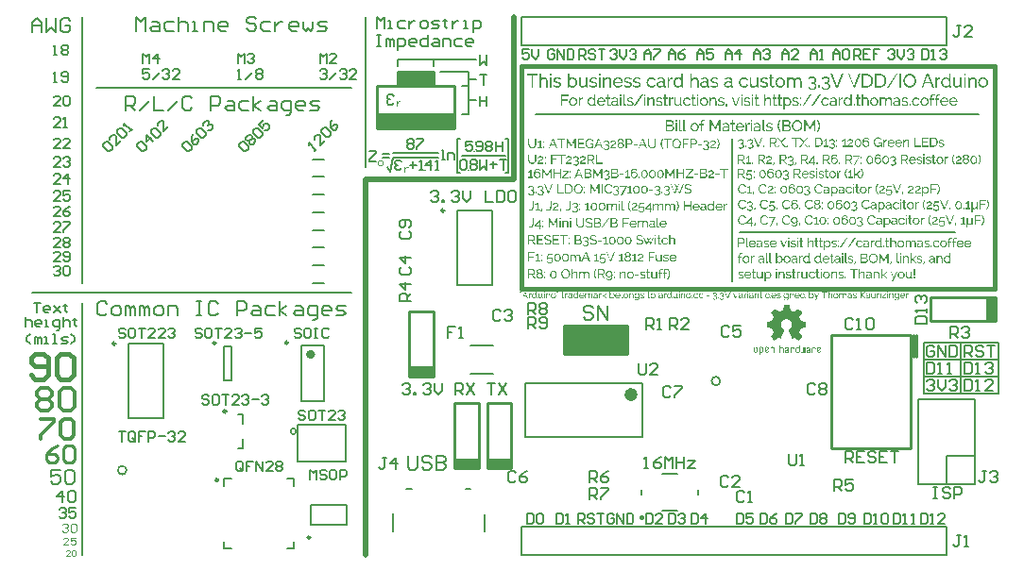
<source format=gto>
G04 Layer_Color=16777215*
%FSAX25Y25*%
%MOIN*%
G70*
G01*
G75*
%ADD39C,0.01000*%
%ADD62C,0.00984*%
%ADD63C,0.00600*%
%ADD64C,0.01575*%
%ADD65C,0.00787*%
%ADD66C,0.02362*%
%ADD67C,0.00394*%
%ADD68C,0.00500*%
%ADD69C,0.02000*%
%ADD70C,0.00800*%
%ADD71C,0.01500*%
%ADD72C,0.00400*%
%ADD73C,0.00300*%
%ADD74C,0.01400*%
%ADD75C,0.01600*%
%ADD76C,0.01200*%
%ADD77C,0.00700*%
%ADD78R,0.08500X0.03500*%
%ADD79R,0.03500X0.08500*%
G36*
X0385392Y0246340D02*
X0385412D01*
X0385435Y0246338D01*
X0385460Y0246335D01*
X0385488Y0246330D01*
X0385552Y0246320D01*
X0385623Y0246302D01*
X0385694Y0246279D01*
X0385765Y0246249D01*
X0385768D01*
X0385773Y0246244D01*
X0385783Y0246238D01*
X0385796Y0246231D01*
X0385813Y0246223D01*
X0385831Y0246211D01*
X0385877Y0246183D01*
X0385928Y0246147D01*
X0385981Y0246106D01*
X0386034Y0246056D01*
X0386088Y0246002D01*
X0386090Y0246000D01*
X0386093Y0245995D01*
X0386101Y0245987D01*
X0386111Y0245977D01*
X0386121Y0245962D01*
X0386134Y0245944D01*
X0386149Y0245926D01*
X0386164Y0245903D01*
X0386197Y0245852D01*
X0386233Y0245796D01*
X0386266Y0245730D01*
X0386296Y0245662D01*
Y0245659D01*
X0386299Y0245654D01*
X0386304Y0245644D01*
X0386309Y0245629D01*
X0386314Y0245611D01*
X0386319Y0245591D01*
X0386327Y0245568D01*
X0386334Y0245543D01*
X0386347Y0245484D01*
X0386360Y0245418D01*
X0386367Y0245350D01*
X0386370Y0245276D01*
Y0245273D01*
Y0245268D01*
Y0245258D01*
Y0245245D01*
X0386367Y0245228D01*
Y0245210D01*
X0386365Y0245187D01*
X0386362Y0245164D01*
X0386357Y0245108D01*
X0386347Y0245050D01*
X0386332Y0244986D01*
X0386314Y0244920D01*
Y0244918D01*
X0386311Y0244913D01*
X0386309Y0244902D01*
X0386304Y0244892D01*
X0386299Y0244877D01*
X0386291Y0244859D01*
X0386273Y0244819D01*
X0386250Y0244770D01*
X0386225Y0244720D01*
X0386192Y0244666D01*
X0386156Y0244613D01*
Y0244610D01*
X0386151Y0244608D01*
X0386146Y0244600D01*
X0386139Y0244590D01*
X0386118Y0244565D01*
X0386090Y0244534D01*
X0386055Y0244499D01*
X0386014Y0244461D01*
X0385968Y0244422D01*
X0385918Y0244384D01*
X0385915D01*
X0385913Y0244379D01*
X0385905Y0244377D01*
X0385895Y0244369D01*
X0385867Y0244354D01*
X0385831Y0244334D01*
X0385788Y0244316D01*
X0385742Y0244295D01*
X0385692Y0244280D01*
X0385641Y0244268D01*
X0386443Y0243000D01*
X0386006D01*
X0385237Y0244199D01*
X0384348D01*
Y0243000D01*
X0383939D01*
Y0246343D01*
X0385377D01*
X0385392Y0246340D01*
D02*
G37*
G36*
X0393317D02*
X0393337D01*
X0393360Y0246338D01*
X0393385Y0246335D01*
X0393413Y0246330D01*
X0393477Y0246320D01*
X0393548Y0246302D01*
X0393619Y0246279D01*
X0393690Y0246249D01*
X0393693D01*
X0393698Y0246244D01*
X0393708Y0246238D01*
X0393721Y0246231D01*
X0393738Y0246223D01*
X0393756Y0246211D01*
X0393802Y0246183D01*
X0393853Y0246147D01*
X0393906Y0246106D01*
X0393959Y0246056D01*
X0394013Y0246002D01*
X0394015Y0246000D01*
X0394018Y0245995D01*
X0394025Y0245987D01*
X0394036Y0245977D01*
X0394046Y0245962D01*
X0394058Y0245944D01*
X0394074Y0245926D01*
X0394089Y0245903D01*
X0394122Y0245852D01*
X0394157Y0245796D01*
X0394190Y0245730D01*
X0394221Y0245662D01*
Y0245659D01*
X0394223Y0245654D01*
X0394229Y0245644D01*
X0394234Y0245629D01*
X0394239Y0245611D01*
X0394244Y0245591D01*
X0394251Y0245568D01*
X0394259Y0245543D01*
X0394272Y0245484D01*
X0394284Y0245418D01*
X0394292Y0245350D01*
X0394295Y0245276D01*
Y0245273D01*
Y0245268D01*
Y0245258D01*
Y0245245D01*
X0394292Y0245228D01*
Y0245210D01*
X0394289Y0245187D01*
X0394287Y0245164D01*
X0394282Y0245108D01*
X0394272Y0245050D01*
X0394256Y0244986D01*
X0394239Y0244920D01*
Y0244918D01*
X0394236Y0244913D01*
X0394234Y0244902D01*
X0394229Y0244892D01*
X0394223Y0244877D01*
X0394216Y0244859D01*
X0394198Y0244819D01*
X0394175Y0244770D01*
X0394150Y0244720D01*
X0394117Y0244666D01*
X0394081Y0244613D01*
Y0244610D01*
X0394076Y0244608D01*
X0394071Y0244600D01*
X0394063Y0244590D01*
X0394043Y0244565D01*
X0394015Y0244534D01*
X0393980Y0244499D01*
X0393939Y0244461D01*
X0393893Y0244422D01*
X0393842Y0244384D01*
X0393840D01*
X0393837Y0244379D01*
X0393830Y0244377D01*
X0393820Y0244369D01*
X0393792Y0244354D01*
X0393756Y0244334D01*
X0393713Y0244316D01*
X0393667Y0244295D01*
X0393616Y0244280D01*
X0393566Y0244268D01*
X0394368Y0243000D01*
X0393931D01*
X0393162Y0244199D01*
X0392273D01*
Y0243000D01*
X0391864D01*
Y0246343D01*
X0393301D01*
X0393317Y0246340D01*
D02*
G37*
G36*
X0377759D02*
X0377780D01*
X0377802Y0246338D01*
X0377828Y0246335D01*
X0377856Y0246330D01*
X0377919Y0246320D01*
X0377990Y0246302D01*
X0378061Y0246279D01*
X0378133Y0246249D01*
X0378135D01*
X0378140Y0246244D01*
X0378150Y0246238D01*
X0378163Y0246231D01*
X0378181Y0246223D01*
X0378199Y0246211D01*
X0378244Y0246183D01*
X0378295Y0246147D01*
X0378348Y0246106D01*
X0378402Y0246056D01*
X0378455Y0246002D01*
X0378458Y0246000D01*
X0378460Y0245995D01*
X0378468Y0245987D01*
X0378478Y0245977D01*
X0378488Y0245962D01*
X0378501Y0245944D01*
X0378516Y0245926D01*
X0378531Y0245903D01*
X0378564Y0245852D01*
X0378600Y0245796D01*
X0378633Y0245730D01*
X0378663Y0245662D01*
Y0245659D01*
X0378666Y0245654D01*
X0378671Y0245644D01*
X0378676Y0245629D01*
X0378681Y0245611D01*
X0378686Y0245591D01*
X0378694Y0245568D01*
X0378701Y0245543D01*
X0378714Y0245484D01*
X0378727Y0245418D01*
X0378734Y0245350D01*
X0378737Y0245276D01*
Y0245273D01*
Y0245268D01*
Y0245258D01*
Y0245245D01*
X0378734Y0245228D01*
Y0245210D01*
X0378732Y0245187D01*
X0378729Y0245164D01*
X0378724Y0245108D01*
X0378714Y0245050D01*
X0378699Y0244986D01*
X0378681Y0244920D01*
Y0244918D01*
X0378679Y0244913D01*
X0378676Y0244902D01*
X0378671Y0244892D01*
X0378666Y0244877D01*
X0378658Y0244859D01*
X0378641Y0244819D01*
X0378618Y0244770D01*
X0378592Y0244720D01*
X0378559Y0244666D01*
X0378524Y0244613D01*
Y0244610D01*
X0378519Y0244608D01*
X0378514Y0244600D01*
X0378506Y0244590D01*
X0378486Y0244565D01*
X0378458Y0244534D01*
X0378422Y0244499D01*
X0378381Y0244461D01*
X0378336Y0244422D01*
X0378285Y0244384D01*
X0378282D01*
X0378280Y0244379D01*
X0378272Y0244377D01*
X0378262Y0244369D01*
X0378234Y0244354D01*
X0378199Y0244334D01*
X0378155Y0244316D01*
X0378110Y0244295D01*
X0378059Y0244280D01*
X0378008Y0244268D01*
X0378811Y0243000D01*
X0378374D01*
X0377604Y0244199D01*
X0376715D01*
Y0243000D01*
X0376306D01*
Y0246343D01*
X0377744D01*
X0377759Y0246340D01*
D02*
G37*
G36*
X0365095Y0245751D02*
X0365115D01*
X0365140Y0245748D01*
X0365168Y0245746D01*
X0365227Y0245738D01*
X0365293Y0245728D01*
X0365359Y0245713D01*
X0365425Y0245692D01*
X0365427D01*
X0365433Y0245690D01*
X0365443Y0245687D01*
X0365453Y0245682D01*
X0365468Y0245675D01*
X0365486Y0245667D01*
X0365527Y0245649D01*
X0365572Y0245624D01*
X0365620Y0245596D01*
X0365671Y0245563D01*
X0365717Y0245525D01*
X0365720D01*
X0365722Y0245520D01*
X0365737Y0245507D01*
X0365760Y0245484D01*
X0365786Y0245454D01*
X0365816Y0245418D01*
X0365847Y0245375D01*
X0365877Y0245329D01*
X0365902Y0245278D01*
Y0245276D01*
X0365905Y0245273D01*
X0365908Y0245266D01*
X0365913Y0245253D01*
X0365918Y0245240D01*
X0365923Y0245225D01*
X0365935Y0245189D01*
X0365948Y0245146D01*
X0365958Y0245095D01*
X0365966Y0245042D01*
X0365968Y0244984D01*
Y0244981D01*
Y0244974D01*
Y0244963D01*
X0365966Y0244948D01*
Y0244930D01*
X0365963Y0244910D01*
X0365956Y0244862D01*
X0365946Y0244806D01*
X0365928Y0244747D01*
X0365905Y0244687D01*
X0365872Y0244628D01*
Y0244626D01*
X0365867Y0244620D01*
X0365862Y0244613D01*
X0365854Y0244603D01*
X0365834Y0244575D01*
X0365809Y0244539D01*
X0365773Y0244501D01*
X0365735Y0244458D01*
X0365692Y0244415D01*
X0365643Y0244374D01*
X0365641D01*
X0365638Y0244369D01*
X0365631Y0244364D01*
X0365620Y0244356D01*
X0365595Y0244339D01*
X0365560Y0244313D01*
X0365519Y0244288D01*
X0365473Y0244257D01*
X0365422Y0244229D01*
X0365372Y0244204D01*
X0365369D01*
X0365367Y0244201D01*
X0365359Y0244199D01*
X0365349Y0244194D01*
X0365323Y0244181D01*
X0365293Y0244166D01*
X0365257Y0244151D01*
X0365219Y0244133D01*
X0365181Y0244115D01*
X0365145Y0244097D01*
X0365143D01*
X0365138Y0244092D01*
X0365125Y0244090D01*
X0365112Y0244082D01*
X0365095Y0244074D01*
X0365077Y0244064D01*
X0365029Y0244041D01*
X0364978Y0244016D01*
X0364919Y0243986D01*
X0364864Y0243955D01*
X0364810Y0243922D01*
X0364808D01*
X0364805Y0243919D01*
X0364797Y0243914D01*
X0364787Y0243907D01*
X0364764Y0243892D01*
X0364734Y0243869D01*
X0364699Y0243843D01*
X0364663Y0243815D01*
X0364627Y0243785D01*
X0364594Y0243752D01*
X0364592Y0243747D01*
X0364582Y0243737D01*
X0364566Y0243719D01*
X0364549Y0243696D01*
X0364528Y0243668D01*
X0364508Y0243635D01*
X0364490Y0243599D01*
X0364472Y0243561D01*
X0364470Y0243556D01*
X0364465Y0243544D01*
X0364460Y0243526D01*
X0364450Y0243500D01*
X0364439Y0243470D01*
X0364432Y0243439D01*
X0364414Y0243373D01*
X0366017D01*
Y0243000D01*
X0363959D01*
Y0243003D01*
Y0243010D01*
Y0243020D01*
Y0243038D01*
Y0243056D01*
X0363962Y0243079D01*
Y0243104D01*
X0363964Y0243129D01*
X0363967Y0243191D01*
X0363972Y0243254D01*
X0363980Y0243323D01*
X0363990Y0243386D01*
Y0243389D01*
X0363992Y0243394D01*
Y0243404D01*
X0363995Y0243414D01*
X0364000Y0243429D01*
X0364005Y0243447D01*
X0364015Y0243490D01*
X0364033Y0243541D01*
X0364053Y0243594D01*
X0364076Y0243653D01*
X0364107Y0243711D01*
Y0243714D01*
X0364112Y0243719D01*
X0364117Y0243726D01*
X0364122Y0243739D01*
X0364132Y0243752D01*
X0364142Y0243770D01*
X0364170Y0243808D01*
X0364206Y0243853D01*
X0364246Y0243904D01*
X0364295Y0243960D01*
X0364348Y0244014D01*
X0364351Y0244016D01*
X0364356Y0244021D01*
X0364363Y0244029D01*
X0364376Y0244039D01*
X0364391Y0244052D01*
X0364409Y0244067D01*
X0364432Y0244082D01*
X0364455Y0244102D01*
X0364483Y0244123D01*
X0364513Y0244143D01*
X0364546Y0244166D01*
X0364582Y0244189D01*
X0364658Y0244237D01*
X0364744Y0244285D01*
X0364747D01*
X0364749Y0244288D01*
X0364757Y0244293D01*
X0364767Y0244298D01*
X0364792Y0244311D01*
X0364826Y0244328D01*
X0364866Y0244349D01*
X0364912Y0244369D01*
X0364963Y0244394D01*
X0365013Y0244417D01*
X0365016D01*
X0365019Y0244420D01*
X0365026Y0244425D01*
X0365036Y0244427D01*
X0365064Y0244443D01*
X0365097Y0244458D01*
X0365138Y0244481D01*
X0365181Y0244504D01*
X0365227Y0244532D01*
X0365272Y0244560D01*
X0365275D01*
X0365278Y0244562D01*
X0365293Y0244575D01*
X0365313Y0244590D01*
X0365341Y0244613D01*
X0365372Y0244638D01*
X0365405Y0244666D01*
X0365435Y0244699D01*
X0365466Y0244732D01*
X0365468Y0244737D01*
X0365478Y0244747D01*
X0365488Y0244768D01*
X0365504Y0244793D01*
X0365516Y0244824D01*
X0365529Y0244862D01*
X0365537Y0244902D01*
X0365539Y0244946D01*
Y0244948D01*
Y0244958D01*
X0365537Y0244974D01*
X0365534Y0244994D01*
X0365532Y0245017D01*
X0365524Y0245042D01*
X0365516Y0245073D01*
X0365504Y0245101D01*
X0365501Y0245103D01*
X0365496Y0245113D01*
X0365488Y0245128D01*
X0365478Y0245149D01*
X0365463Y0245169D01*
X0365445Y0245192D01*
X0365425Y0245217D01*
X0365400Y0245240D01*
X0365397Y0245243D01*
X0365387Y0245250D01*
X0365372Y0245263D01*
X0365351Y0245276D01*
X0365326Y0245294D01*
X0365298Y0245309D01*
X0365262Y0245327D01*
X0365224Y0245342D01*
X0365219Y0245344D01*
X0365207Y0245350D01*
X0365184Y0245355D01*
X0365156Y0245362D01*
X0365120Y0245370D01*
X0365079Y0245377D01*
X0365034Y0245380D01*
X0364985Y0245382D01*
X0364963D01*
X0364935Y0245380D01*
X0364899Y0245377D01*
X0364861Y0245372D01*
X0364815Y0245365D01*
X0364772Y0245355D01*
X0364726Y0245339D01*
X0364721Y0245337D01*
X0364706Y0245332D01*
X0364686Y0245324D01*
X0364658Y0245311D01*
X0364627Y0245299D01*
X0364594Y0245281D01*
X0364559Y0245263D01*
X0364526Y0245243D01*
X0364523Y0245240D01*
X0364510Y0245233D01*
X0364495Y0245222D01*
X0364475Y0245207D01*
X0364452Y0245189D01*
X0364429Y0245169D01*
X0364404Y0245146D01*
X0364381Y0245123D01*
X0364378Y0245121D01*
X0364371Y0245113D01*
X0364358Y0245101D01*
X0364343Y0245085D01*
X0364325Y0245068D01*
X0364302Y0245047D01*
X0364254Y0245002D01*
X0364000Y0245273D01*
X0364002Y0245276D01*
X0364005Y0245281D01*
X0364013Y0245291D01*
X0364025Y0245306D01*
X0364041Y0245324D01*
X0364061Y0245347D01*
X0364084Y0245372D01*
X0364114Y0245400D01*
X0364119Y0245405D01*
X0364129Y0245415D01*
X0364150Y0245431D01*
X0364175Y0245451D01*
X0364206Y0245477D01*
X0364244Y0245502D01*
X0364284Y0245530D01*
X0364330Y0245558D01*
X0364333D01*
X0364335Y0245560D01*
X0364343Y0245565D01*
X0364353Y0245570D01*
X0364366Y0245578D01*
X0364381Y0245586D01*
X0364417Y0245603D01*
X0364462Y0245624D01*
X0364516Y0245647D01*
X0364574Y0245670D01*
X0364637Y0245692D01*
X0364640D01*
X0364645Y0245695D01*
X0364655Y0245697D01*
X0364668Y0245703D01*
X0364686Y0245708D01*
X0364706Y0245713D01*
X0364729Y0245718D01*
X0364754Y0245723D01*
X0364785Y0245728D01*
X0364815Y0245733D01*
X0364884Y0245743D01*
X0364958Y0245751D01*
X0365039Y0245753D01*
X0365074D01*
X0365095Y0245751D01*
D02*
G37*
G36*
X0370154Y0246340D02*
X0370175D01*
X0370198Y0246338D01*
X0370223Y0246335D01*
X0370251Y0246330D01*
X0370314Y0246320D01*
X0370386Y0246302D01*
X0370457Y0246279D01*
X0370528Y0246249D01*
X0370530D01*
X0370535Y0246244D01*
X0370546Y0246238D01*
X0370558Y0246231D01*
X0370576Y0246223D01*
X0370594Y0246211D01*
X0370639Y0246183D01*
X0370690Y0246147D01*
X0370744Y0246106D01*
X0370797Y0246056D01*
X0370850Y0246002D01*
X0370853Y0246000D01*
X0370855Y0245995D01*
X0370863Y0245987D01*
X0370873Y0245977D01*
X0370883Y0245962D01*
X0370896Y0245944D01*
X0370911Y0245926D01*
X0370927Y0245903D01*
X0370960Y0245852D01*
X0370995Y0245796D01*
X0371028Y0245730D01*
X0371059Y0245662D01*
Y0245659D01*
X0371061Y0245654D01*
X0371066Y0245644D01*
X0371071Y0245629D01*
X0371076Y0245611D01*
X0371081Y0245591D01*
X0371089Y0245568D01*
X0371097Y0245543D01*
X0371109Y0245484D01*
X0371122Y0245418D01*
X0371130Y0245350D01*
X0371132Y0245276D01*
Y0245273D01*
Y0245268D01*
Y0245258D01*
Y0245245D01*
X0371130Y0245228D01*
Y0245210D01*
X0371127Y0245187D01*
X0371125Y0245164D01*
X0371120Y0245108D01*
X0371109Y0245050D01*
X0371094Y0244986D01*
X0371076Y0244920D01*
Y0244918D01*
X0371074Y0244913D01*
X0371071Y0244902D01*
X0371066Y0244892D01*
X0371061Y0244877D01*
X0371054Y0244859D01*
X0371036Y0244819D01*
X0371013Y0244770D01*
X0370988Y0244720D01*
X0370954Y0244666D01*
X0370919Y0244613D01*
Y0244610D01*
X0370914Y0244608D01*
X0370909Y0244600D01*
X0370901Y0244590D01*
X0370881Y0244565D01*
X0370853Y0244534D01*
X0370817Y0244499D01*
X0370777Y0244461D01*
X0370731Y0244422D01*
X0370680Y0244384D01*
X0370678D01*
X0370675Y0244379D01*
X0370668Y0244377D01*
X0370657Y0244369D01*
X0370629Y0244354D01*
X0370594Y0244334D01*
X0370551Y0244316D01*
X0370505Y0244295D01*
X0370454Y0244280D01*
X0370403Y0244268D01*
X0371206Y0243000D01*
X0370769D01*
X0370000Y0244199D01*
X0369110D01*
Y0243000D01*
X0368702D01*
Y0246343D01*
X0370139D01*
X0370154Y0246340D01*
D02*
G37*
G36*
X0397678Y0243000D02*
X0397322D01*
Y0243538D01*
X0397678D01*
Y0243000D01*
D02*
G37*
G36*
X0320279Y0197333D02*
X0320297D01*
X0320318Y0197332D01*
X0320342Y0197330D01*
X0320368Y0197326D01*
X0320395Y0197322D01*
X0320425Y0197319D01*
X0320490Y0197306D01*
X0320555Y0197289D01*
X0320619Y0197267D01*
X0320621D01*
X0320627Y0197263D01*
X0320636Y0197259D01*
X0320649Y0197254D01*
X0320662Y0197246D01*
X0320680Y0197239D01*
X0320699Y0197228D01*
X0320719Y0197217D01*
X0320765Y0197187D01*
X0320813Y0197152D01*
X0320862Y0197111D01*
X0320906Y0197065D01*
X0320764Y0196897D01*
X0320762Y0196899D01*
X0320758Y0196902D01*
X0320753Y0196906D01*
X0320743Y0196913D01*
X0320732Y0196923D01*
X0320719Y0196932D01*
X0320704Y0196943D01*
X0320688Y0196956D01*
X0320651Y0196980D01*
X0320608Y0197006D01*
X0320562Y0197030D01*
X0320512Y0197050D01*
X0320510D01*
X0320506Y0197052D01*
X0320499Y0197054D01*
X0320490Y0197058D01*
X0320477Y0197061D01*
X0320462Y0197065D01*
X0320447Y0197071D01*
X0320429Y0197074D01*
X0320386Y0197084D01*
X0320340Y0197091D01*
X0320290Y0197097D01*
X0320236Y0197098D01*
X0320207D01*
X0320186Y0197097D01*
X0320162Y0197095D01*
X0320135Y0197091D01*
X0320079Y0197080D01*
X0320075D01*
X0320068Y0197076D01*
X0320053Y0197073D01*
X0320037Y0197067D01*
X0320018Y0197060D01*
X0319996Y0197050D01*
X0319975Y0197039D01*
X0319955Y0197026D01*
X0319953Y0197024D01*
X0319946Y0197021D01*
X0319937Y0197011D01*
X0319926Y0197002D01*
X0319913Y0196989D01*
X0319900Y0196973D01*
X0319887Y0196956D01*
X0319874Y0196936D01*
X0319872Y0196934D01*
X0319870Y0196926D01*
X0319865Y0196915D01*
X0319859Y0196900D01*
X0319853Y0196880D01*
X0319850Y0196860D01*
X0319846Y0196834D01*
X0319844Y0196808D01*
Y0196806D01*
Y0196797D01*
X0319846Y0196786D01*
Y0196773D01*
X0319851Y0196739D01*
X0319857Y0196723D01*
X0319863Y0196708D01*
X0319865Y0196706D01*
X0319866Y0196703D01*
X0319872Y0196695D01*
X0319879Y0196688D01*
X0319888Y0196677D01*
X0319900Y0196667D01*
X0319913Y0196656D01*
X0319929Y0196645D01*
X0319931Y0196643D01*
X0319938Y0196640D01*
X0319950Y0196636D01*
X0319963Y0196628D01*
X0319981Y0196621D01*
X0320003Y0196612D01*
X0320029Y0196603D01*
X0320057Y0196593D01*
X0320059D01*
X0320061Y0196591D01*
X0320072Y0196590D01*
X0320088Y0196584D01*
X0320111Y0196579D01*
X0320140Y0196571D01*
X0320172Y0196562D01*
X0320210Y0196553D01*
X0320251Y0196543D01*
X0320253D01*
X0320259Y0196542D01*
X0320268Y0196540D01*
X0320281Y0196536D01*
X0320296Y0196532D01*
X0320312Y0196529D01*
X0320333Y0196523D01*
X0320353Y0196518D01*
X0320399Y0196504D01*
X0320451Y0196490D01*
X0320501Y0196475D01*
X0320551Y0196460D01*
X0320553D01*
X0320556Y0196458D01*
X0320564Y0196456D01*
X0320573Y0196453D01*
X0320584Y0196449D01*
X0320595Y0196443D01*
X0320627Y0196432D01*
X0320660Y0196418D01*
X0320697Y0196401D01*
X0320734Y0196382D01*
X0320769Y0196362D01*
X0320771D01*
X0320773Y0196360D01*
X0320784Y0196353D01*
X0320801Y0196340D01*
X0320821Y0196323D01*
X0320843Y0196303D01*
X0320865Y0196279D01*
X0320888Y0196253D01*
X0320908Y0196221D01*
Y0196220D01*
X0320910Y0196218D01*
X0320915Y0196207D01*
X0320923Y0196188D01*
X0320932Y0196164D01*
X0320941Y0196134D01*
X0320949Y0196101D01*
X0320954Y0196062D01*
X0320956Y0196020D01*
Y0196016D01*
Y0196009D01*
X0320954Y0195996D01*
X0320952Y0195977D01*
X0320951Y0195957D01*
X0320945Y0195931D01*
X0320939Y0195903D01*
X0320932Y0195874D01*
X0320921Y0195842D01*
X0320908Y0195809D01*
X0320893Y0195776D01*
X0320873Y0195740D01*
X0320851Y0195707D01*
X0320825Y0195676D01*
X0320795Y0195644D01*
X0320760Y0195615D01*
X0320758Y0195613D01*
X0320751Y0195609D01*
X0320740Y0195602D01*
X0320725Y0195592D01*
X0320704Y0195580D01*
X0320682Y0195569D01*
X0320654Y0195554D01*
X0320623Y0195541D01*
X0320588Y0195528D01*
X0320549Y0195513D01*
X0320506Y0195502D01*
X0320460Y0195491D01*
X0320410Y0195480D01*
X0320358Y0195472D01*
X0320303Y0195469D01*
X0320244Y0195467D01*
X0320223D01*
X0320209Y0195469D01*
X0320188D01*
X0320166Y0195470D01*
X0320142Y0195472D01*
X0320114Y0195476D01*
X0320083Y0195480D01*
X0320051Y0195483D01*
X0319981Y0195496D01*
X0319909Y0195513D01*
X0319833Y0195535D01*
X0319831D01*
X0319824Y0195539D01*
X0319815Y0195543D01*
X0319800Y0195548D01*
X0319783Y0195555D01*
X0319763Y0195565D01*
X0319739Y0195576D01*
X0319715Y0195589D01*
X0319659Y0195618D01*
X0319600Y0195655D01*
X0319570Y0195678D01*
X0319539Y0195702D01*
X0319509Y0195726D01*
X0319480Y0195753D01*
X0319609Y0195946D01*
X0319611Y0195944D01*
X0319617Y0195940D01*
X0319626Y0195935D01*
X0319639Y0195925D01*
X0319654Y0195916D01*
X0319672Y0195903D01*
X0319691Y0195890D01*
X0319713Y0195877D01*
X0319763Y0195846D01*
X0319816Y0195816D01*
X0319872Y0195787D01*
X0319927Y0195763D01*
X0319929D01*
X0319935Y0195761D01*
X0319942Y0195757D01*
X0319953Y0195753D01*
X0319966Y0195750D01*
X0319983Y0195744D01*
X0320001Y0195739D01*
X0320022Y0195735D01*
X0320044Y0195729D01*
X0320068Y0195724D01*
X0320122Y0195715D01*
X0320179Y0195707D01*
X0320240Y0195705D01*
X0320259D01*
X0320273Y0195707D01*
X0320290D01*
X0320310Y0195709D01*
X0320331Y0195713D01*
X0320355Y0195715D01*
X0320405Y0195724D01*
X0320458Y0195739D01*
X0320508Y0195757D01*
X0320532Y0195770D01*
X0320555Y0195783D01*
X0320556Y0195785D01*
X0320560Y0195787D01*
X0320566Y0195791D01*
X0320573Y0195798D01*
X0320590Y0195815D01*
X0320612Y0195839D01*
X0320632Y0195870D01*
X0320651Y0195907D01*
X0320656Y0195927D01*
X0320662Y0195949D01*
X0320666Y0195974D01*
X0320667Y0196000D01*
Y0196003D01*
Y0196011D01*
X0320666Y0196022D01*
X0320664Y0196037D01*
X0320660Y0196053D01*
X0320654Y0196070D01*
X0320647Y0196086D01*
X0320638Y0196103D01*
X0320636Y0196105D01*
X0320632Y0196110D01*
X0320627Y0196118D01*
X0320618Y0196127D01*
X0320604Y0196138D01*
X0320590Y0196151D01*
X0320571Y0196164D01*
X0320551Y0196177D01*
X0320549Y0196179D01*
X0320540Y0196183D01*
X0320527Y0196190D01*
X0320510Y0196197D01*
X0320486Y0196209D01*
X0320460Y0196218D01*
X0320431Y0196229D01*
X0320395Y0196240D01*
X0320394D01*
X0320392Y0196242D01*
X0320386Y0196244D01*
X0320379Y0196246D01*
X0320370Y0196247D01*
X0320358Y0196251D01*
X0320331Y0196258D01*
X0320297Y0196266D01*
X0320257Y0196277D01*
X0320210Y0196288D01*
X0320161Y0196299D01*
X0320159D01*
X0320155Y0196301D01*
X0320148Y0196303D01*
X0320136Y0196305D01*
X0320125Y0196308D01*
X0320111Y0196312D01*
X0320075Y0196321D01*
X0320037Y0196333D01*
X0319994Y0196345D01*
X0319950Y0196358D01*
X0319905Y0196371D01*
X0319903D01*
X0319900Y0196373D01*
X0319894Y0196375D01*
X0319887Y0196379D01*
X0319866Y0196386D01*
X0319839Y0196397D01*
X0319809Y0196410D01*
X0319778Y0196425D01*
X0319746Y0196442D01*
X0319715Y0196460D01*
X0319711Y0196462D01*
X0319702Y0196469D01*
X0319689Y0196481D01*
X0319670Y0196495D01*
X0319652Y0196512D01*
X0319633Y0196534D01*
X0319615Y0196558D01*
X0319598Y0196586D01*
X0319596Y0196590D01*
X0319592Y0196599D01*
X0319585Y0196616D01*
X0319580Y0196638D01*
X0319572Y0196666D01*
X0319565Y0196697D01*
X0319561Y0196734D01*
X0319559Y0196775D01*
Y0196776D01*
Y0196780D01*
Y0196788D01*
X0319561Y0196799D01*
Y0196810D01*
X0319563Y0196825D01*
X0319567Y0196856D01*
X0319572Y0196895D01*
X0319583Y0196936D01*
X0319596Y0196978D01*
X0319615Y0197019D01*
Y0197021D01*
X0319617Y0197024D01*
X0319620Y0197030D01*
X0319626Y0197037D01*
X0319637Y0197056D01*
X0319654Y0197082D01*
X0319676Y0197109D01*
X0319702Y0197139D01*
X0319731Y0197167D01*
X0319765Y0197195D01*
X0319766D01*
X0319768Y0197198D01*
X0319774Y0197202D01*
X0319781Y0197206D01*
X0319802Y0197219D01*
X0319828Y0197233D01*
X0319859Y0197252D01*
X0319896Y0197269D01*
X0319938Y0197285D01*
X0319983Y0197300D01*
X0319985D01*
X0319988Y0197302D01*
X0319996Y0197304D01*
X0320005Y0197306D01*
X0320016Y0197307D01*
X0320029Y0197311D01*
X0320044Y0197315D01*
X0320062Y0197319D01*
X0320101Y0197324D01*
X0320146Y0197330D01*
X0320194Y0197333D01*
X0320244Y0197335D01*
X0320264D01*
X0320279Y0197333D01*
D02*
G37*
G36*
X0414176Y0197313D02*
X0414187D01*
X0414200Y0197311D01*
X0414215Y0197307D01*
X0414233Y0197304D01*
Y0197039D01*
X0414222D01*
X0414209Y0197037D01*
X0414190Y0197036D01*
X0414170Y0197034D01*
X0414144Y0197030D01*
X0414116Y0197026D01*
X0414087Y0197021D01*
X0414053Y0197015D01*
X0414020Y0197006D01*
X0413987Y0196997D01*
X0413952Y0196985D01*
X0413917Y0196971D01*
X0413883Y0196956D01*
X0413850Y0196937D01*
X0413819Y0196917D01*
X0413817Y0196915D01*
X0413811Y0196912D01*
X0413804Y0196906D01*
X0413793Y0196897D01*
X0413780Y0196886D01*
X0413765Y0196871D01*
X0413748Y0196854D01*
X0413730Y0196836D01*
X0413711Y0196815D01*
X0413693Y0196793D01*
X0413674Y0196767D01*
X0413656Y0196739D01*
X0413637Y0196710D01*
X0413621Y0196678D01*
X0413606Y0196645D01*
X0413593Y0196610D01*
Y0195500D01*
X0413297D01*
Y0197304D01*
X0413580D01*
Y0196889D01*
X0413582Y0196895D01*
X0413584Y0196904D01*
X0413587Y0196915D01*
X0413591Y0196930D01*
X0413597Y0196949D01*
X0413604Y0196967D01*
X0413613Y0196989D01*
X0413624Y0197011D01*
X0413637Y0197036D01*
X0413652Y0197060D01*
X0413669Y0197085D01*
X0413687Y0197111D01*
X0413709Y0197135D01*
X0413733Y0197161D01*
X0413761Y0197185D01*
X0413763Y0197187D01*
X0413769Y0197191D01*
X0413776Y0197196D01*
X0413789Y0197206D01*
X0413804Y0197215D01*
X0413820Y0197226D01*
X0413839Y0197239D01*
X0413861Y0197250D01*
X0413885Y0197263D01*
X0413911Y0197274D01*
X0413969Y0197294D01*
X0414000Y0197304D01*
X0414031Y0197309D01*
X0414065Y0197313D01*
X0414098Y0197315D01*
X0414166D01*
X0414176Y0197313D01*
D02*
G37*
G36*
X0431945Y0245751D02*
X0431965D01*
X0431991Y0245748D01*
X0432019Y0245746D01*
X0432077Y0245738D01*
X0432143Y0245728D01*
X0432209Y0245713D01*
X0432275Y0245692D01*
X0432278D01*
X0432283Y0245690D01*
X0432293Y0245687D01*
X0432303Y0245682D01*
X0432318Y0245675D01*
X0432336Y0245667D01*
X0432377Y0245649D01*
X0432422Y0245624D01*
X0432471Y0245596D01*
X0432522Y0245563D01*
X0432567Y0245525D01*
X0432570D01*
X0432572Y0245520D01*
X0432588Y0245507D01*
X0432611Y0245484D01*
X0432636Y0245454D01*
X0432666Y0245418D01*
X0432697Y0245375D01*
X0432727Y0245329D01*
X0432753Y0245278D01*
Y0245276D01*
X0432755Y0245273D01*
X0432758Y0245266D01*
X0432763Y0245253D01*
X0432768Y0245240D01*
X0432773Y0245225D01*
X0432786Y0245189D01*
X0432798Y0245146D01*
X0432809Y0245095D01*
X0432816Y0245042D01*
X0432819Y0244984D01*
Y0244981D01*
Y0244974D01*
Y0244963D01*
X0432816Y0244948D01*
Y0244930D01*
X0432814Y0244910D01*
X0432806Y0244862D01*
X0432796Y0244806D01*
X0432778Y0244747D01*
X0432755Y0244687D01*
X0432722Y0244628D01*
Y0244626D01*
X0432717Y0244620D01*
X0432712Y0244613D01*
X0432704Y0244603D01*
X0432684Y0244575D01*
X0432659Y0244539D01*
X0432623Y0244501D01*
X0432585Y0244458D01*
X0432542Y0244415D01*
X0432494Y0244374D01*
X0432491D01*
X0432488Y0244369D01*
X0432481Y0244364D01*
X0432471Y0244356D01*
X0432445Y0244339D01*
X0432410Y0244313D01*
X0432369Y0244288D01*
X0432323Y0244257D01*
X0432273Y0244229D01*
X0432222Y0244204D01*
X0432219D01*
X0432217Y0244201D01*
X0432209Y0244199D01*
X0432199Y0244194D01*
X0432174Y0244181D01*
X0432143Y0244166D01*
X0432107Y0244151D01*
X0432069Y0244133D01*
X0432031Y0244115D01*
X0431996Y0244097D01*
X0431993D01*
X0431988Y0244092D01*
X0431976Y0244090D01*
X0431963Y0244082D01*
X0431945Y0244074D01*
X0431927Y0244064D01*
X0431879Y0244041D01*
X0431828Y0244016D01*
X0431770Y0243986D01*
X0431714Y0243955D01*
X0431661Y0243922D01*
X0431658D01*
X0431655Y0243919D01*
X0431648Y0243914D01*
X0431638Y0243907D01*
X0431615Y0243892D01*
X0431584Y0243869D01*
X0431549Y0243843D01*
X0431513Y0243815D01*
X0431478Y0243785D01*
X0431445Y0243752D01*
X0431442Y0243747D01*
X0431432Y0243737D01*
X0431417Y0243719D01*
X0431399Y0243696D01*
X0431379Y0243668D01*
X0431358Y0243635D01*
X0431341Y0243599D01*
X0431323Y0243561D01*
X0431320Y0243556D01*
X0431315Y0243544D01*
X0431310Y0243526D01*
X0431300Y0243500D01*
X0431290Y0243470D01*
X0431282Y0243439D01*
X0431264Y0243373D01*
X0432867D01*
Y0243000D01*
X0430810D01*
Y0243003D01*
Y0243010D01*
Y0243020D01*
Y0243038D01*
Y0243056D01*
X0430812Y0243079D01*
Y0243104D01*
X0430815Y0243129D01*
X0430817Y0243191D01*
X0430822Y0243254D01*
X0430830Y0243323D01*
X0430840Y0243386D01*
Y0243389D01*
X0430843Y0243394D01*
Y0243404D01*
X0430845Y0243414D01*
X0430850Y0243429D01*
X0430855Y0243447D01*
X0430865Y0243490D01*
X0430883Y0243541D01*
X0430904Y0243594D01*
X0430926Y0243653D01*
X0430957Y0243711D01*
Y0243714D01*
X0430962Y0243719D01*
X0430967Y0243726D01*
X0430972Y0243739D01*
X0430982Y0243752D01*
X0430993Y0243770D01*
X0431020Y0243808D01*
X0431056Y0243853D01*
X0431097Y0243904D01*
X0431145Y0243960D01*
X0431198Y0244014D01*
X0431201Y0244016D01*
X0431206Y0244021D01*
X0431214Y0244029D01*
X0431226Y0244039D01*
X0431241Y0244052D01*
X0431259Y0244067D01*
X0431282Y0244082D01*
X0431305Y0244102D01*
X0431333Y0244123D01*
X0431363Y0244143D01*
X0431396Y0244166D01*
X0431432Y0244189D01*
X0431508Y0244237D01*
X0431595Y0244285D01*
X0431597D01*
X0431600Y0244288D01*
X0431607Y0244293D01*
X0431617Y0244298D01*
X0431643Y0244311D01*
X0431676Y0244328D01*
X0431716Y0244349D01*
X0431762Y0244369D01*
X0431813Y0244394D01*
X0431864Y0244417D01*
X0431866D01*
X0431869Y0244420D01*
X0431876Y0244425D01*
X0431887Y0244427D01*
X0431915Y0244443D01*
X0431948Y0244458D01*
X0431988Y0244481D01*
X0432031Y0244504D01*
X0432077Y0244532D01*
X0432123Y0244560D01*
X0432125D01*
X0432128Y0244562D01*
X0432143Y0244575D01*
X0432163Y0244590D01*
X0432191Y0244613D01*
X0432222Y0244638D01*
X0432255Y0244666D01*
X0432285Y0244699D01*
X0432316Y0244732D01*
X0432318Y0244737D01*
X0432329Y0244747D01*
X0432339Y0244768D01*
X0432354Y0244793D01*
X0432367Y0244824D01*
X0432379Y0244862D01*
X0432387Y0244902D01*
X0432389Y0244946D01*
Y0244948D01*
Y0244958D01*
X0432387Y0244974D01*
X0432384Y0244994D01*
X0432382Y0245017D01*
X0432374Y0245042D01*
X0432367Y0245073D01*
X0432354Y0245101D01*
X0432351Y0245103D01*
X0432346Y0245113D01*
X0432339Y0245128D01*
X0432329Y0245149D01*
X0432313Y0245169D01*
X0432296Y0245192D01*
X0432275Y0245217D01*
X0432250Y0245240D01*
X0432247Y0245243D01*
X0432237Y0245250D01*
X0432222Y0245263D01*
X0432201Y0245276D01*
X0432176Y0245294D01*
X0432148Y0245309D01*
X0432113Y0245327D01*
X0432074Y0245342D01*
X0432069Y0245344D01*
X0432057Y0245350D01*
X0432034Y0245355D01*
X0432006Y0245362D01*
X0431970Y0245370D01*
X0431930Y0245377D01*
X0431884Y0245380D01*
X0431836Y0245382D01*
X0431813D01*
X0431785Y0245380D01*
X0431749Y0245377D01*
X0431711Y0245372D01*
X0431666Y0245365D01*
X0431622Y0245355D01*
X0431577Y0245339D01*
X0431572Y0245337D01*
X0431556Y0245332D01*
X0431536Y0245324D01*
X0431508Y0245311D01*
X0431478Y0245299D01*
X0431445Y0245281D01*
X0431409Y0245263D01*
X0431376Y0245243D01*
X0431374Y0245240D01*
X0431361Y0245233D01*
X0431346Y0245222D01*
X0431325Y0245207D01*
X0431302Y0245189D01*
X0431280Y0245169D01*
X0431254Y0245146D01*
X0431231Y0245123D01*
X0431229Y0245121D01*
X0431221Y0245113D01*
X0431208Y0245101D01*
X0431193Y0245085D01*
X0431175Y0245068D01*
X0431152Y0245047D01*
X0431104Y0245002D01*
X0430850Y0245273D01*
X0430853Y0245276D01*
X0430855Y0245281D01*
X0430863Y0245291D01*
X0430876Y0245306D01*
X0430891Y0245324D01*
X0430911Y0245347D01*
X0430934Y0245372D01*
X0430965Y0245400D01*
X0430970Y0245405D01*
X0430980Y0245415D01*
X0431000Y0245431D01*
X0431026Y0245451D01*
X0431056Y0245477D01*
X0431094Y0245502D01*
X0431135Y0245530D01*
X0431180Y0245558D01*
X0431183D01*
X0431185Y0245560D01*
X0431193Y0245565D01*
X0431203Y0245570D01*
X0431216Y0245578D01*
X0431231Y0245586D01*
X0431267Y0245603D01*
X0431313Y0245624D01*
X0431366Y0245647D01*
X0431424Y0245670D01*
X0431488Y0245692D01*
X0431490D01*
X0431495Y0245695D01*
X0431506Y0245697D01*
X0431518Y0245703D01*
X0431536Y0245708D01*
X0431556Y0245713D01*
X0431579Y0245718D01*
X0431605Y0245723D01*
X0431635Y0245728D01*
X0431666Y0245733D01*
X0431734Y0245743D01*
X0431808Y0245751D01*
X0431889Y0245753D01*
X0431925D01*
X0431945Y0245751D01*
D02*
G37*
G36*
X0412999Y0246340D02*
X0413019D01*
X0413042Y0246338D01*
X0413068Y0246335D01*
X0413096Y0246330D01*
X0413159Y0246320D01*
X0413230Y0246302D01*
X0413301Y0246279D01*
X0413373Y0246249D01*
X0413375D01*
X0413380Y0246244D01*
X0413390Y0246238D01*
X0413403Y0246231D01*
X0413421Y0246223D01*
X0413439Y0246211D01*
X0413484Y0246183D01*
X0413535Y0246147D01*
X0413588Y0246106D01*
X0413642Y0246056D01*
X0413695Y0246002D01*
X0413698Y0246000D01*
X0413700Y0245995D01*
X0413708Y0245987D01*
X0413718Y0245977D01*
X0413728Y0245962D01*
X0413741Y0245944D01*
X0413756Y0245926D01*
X0413771Y0245903D01*
X0413804Y0245852D01*
X0413840Y0245796D01*
X0413873Y0245730D01*
X0413903Y0245662D01*
Y0245659D01*
X0413906Y0245654D01*
X0413911Y0245644D01*
X0413916Y0245629D01*
X0413921Y0245611D01*
X0413926Y0245591D01*
X0413934Y0245568D01*
X0413941Y0245543D01*
X0413954Y0245484D01*
X0413967Y0245418D01*
X0413975Y0245350D01*
X0413977Y0245276D01*
Y0245273D01*
Y0245268D01*
Y0245258D01*
Y0245245D01*
X0413975Y0245228D01*
Y0245210D01*
X0413972Y0245187D01*
X0413969Y0245164D01*
X0413964Y0245108D01*
X0413954Y0245050D01*
X0413939Y0244986D01*
X0413921Y0244920D01*
Y0244918D01*
X0413919Y0244913D01*
X0413916Y0244902D01*
X0413911Y0244892D01*
X0413906Y0244877D01*
X0413898Y0244859D01*
X0413880Y0244819D01*
X0413858Y0244770D01*
X0413832Y0244720D01*
X0413799Y0244666D01*
X0413764Y0244613D01*
Y0244610D01*
X0413759Y0244608D01*
X0413754Y0244600D01*
X0413746Y0244590D01*
X0413726Y0244565D01*
X0413698Y0244534D01*
X0413662Y0244499D01*
X0413621Y0244461D01*
X0413576Y0244422D01*
X0413525Y0244384D01*
X0413522D01*
X0413520Y0244379D01*
X0413512Y0244377D01*
X0413502Y0244369D01*
X0413474Y0244354D01*
X0413439Y0244334D01*
X0413395Y0244316D01*
X0413350Y0244295D01*
X0413299Y0244280D01*
X0413248Y0244268D01*
X0414051Y0243000D01*
X0413614D01*
X0412844Y0244199D01*
X0411955D01*
Y0243000D01*
X0411546D01*
Y0246343D01*
X0412984D01*
X0412999Y0246340D01*
D02*
G37*
G36*
X0419829Y0243000D02*
X0419423D01*
Y0245477D01*
X0419829D01*
Y0243000D01*
D02*
G37*
G36*
X0415628Y0245517D02*
X0415653D01*
X0415681Y0245515D01*
X0415712Y0245512D01*
X0415747Y0245507D01*
X0415783Y0245502D01*
X0415824Y0245494D01*
X0415907Y0245477D01*
X0415994Y0245451D01*
X0416080Y0245415D01*
X0416083D01*
X0416090Y0245410D01*
X0416103Y0245405D01*
X0416118Y0245398D01*
X0416139Y0245388D01*
X0416161Y0245375D01*
X0416187Y0245360D01*
X0416215Y0245342D01*
X0416276Y0245304D01*
X0416342Y0245255D01*
X0416405Y0245200D01*
X0416469Y0245136D01*
X0416471Y0245134D01*
X0416476Y0245128D01*
X0416484Y0245118D01*
X0416497Y0245106D01*
X0416509Y0245088D01*
X0416525Y0245068D01*
X0416542Y0245045D01*
X0416560Y0245019D01*
X0416580Y0244991D01*
X0416601Y0244961D01*
X0416644Y0244892D01*
X0416685Y0244816D01*
X0416720Y0244732D01*
Y0244730D01*
X0416725Y0244722D01*
X0416728Y0244709D01*
X0416736Y0244692D01*
X0416741Y0244671D01*
X0416748Y0244646D01*
X0416758Y0244618D01*
X0416766Y0244587D01*
X0416774Y0244552D01*
X0416784Y0244514D01*
X0416796Y0244433D01*
X0416807Y0244344D01*
X0416812Y0244250D01*
Y0244245D01*
Y0244229D01*
Y0244207D01*
X0416809Y0244176D01*
Y0244174D01*
Y0244168D01*
X0416807Y0244158D01*
Y0244148D01*
X0416799Y0244115D01*
X0416789Y0244079D01*
X0414764D01*
Y0244077D01*
Y0244074D01*
X0414767Y0244067D01*
Y0244057D01*
X0414772Y0244029D01*
X0414780Y0243993D01*
X0414790Y0243950D01*
X0414805Y0243899D01*
X0414825Y0243846D01*
X0414848Y0243787D01*
Y0243785D01*
X0414851Y0243780D01*
X0414856Y0243772D01*
X0414861Y0243762D01*
X0414876Y0243731D01*
X0414899Y0243696D01*
X0414924Y0243653D01*
X0414958Y0243610D01*
X0414993Y0243564D01*
X0415031Y0243518D01*
X0415034D01*
X0415036Y0243513D01*
X0415051Y0243500D01*
X0415074Y0243480D01*
X0415105Y0243455D01*
X0415143Y0243427D01*
X0415186Y0243396D01*
X0415234Y0243368D01*
X0415285Y0243343D01*
X0415288D01*
X0415293Y0243340D01*
X0415300Y0243338D01*
X0415310Y0243333D01*
X0415323Y0243328D01*
X0415339Y0243323D01*
X0415379Y0243312D01*
X0415425Y0243302D01*
X0415478Y0243292D01*
X0415534Y0243285D01*
X0415595Y0243282D01*
X0415615D01*
X0415636Y0243285D01*
X0415666Y0243287D01*
X0415699Y0243290D01*
X0415737Y0243295D01*
X0415775Y0243302D01*
X0415816Y0243312D01*
X0415819D01*
X0415821Y0243315D01*
X0415834Y0243318D01*
X0415857Y0243325D01*
X0415882Y0243335D01*
X0415912Y0243345D01*
X0415948Y0243361D01*
X0416017Y0243394D01*
X0416022Y0243396D01*
X0416032Y0243404D01*
X0416050Y0243414D01*
X0416070Y0243429D01*
X0416095Y0243447D01*
X0416123Y0243470D01*
X0416151Y0243495D01*
X0416177Y0243521D01*
X0416179Y0243523D01*
X0416189Y0243533D01*
X0416202Y0243551D01*
X0416220Y0243574D01*
X0416238Y0243602D01*
X0416260Y0243635D01*
X0416281Y0243673D01*
X0416301Y0243714D01*
X0416647Y0243625D01*
Y0243622D01*
X0416644Y0243617D01*
X0416642Y0243607D01*
X0416636Y0243594D01*
X0416629Y0243577D01*
X0416621Y0243559D01*
X0416603Y0243516D01*
X0416578Y0243467D01*
X0416550Y0243419D01*
X0416517Y0243368D01*
X0416479Y0243323D01*
X0416474Y0243318D01*
X0416461Y0243305D01*
X0416438Y0243282D01*
X0416408Y0243256D01*
X0416372Y0243226D01*
X0416332Y0243193D01*
X0416286Y0243160D01*
X0416235Y0243127D01*
X0416232D01*
X0416230Y0243125D01*
X0416222Y0243119D01*
X0416212Y0243114D01*
X0416197Y0243107D01*
X0416182Y0243099D01*
X0416146Y0243079D01*
X0416101Y0243058D01*
X0416050Y0243038D01*
X0415991Y0243018D01*
X0415930Y0243000D01*
X0415928D01*
X0415923Y0242998D01*
X0415912Y0242995D01*
X0415902Y0242992D01*
X0415887Y0242990D01*
X0415869Y0242985D01*
X0415824Y0242977D01*
X0415773Y0242969D01*
X0415714Y0242962D01*
X0415653Y0242957D01*
X0415587Y0242954D01*
X0415559D01*
X0415542Y0242957D01*
X0415516D01*
X0415488Y0242959D01*
X0415458Y0242962D01*
X0415422Y0242967D01*
X0415384Y0242972D01*
X0415344Y0242980D01*
X0415260Y0242998D01*
X0415171Y0243023D01*
X0415085Y0243056D01*
X0415082D01*
X0415074Y0243061D01*
X0415062Y0243066D01*
X0415046Y0243074D01*
X0415026Y0243084D01*
X0415003Y0243096D01*
X0414978Y0243112D01*
X0414950Y0243129D01*
X0414889Y0243168D01*
X0414823Y0243216D01*
X0414757Y0243272D01*
X0414691Y0243335D01*
X0414688Y0243338D01*
X0414683Y0243343D01*
X0414676Y0243353D01*
X0414663Y0243368D01*
X0414650Y0243384D01*
X0414635Y0243404D01*
X0414615Y0243429D01*
X0414597Y0243455D01*
X0414576Y0243483D01*
X0414556Y0243516D01*
X0414513Y0243584D01*
X0414470Y0243663D01*
X0414432Y0243747D01*
Y0243749D01*
X0414427Y0243757D01*
X0414424Y0243770D01*
X0414416Y0243787D01*
X0414411Y0243808D01*
X0414404Y0243833D01*
X0414394Y0243864D01*
X0414386Y0243897D01*
X0414378Y0243932D01*
X0414368Y0243970D01*
X0414361Y0244011D01*
X0414356Y0244054D01*
X0414345Y0244145D01*
X0414340Y0244245D01*
Y0244247D01*
Y0244257D01*
Y0244270D01*
X0414343Y0244290D01*
Y0244313D01*
X0414345Y0244339D01*
X0414348Y0244369D01*
X0414353Y0244405D01*
X0414356Y0244440D01*
X0414363Y0244478D01*
X0414378Y0244562D01*
X0414401Y0244649D01*
X0414432Y0244735D01*
Y0244737D01*
X0414437Y0244745D01*
X0414442Y0244758D01*
X0414450Y0244773D01*
X0414460Y0244793D01*
X0414470Y0244816D01*
X0414485Y0244844D01*
X0414500Y0244872D01*
X0414536Y0244935D01*
X0414581Y0245004D01*
X0414632Y0245073D01*
X0414691Y0245139D01*
X0414693Y0245141D01*
X0414698Y0245146D01*
X0414709Y0245157D01*
X0414721Y0245167D01*
X0414737Y0245182D01*
X0414757Y0245200D01*
X0414777Y0245217D01*
X0414803Y0245240D01*
X0414830Y0245261D01*
X0414861Y0245284D01*
X0414927Y0245329D01*
X0415003Y0245375D01*
X0415085Y0245415D01*
X0415087D01*
X0415095Y0245421D01*
X0415107Y0245426D01*
X0415125Y0245431D01*
X0415145Y0245441D01*
X0415171Y0245449D01*
X0415199Y0245459D01*
X0415232Y0245469D01*
X0415267Y0245477D01*
X0415305Y0245487D01*
X0415346Y0245497D01*
X0415389Y0245504D01*
X0415483Y0245515D01*
X0415582Y0245520D01*
X0415608D01*
X0415628Y0245517D01*
D02*
G37*
G36*
X0425288D02*
X0425311D01*
X0425338Y0245515D01*
X0425369Y0245512D01*
X0425405Y0245507D01*
X0425440Y0245502D01*
X0425481Y0245494D01*
X0425562Y0245474D01*
X0425648Y0245449D01*
X0425735Y0245413D01*
X0425737D01*
X0425745Y0245408D01*
X0425758Y0245403D01*
X0425773Y0245395D01*
X0425793Y0245382D01*
X0425816Y0245370D01*
X0425841Y0245355D01*
X0425869Y0245339D01*
X0425930Y0245299D01*
X0425996Y0245250D01*
X0426062Y0245195D01*
X0426126Y0245131D01*
X0426128Y0245128D01*
X0426133Y0245123D01*
X0426141Y0245113D01*
X0426154Y0245101D01*
X0426166Y0245083D01*
X0426182Y0245062D01*
X0426199Y0245040D01*
X0426220Y0245014D01*
X0426240Y0244986D01*
X0426261Y0244953D01*
X0426304Y0244885D01*
X0426344Y0244806D01*
X0426382Y0244722D01*
Y0244720D01*
X0426388Y0244712D01*
X0426390Y0244699D01*
X0426398Y0244682D01*
X0426405Y0244661D01*
X0426413Y0244636D01*
X0426420Y0244605D01*
X0426431Y0244575D01*
X0426438Y0244539D01*
X0426446Y0244501D01*
X0426461Y0244417D01*
X0426471Y0244328D01*
X0426476Y0244232D01*
Y0244229D01*
Y0244222D01*
Y0244207D01*
X0426474Y0244189D01*
Y0244166D01*
X0426471Y0244138D01*
X0426469Y0244107D01*
X0426464Y0244074D01*
X0426459Y0244039D01*
X0426453Y0244001D01*
X0426436Y0243917D01*
X0426413Y0243831D01*
X0426382Y0243742D01*
Y0243739D01*
X0426377Y0243731D01*
X0426372Y0243719D01*
X0426365Y0243704D01*
X0426357Y0243683D01*
X0426344Y0243660D01*
X0426332Y0243633D01*
X0426316Y0243604D01*
X0426281Y0243541D01*
X0426235Y0243472D01*
X0426184Y0243401D01*
X0426126Y0243333D01*
X0426123Y0243330D01*
X0426118Y0243325D01*
X0426111Y0243315D01*
X0426098Y0243305D01*
X0426080Y0243290D01*
X0426062Y0243272D01*
X0426042Y0243254D01*
X0426017Y0243234D01*
X0425989Y0243211D01*
X0425961Y0243188D01*
X0425892Y0243142D01*
X0425818Y0243096D01*
X0425737Y0243056D01*
X0425735D01*
X0425727Y0243051D01*
X0425714Y0243046D01*
X0425697Y0243041D01*
X0425676Y0243033D01*
X0425651Y0243023D01*
X0425623Y0243015D01*
X0425590Y0243005D01*
X0425554Y0242995D01*
X0425516Y0242987D01*
X0425476Y0242977D01*
X0425432Y0242969D01*
X0425341Y0242959D01*
X0425242Y0242954D01*
X0425216D01*
X0425196Y0242957D01*
X0425171D01*
X0425143Y0242959D01*
X0425112Y0242962D01*
X0425077Y0242967D01*
X0425041Y0242972D01*
X0425001Y0242980D01*
X0424917Y0242998D01*
X0424830Y0243023D01*
X0424744Y0243056D01*
X0424742D01*
X0424734Y0243061D01*
X0424721Y0243066D01*
X0424706Y0243074D01*
X0424686Y0243084D01*
X0424663Y0243096D01*
X0424637Y0243112D01*
X0424610Y0243129D01*
X0424548Y0243168D01*
X0424485Y0243216D01*
X0424416Y0243272D01*
X0424353Y0243333D01*
X0424350Y0243335D01*
X0424345Y0243340D01*
X0424338Y0243351D01*
X0424325Y0243363D01*
X0424312Y0243381D01*
X0424297Y0243401D01*
X0424279Y0243424D01*
X0424262Y0243450D01*
X0424241Y0243480D01*
X0424218Y0243511D01*
X0424178Y0243579D01*
X0424137Y0243658D01*
X0424099Y0243742D01*
Y0243744D01*
X0424096Y0243752D01*
X0424091Y0243764D01*
X0424086Y0243782D01*
X0424079Y0243803D01*
X0424071Y0243828D01*
X0424063Y0243859D01*
X0424056Y0243889D01*
X0424046Y0243925D01*
X0424038Y0243963D01*
X0424025Y0244046D01*
X0424015Y0244135D01*
X0424010Y0244232D01*
Y0244234D01*
Y0244245D01*
Y0244257D01*
X0424013Y0244278D01*
Y0244301D01*
X0424015Y0244326D01*
X0424018Y0244359D01*
X0424023Y0244392D01*
X0424025Y0244427D01*
X0424033Y0244468D01*
X0424048Y0244549D01*
X0424071Y0244638D01*
X0424101Y0244725D01*
Y0244727D01*
X0424107Y0244735D01*
X0424112Y0244747D01*
X0424119Y0244763D01*
X0424129Y0244783D01*
X0424140Y0244806D01*
X0424152Y0244834D01*
X0424170Y0244862D01*
X0424206Y0244925D01*
X0424249Y0244994D01*
X0424300Y0245062D01*
X0424358Y0245131D01*
X0424361Y0245134D01*
X0424366Y0245139D01*
X0424376Y0245149D01*
X0424389Y0245162D01*
X0424404Y0245177D01*
X0424422Y0245192D01*
X0424444Y0245212D01*
X0424470Y0245233D01*
X0424495Y0245255D01*
X0424526Y0245278D01*
X0424592Y0245324D01*
X0424668Y0245370D01*
X0424749Y0245413D01*
X0424752Y0245415D01*
X0424759Y0245418D01*
X0424772Y0245423D01*
X0424790Y0245431D01*
X0424810Y0245438D01*
X0424835Y0245446D01*
X0424863Y0245456D01*
X0424896Y0245466D01*
X0424932Y0245477D01*
X0424970Y0245487D01*
X0425011Y0245494D01*
X0425051Y0245502D01*
X0425145Y0245515D01*
X0425242Y0245520D01*
X0425267D01*
X0425288Y0245517D01*
D02*
G37*
G36*
X0406179Y0245822D02*
X0406202D01*
X0406230Y0245819D01*
X0406260Y0245814D01*
X0406293Y0245812D01*
X0406329Y0245804D01*
X0406367Y0245799D01*
X0406449Y0245779D01*
X0406532Y0245751D01*
X0406575Y0245736D01*
X0406616Y0245715D01*
X0406619D01*
X0406626Y0245710D01*
X0406636Y0245705D01*
X0406654Y0245695D01*
X0406672Y0245685D01*
X0406695Y0245670D01*
X0406720Y0245654D01*
X0406746Y0245637D01*
X0406807Y0245593D01*
X0406870Y0245543D01*
X0406934Y0245482D01*
X0406995Y0245413D01*
X0406997Y0245410D01*
X0407002Y0245405D01*
X0407010Y0245393D01*
X0407020Y0245380D01*
X0407035Y0245360D01*
X0407050Y0245339D01*
X0407068Y0245311D01*
X0407086Y0245284D01*
X0407106Y0245250D01*
X0407127Y0245217D01*
X0407147Y0245179D01*
X0407167Y0245139D01*
X0407208Y0245052D01*
X0407243Y0244956D01*
Y0244953D01*
X0407249Y0244943D01*
X0407251Y0244930D01*
X0407259Y0244910D01*
X0407264Y0244885D01*
X0407271Y0244857D01*
X0407282Y0244824D01*
X0407289Y0244786D01*
X0407297Y0244745D01*
X0407307Y0244702D01*
X0407315Y0244656D01*
X0407320Y0244605D01*
X0407330Y0244499D01*
X0407335Y0244387D01*
Y0244384D01*
Y0244374D01*
Y0244356D01*
X0407332Y0244336D01*
Y0244308D01*
X0407330Y0244275D01*
X0407327Y0244239D01*
X0407325Y0244201D01*
X0407320Y0244158D01*
X0407312Y0244112D01*
X0407297Y0244016D01*
X0407274Y0243917D01*
X0407243Y0243815D01*
Y0243813D01*
X0407238Y0243803D01*
X0407233Y0243790D01*
X0407228Y0243772D01*
X0407218Y0243749D01*
X0407208Y0243721D01*
X0407195Y0243693D01*
X0407180Y0243660D01*
X0407144Y0243589D01*
X0407101Y0243513D01*
X0407050Y0243437D01*
X0406995Y0243361D01*
X0406992Y0243358D01*
X0406987Y0243353D01*
X0406979Y0243343D01*
X0406967Y0243330D01*
X0406951Y0243312D01*
X0406934Y0243295D01*
X0406913Y0243274D01*
X0406888Y0243251D01*
X0406862Y0243226D01*
X0406832Y0243203D01*
X0406769Y0243152D01*
X0406695Y0243104D01*
X0406616Y0243061D01*
X0406614D01*
X0406606Y0243056D01*
X0406593Y0243051D01*
X0406578Y0243043D01*
X0406558Y0243036D01*
X0406532Y0243028D01*
X0406504Y0243018D01*
X0406474Y0243008D01*
X0406438Y0242998D01*
X0406403Y0242987D01*
X0406321Y0242972D01*
X0406230Y0242959D01*
X0406136Y0242954D01*
X0406111D01*
X0406093Y0242957D01*
X0406070D01*
X0406042Y0242959D01*
X0406012Y0242964D01*
X0405979Y0242967D01*
X0405943Y0242975D01*
X0405905Y0242980D01*
X0405824Y0243000D01*
X0405740Y0243025D01*
X0405656Y0243061D01*
X0405653Y0243063D01*
X0405646Y0243066D01*
X0405636Y0243071D01*
X0405620Y0243081D01*
X0405600Y0243091D01*
X0405577Y0243104D01*
X0405554Y0243119D01*
X0405526Y0243140D01*
X0405468Y0243180D01*
X0405405Y0243234D01*
X0405341Y0243292D01*
X0405277Y0243361D01*
X0405275Y0243363D01*
X0405270Y0243368D01*
X0405262Y0243381D01*
X0405252Y0243396D01*
X0405239Y0243414D01*
X0405224Y0243437D01*
X0405206Y0243462D01*
X0405189Y0243490D01*
X0405168Y0243521D01*
X0405148Y0243556D01*
X0405128Y0243594D01*
X0405107Y0243635D01*
X0405067Y0243721D01*
X0405029Y0243815D01*
Y0243818D01*
X0405026Y0243828D01*
X0405021Y0243841D01*
X0405016Y0243861D01*
X0405008Y0243886D01*
X0405001Y0243914D01*
X0404993Y0243947D01*
X0404985Y0243986D01*
X0404975Y0244026D01*
X0404968Y0244069D01*
X0404960Y0244118D01*
X0404955Y0244166D01*
X0404945Y0244272D01*
X0404940Y0244387D01*
Y0244389D01*
Y0244399D01*
Y0244417D01*
X0404942Y0244440D01*
Y0244466D01*
X0404945Y0244499D01*
X0404947Y0244534D01*
X0404950Y0244575D01*
X0404955Y0244618D01*
X0404963Y0244664D01*
X0404978Y0244758D01*
X0404998Y0244859D01*
X0405029Y0244958D01*
Y0244961D01*
X0405034Y0244971D01*
X0405039Y0244984D01*
X0405046Y0245002D01*
X0405054Y0245024D01*
X0405067Y0245052D01*
X0405079Y0245080D01*
X0405095Y0245113D01*
X0405130Y0245184D01*
X0405173Y0245261D01*
X0405222Y0245339D01*
X0405277Y0245413D01*
X0405280Y0245415D01*
X0405285Y0245421D01*
X0405293Y0245431D01*
X0405305Y0245446D01*
X0405321Y0245461D01*
X0405341Y0245479D01*
X0405361Y0245502D01*
X0405384Y0245522D01*
X0405412Y0245548D01*
X0405440Y0245570D01*
X0405506Y0245621D01*
X0405580Y0245672D01*
X0405658Y0245715D01*
X0405661Y0245718D01*
X0405669Y0245720D01*
X0405681Y0245725D01*
X0405697Y0245733D01*
X0405717Y0245741D01*
X0405742Y0245751D01*
X0405770Y0245761D01*
X0405801Y0245771D01*
X0405836Y0245781D01*
X0405872Y0245789D01*
X0405953Y0245807D01*
X0406042Y0245819D01*
X0406088Y0245825D01*
X0406161D01*
X0406179Y0245822D01*
D02*
G37*
G36*
X0439026Y0246475D02*
X0439032Y0246467D01*
X0439039Y0246454D01*
X0439049Y0246437D01*
X0439062Y0246414D01*
X0439077Y0246388D01*
X0439095Y0246358D01*
X0439113Y0246327D01*
X0439133Y0246292D01*
X0439156Y0246254D01*
X0439202Y0246175D01*
X0439248Y0246091D01*
X0439293Y0246005D01*
X0439296Y0246002D01*
X0439298Y0245995D01*
X0439306Y0245982D01*
X0439314Y0245967D01*
X0439324Y0245946D01*
X0439336Y0245921D01*
X0439349Y0245893D01*
X0439364Y0245863D01*
X0439382Y0245830D01*
X0439397Y0245794D01*
X0439433Y0245718D01*
X0439468Y0245637D01*
X0439501Y0245553D01*
Y0245550D01*
X0439507Y0245543D01*
X0439509Y0245530D01*
X0439517Y0245515D01*
X0439524Y0245494D01*
X0439532Y0245469D01*
X0439542Y0245444D01*
X0439552Y0245413D01*
X0439562Y0245380D01*
X0439575Y0245344D01*
X0439598Y0245266D01*
X0439621Y0245184D01*
X0439641Y0245098D01*
Y0245095D01*
X0439644Y0245088D01*
X0439646Y0245075D01*
X0439649Y0245057D01*
X0439654Y0245037D01*
X0439659Y0245012D01*
X0439664Y0244984D01*
X0439669Y0244953D01*
X0439672Y0244918D01*
X0439677Y0244882D01*
X0439687Y0244803D01*
X0439692Y0244720D01*
X0439694Y0244631D01*
Y0244626D01*
Y0244610D01*
Y0244587D01*
X0439692Y0244554D01*
X0439689Y0244514D01*
X0439684Y0244466D01*
X0439679Y0244410D01*
X0439672Y0244349D01*
X0439662Y0244285D01*
X0439651Y0244214D01*
X0439636Y0244141D01*
X0439618Y0244062D01*
X0439598Y0243980D01*
X0439573Y0243899D01*
X0439547Y0243815D01*
X0439514Y0243731D01*
X0439512Y0243726D01*
X0439507Y0243711D01*
X0439496Y0243688D01*
X0439481Y0243655D01*
X0439463Y0243615D01*
X0439440Y0243566D01*
X0439415Y0243513D01*
X0439387Y0243452D01*
X0439352Y0243386D01*
X0439316Y0243315D01*
X0439275Y0243241D01*
X0439232Y0243163D01*
X0439184Y0243084D01*
X0439133Y0243000D01*
X0439080Y0242916D01*
X0439021Y0242832D01*
X0438724Y0242985D01*
Y0242987D01*
X0438727Y0242990D01*
X0438737Y0243005D01*
X0438750Y0243028D01*
X0438770Y0243061D01*
X0438793Y0243102D01*
X0438818Y0243147D01*
X0438849Y0243201D01*
X0438882Y0243259D01*
X0438915Y0243323D01*
X0438950Y0243391D01*
X0438983Y0243462D01*
X0439019Y0243536D01*
X0439090Y0243691D01*
X0439120Y0243770D01*
X0439151Y0243848D01*
X0439153Y0243853D01*
X0439159Y0243866D01*
X0439166Y0243889D01*
X0439176Y0243919D01*
X0439186Y0243955D01*
X0439199Y0243998D01*
X0439215Y0244049D01*
X0439230Y0244102D01*
X0439242Y0244158D01*
X0439258Y0244219D01*
X0439270Y0244283D01*
X0439283Y0244349D01*
X0439291Y0244415D01*
X0439298Y0244483D01*
X0439303Y0244549D01*
X0439306Y0244615D01*
Y0244618D01*
Y0244626D01*
Y0244636D01*
Y0244654D01*
X0439303Y0244671D01*
Y0244697D01*
X0439301Y0244722D01*
X0439298Y0244753D01*
X0439296Y0244786D01*
X0439291Y0244819D01*
X0439281Y0244897D01*
X0439268Y0244979D01*
X0439248Y0245068D01*
Y0245070D01*
X0439245Y0245078D01*
X0439242Y0245090D01*
X0439237Y0245108D01*
X0439232Y0245131D01*
X0439225Y0245154D01*
X0439217Y0245184D01*
X0439209Y0245215D01*
X0439199Y0245248D01*
X0439189Y0245286D01*
X0439164Y0245362D01*
X0439136Y0245446D01*
X0439105Y0245530D01*
Y0245532D01*
X0439103Y0245540D01*
X0439098Y0245553D01*
X0439090Y0245568D01*
X0439082Y0245588D01*
X0439072Y0245611D01*
X0439062Y0245639D01*
X0439052Y0245667D01*
X0439024Y0245733D01*
X0438991Y0245804D01*
X0438958Y0245878D01*
X0438920Y0245954D01*
Y0245957D01*
X0438915Y0245964D01*
X0438910Y0245974D01*
X0438902Y0245987D01*
X0438894Y0246005D01*
X0438882Y0246028D01*
X0438869Y0246051D01*
X0438856Y0246076D01*
X0438826Y0246134D01*
X0438793Y0246198D01*
X0438757Y0246266D01*
X0438719Y0246335D01*
X0439024Y0246477D01*
X0439026Y0246475D01*
D02*
G37*
G36*
X0400581Y0245822D02*
X0400604D01*
X0400632Y0245819D01*
X0400662Y0245814D01*
X0400695Y0245812D01*
X0400731Y0245804D01*
X0400769Y0245799D01*
X0400850Y0245779D01*
X0400934Y0245751D01*
X0400977Y0245736D01*
X0401018Y0245715D01*
X0401020D01*
X0401028Y0245710D01*
X0401038Y0245705D01*
X0401056Y0245695D01*
X0401074Y0245685D01*
X0401097Y0245670D01*
X0401122Y0245654D01*
X0401148Y0245637D01*
X0401208Y0245593D01*
X0401272Y0245543D01*
X0401335Y0245482D01*
X0401396Y0245413D01*
X0401399Y0245410D01*
X0401404Y0245405D01*
X0401412Y0245393D01*
X0401422Y0245380D01*
X0401437Y0245360D01*
X0401452Y0245339D01*
X0401470Y0245311D01*
X0401488Y0245284D01*
X0401508Y0245250D01*
X0401529Y0245217D01*
X0401549Y0245179D01*
X0401569Y0245139D01*
X0401610Y0245052D01*
X0401645Y0244956D01*
Y0244953D01*
X0401650Y0244943D01*
X0401653Y0244930D01*
X0401661Y0244910D01*
X0401666Y0244885D01*
X0401673Y0244857D01*
X0401683Y0244824D01*
X0401691Y0244786D01*
X0401699Y0244745D01*
X0401709Y0244702D01*
X0401716Y0244656D01*
X0401721Y0244605D01*
X0401732Y0244499D01*
X0401737Y0244387D01*
Y0244384D01*
Y0244374D01*
Y0244356D01*
X0401734Y0244336D01*
Y0244308D01*
X0401732Y0244275D01*
X0401729Y0244239D01*
X0401727Y0244201D01*
X0401721Y0244158D01*
X0401714Y0244112D01*
X0401699Y0244016D01*
X0401676Y0243917D01*
X0401645Y0243815D01*
Y0243813D01*
X0401640Y0243803D01*
X0401635Y0243790D01*
X0401630Y0243772D01*
X0401620Y0243749D01*
X0401610Y0243721D01*
X0401597Y0243693D01*
X0401582Y0243660D01*
X0401546Y0243589D01*
X0401503Y0243513D01*
X0401452Y0243437D01*
X0401396Y0243361D01*
X0401394Y0243358D01*
X0401389Y0243353D01*
X0401381Y0243343D01*
X0401369Y0243330D01*
X0401353Y0243312D01*
X0401335Y0243295D01*
X0401315Y0243274D01*
X0401290Y0243251D01*
X0401264Y0243226D01*
X0401234Y0243203D01*
X0401170Y0243152D01*
X0401097Y0243104D01*
X0401018Y0243061D01*
X0401015D01*
X0401008Y0243056D01*
X0400995Y0243051D01*
X0400980Y0243043D01*
X0400959Y0243036D01*
X0400934Y0243028D01*
X0400906Y0243018D01*
X0400876Y0243008D01*
X0400840Y0242998D01*
X0400805Y0242987D01*
X0400723Y0242972D01*
X0400632Y0242959D01*
X0400538Y0242954D01*
X0400513D01*
X0400495Y0242957D01*
X0400472D01*
X0400444Y0242959D01*
X0400413Y0242964D01*
X0400380Y0242967D01*
X0400345Y0242975D01*
X0400307Y0242980D01*
X0400225Y0243000D01*
X0400142Y0243025D01*
X0400058Y0243061D01*
X0400055Y0243063D01*
X0400048Y0243066D01*
X0400037Y0243071D01*
X0400022Y0243081D01*
X0400002Y0243091D01*
X0399979Y0243104D01*
X0399956Y0243119D01*
X0399928Y0243140D01*
X0399870Y0243180D01*
X0399806Y0243234D01*
X0399743Y0243292D01*
X0399679Y0243361D01*
X0399677Y0243363D01*
X0399672Y0243368D01*
X0399664Y0243381D01*
X0399654Y0243396D01*
X0399641Y0243414D01*
X0399626Y0243437D01*
X0399608Y0243462D01*
X0399590Y0243490D01*
X0399570Y0243521D01*
X0399550Y0243556D01*
X0399530Y0243594D01*
X0399509Y0243635D01*
X0399468Y0243721D01*
X0399430Y0243815D01*
Y0243818D01*
X0399428Y0243828D01*
X0399423Y0243841D01*
X0399418Y0243861D01*
X0399410Y0243886D01*
X0399402Y0243914D01*
X0399395Y0243947D01*
X0399387Y0243986D01*
X0399377Y0244026D01*
X0399370Y0244069D01*
X0399362Y0244118D01*
X0399357Y0244166D01*
X0399347Y0244272D01*
X0399342Y0244387D01*
Y0244389D01*
Y0244399D01*
Y0244417D01*
X0399344Y0244440D01*
Y0244466D01*
X0399347Y0244499D01*
X0399349Y0244534D01*
X0399352Y0244575D01*
X0399357Y0244618D01*
X0399364Y0244664D01*
X0399380Y0244758D01*
X0399400Y0244859D01*
X0399430Y0244958D01*
Y0244961D01*
X0399435Y0244971D01*
X0399441Y0244984D01*
X0399448Y0245002D01*
X0399456Y0245024D01*
X0399468Y0245052D01*
X0399481Y0245080D01*
X0399497Y0245113D01*
X0399532Y0245184D01*
X0399575Y0245261D01*
X0399623Y0245339D01*
X0399679Y0245413D01*
X0399682Y0245415D01*
X0399687Y0245421D01*
X0399695Y0245431D01*
X0399707Y0245446D01*
X0399723Y0245461D01*
X0399743Y0245479D01*
X0399763Y0245502D01*
X0399786Y0245522D01*
X0399814Y0245548D01*
X0399842Y0245570D01*
X0399908Y0245621D01*
X0399982Y0245672D01*
X0400060Y0245715D01*
X0400063Y0245718D01*
X0400070Y0245720D01*
X0400083Y0245725D01*
X0400099Y0245733D01*
X0400119Y0245741D01*
X0400144Y0245751D01*
X0400172Y0245761D01*
X0400203Y0245771D01*
X0400238Y0245781D01*
X0400274Y0245789D01*
X0400355Y0245807D01*
X0400444Y0245819D01*
X0400490Y0245825D01*
X0400563D01*
X0400581Y0245822D01*
D02*
G37*
G36*
X0437254D02*
X0437276D01*
X0437304Y0245819D01*
X0437335Y0245814D01*
X0437368Y0245812D01*
X0437403Y0245804D01*
X0437441Y0245799D01*
X0437523Y0245779D01*
X0437607Y0245751D01*
X0437650Y0245736D01*
X0437690Y0245715D01*
X0437693D01*
X0437701Y0245710D01*
X0437711Y0245705D01*
X0437729Y0245695D01*
X0437746Y0245685D01*
X0437769Y0245670D01*
X0437795Y0245654D01*
X0437820Y0245637D01*
X0437881Y0245593D01*
X0437945Y0245543D01*
X0438008Y0245482D01*
X0438069Y0245413D01*
X0438071Y0245410D01*
X0438076Y0245405D01*
X0438084Y0245393D01*
X0438094Y0245380D01*
X0438110Y0245360D01*
X0438125Y0245339D01*
X0438143Y0245311D01*
X0438160Y0245284D01*
X0438181Y0245250D01*
X0438201Y0245217D01*
X0438221Y0245179D01*
X0438242Y0245139D01*
X0438282Y0245052D01*
X0438318Y0244956D01*
Y0244953D01*
X0438323Y0244943D01*
X0438326Y0244930D01*
X0438333Y0244910D01*
X0438338Y0244885D01*
X0438346Y0244857D01*
X0438356Y0244824D01*
X0438364Y0244786D01*
X0438371Y0244745D01*
X0438381Y0244702D01*
X0438389Y0244656D01*
X0438394Y0244605D01*
X0438404Y0244499D01*
X0438409Y0244387D01*
Y0244384D01*
Y0244374D01*
Y0244356D01*
X0438407Y0244336D01*
Y0244308D01*
X0438404Y0244275D01*
X0438402Y0244239D01*
X0438399Y0244201D01*
X0438394Y0244158D01*
X0438386Y0244112D01*
X0438371Y0244016D01*
X0438348Y0243917D01*
X0438318Y0243815D01*
Y0243813D01*
X0438313Y0243803D01*
X0438308Y0243790D01*
X0438303Y0243772D01*
X0438292Y0243749D01*
X0438282Y0243721D01*
X0438270Y0243693D01*
X0438254Y0243660D01*
X0438219Y0243589D01*
X0438176Y0243513D01*
X0438125Y0243437D01*
X0438069Y0243361D01*
X0438066Y0243358D01*
X0438061Y0243353D01*
X0438054Y0243343D01*
X0438041Y0243330D01*
X0438026Y0243312D01*
X0438008Y0243295D01*
X0437988Y0243274D01*
X0437962Y0243251D01*
X0437937Y0243226D01*
X0437906Y0243203D01*
X0437843Y0243152D01*
X0437769Y0243104D01*
X0437690Y0243061D01*
X0437688D01*
X0437680Y0243056D01*
X0437668Y0243051D01*
X0437652Y0243043D01*
X0437632Y0243036D01*
X0437607Y0243028D01*
X0437579Y0243018D01*
X0437548Y0243008D01*
X0437513Y0242998D01*
X0437477Y0242987D01*
X0437396Y0242972D01*
X0437304Y0242959D01*
X0437210Y0242954D01*
X0437185D01*
X0437167Y0242957D01*
X0437144D01*
X0437116Y0242959D01*
X0437086Y0242964D01*
X0437053Y0242967D01*
X0437017Y0242975D01*
X0436979Y0242980D01*
X0436898Y0243000D01*
X0436814Y0243025D01*
X0436730Y0243061D01*
X0436728Y0243063D01*
X0436720Y0243066D01*
X0436710Y0243071D01*
X0436695Y0243081D01*
X0436674Y0243091D01*
X0436652Y0243104D01*
X0436629Y0243119D01*
X0436601Y0243140D01*
X0436542Y0243180D01*
X0436479Y0243234D01*
X0436415Y0243292D01*
X0436352Y0243361D01*
X0436349Y0243363D01*
X0436344Y0243368D01*
X0436337Y0243381D01*
X0436327Y0243396D01*
X0436314Y0243414D01*
X0436299Y0243437D01*
X0436281Y0243462D01*
X0436263Y0243490D01*
X0436243Y0243521D01*
X0436222Y0243556D01*
X0436202Y0243594D01*
X0436182Y0243635D01*
X0436141Y0243721D01*
X0436103Y0243815D01*
Y0243818D01*
X0436100Y0243828D01*
X0436095Y0243841D01*
X0436090Y0243861D01*
X0436083Y0243886D01*
X0436075Y0243914D01*
X0436067Y0243947D01*
X0436060Y0243986D01*
X0436050Y0244026D01*
X0436042Y0244069D01*
X0436034Y0244118D01*
X0436029Y0244166D01*
X0436019Y0244272D01*
X0436014Y0244387D01*
Y0244389D01*
Y0244399D01*
Y0244417D01*
X0436017Y0244440D01*
Y0244466D01*
X0436019Y0244499D01*
X0436022Y0244534D01*
X0436024Y0244575D01*
X0436029Y0244618D01*
X0436037Y0244664D01*
X0436052Y0244758D01*
X0436072Y0244859D01*
X0436103Y0244958D01*
Y0244961D01*
X0436108Y0244971D01*
X0436113Y0244984D01*
X0436121Y0245002D01*
X0436128Y0245024D01*
X0436141Y0245052D01*
X0436154Y0245080D01*
X0436169Y0245113D01*
X0436205Y0245184D01*
X0436248Y0245261D01*
X0436296Y0245339D01*
X0436352Y0245413D01*
X0436354Y0245415D01*
X0436360Y0245421D01*
X0436367Y0245431D01*
X0436380Y0245446D01*
X0436395Y0245461D01*
X0436415Y0245479D01*
X0436436Y0245502D01*
X0436459Y0245522D01*
X0436486Y0245548D01*
X0436514Y0245570D01*
X0436581Y0245621D01*
X0436654Y0245672D01*
X0436733Y0245715D01*
X0436735Y0245718D01*
X0436743Y0245720D01*
X0436756Y0245725D01*
X0436771Y0245733D01*
X0436791Y0245741D01*
X0436817Y0245751D01*
X0436845Y0245761D01*
X0436875Y0245771D01*
X0436911Y0245781D01*
X0436946Y0245789D01*
X0437028Y0245807D01*
X0437116Y0245819D01*
X0437162Y0245825D01*
X0437236D01*
X0437254Y0245822D01*
D02*
G37*
G36*
X0357988Y0243373D02*
X0358570D01*
Y0243000D01*
X0356921D01*
Y0243373D01*
X0357574D01*
Y0245194D01*
X0357569Y0245182D01*
X0357558Y0245172D01*
X0357548Y0245162D01*
X0357536Y0245149D01*
X0357520Y0245136D01*
X0357515Y0245134D01*
X0357505Y0245123D01*
X0357485Y0245111D01*
X0357462Y0245095D01*
X0357432Y0245075D01*
X0357396Y0245055D01*
X0357358Y0245032D01*
X0357317Y0245012D01*
X0357312Y0245009D01*
X0357299Y0245002D01*
X0357277Y0244991D01*
X0357249Y0244979D01*
X0357213Y0244963D01*
X0357175Y0244948D01*
X0357132Y0244930D01*
X0357086Y0244915D01*
X0357084D01*
X0357081Y0244913D01*
X0357066Y0244910D01*
X0357040Y0244902D01*
X0357010Y0244897D01*
X0356969Y0244890D01*
X0356926Y0244882D01*
X0356878Y0244880D01*
X0356824Y0244877D01*
Y0245271D01*
X0356850D01*
X0356875Y0245273D01*
X0356911Y0245278D01*
X0356951Y0245284D01*
X0356995Y0245294D01*
X0357040Y0245309D01*
X0357086Y0245327D01*
X0357089D01*
X0357091Y0245329D01*
X0357106Y0245337D01*
X0357129Y0245350D01*
X0357160Y0245365D01*
X0357195Y0245382D01*
X0357233Y0245405D01*
X0357274Y0245431D01*
X0357315Y0245459D01*
X0357317D01*
X0357320Y0245461D01*
X0357332Y0245471D01*
X0357353Y0245487D01*
X0357381Y0245507D01*
X0357409Y0245527D01*
X0357439Y0245553D01*
X0357470Y0245576D01*
X0357498Y0245601D01*
X0357500Y0245603D01*
X0357510Y0245611D01*
X0357523Y0245624D01*
X0357536Y0245639D01*
X0357566Y0245672D01*
X0357579Y0245690D01*
X0357587Y0245708D01*
X0357988D01*
Y0243373D01*
D02*
G37*
G36*
X0362562Y0246340D02*
X0362583D01*
X0362606Y0246338D01*
X0362631Y0246335D01*
X0362659Y0246330D01*
X0362722Y0246320D01*
X0362793Y0246302D01*
X0362865Y0246279D01*
X0362936Y0246249D01*
X0362938D01*
X0362943Y0246244D01*
X0362953Y0246238D01*
X0362966Y0246231D01*
X0362984Y0246223D01*
X0363002Y0246211D01*
X0363048Y0246183D01*
X0363098Y0246147D01*
X0363152Y0246106D01*
X0363205Y0246056D01*
X0363258Y0246002D01*
X0363261Y0246000D01*
X0363263Y0245995D01*
X0363271Y0245987D01*
X0363281Y0245977D01*
X0363291Y0245962D01*
X0363304Y0245944D01*
X0363319Y0245926D01*
X0363334Y0245903D01*
X0363368Y0245852D01*
X0363403Y0245796D01*
X0363436Y0245730D01*
X0363467Y0245662D01*
Y0245659D01*
X0363469Y0245654D01*
X0363474Y0245644D01*
X0363479Y0245629D01*
X0363484Y0245611D01*
X0363489Y0245591D01*
X0363497Y0245568D01*
X0363505Y0245543D01*
X0363517Y0245484D01*
X0363530Y0245418D01*
X0363538Y0245350D01*
X0363540Y0245276D01*
Y0245273D01*
Y0245268D01*
Y0245258D01*
Y0245245D01*
X0363538Y0245228D01*
Y0245210D01*
X0363535Y0245187D01*
X0363533Y0245164D01*
X0363527Y0245108D01*
X0363517Y0245050D01*
X0363502Y0244986D01*
X0363484Y0244920D01*
Y0244918D01*
X0363482Y0244913D01*
X0363479Y0244902D01*
X0363474Y0244892D01*
X0363469Y0244877D01*
X0363461Y0244859D01*
X0363444Y0244819D01*
X0363421Y0244770D01*
X0363396Y0244720D01*
X0363362Y0244666D01*
X0363327Y0244613D01*
Y0244610D01*
X0363322Y0244608D01*
X0363317Y0244600D01*
X0363309Y0244590D01*
X0363289Y0244565D01*
X0363261Y0244534D01*
X0363225Y0244499D01*
X0363185Y0244461D01*
X0363139Y0244422D01*
X0363088Y0244384D01*
X0363086D01*
X0363083Y0244379D01*
X0363075Y0244377D01*
X0363065Y0244369D01*
X0363037Y0244354D01*
X0363002Y0244334D01*
X0362959Y0244316D01*
X0362913Y0244295D01*
X0362862Y0244280D01*
X0362811Y0244268D01*
X0363614Y0243000D01*
X0363177D01*
X0362407Y0244199D01*
X0361518D01*
Y0243000D01*
X0361109D01*
Y0246343D01*
X0362547D01*
X0362562Y0246340D01*
D02*
G37*
G36*
X0355453D02*
X0355473D01*
X0355496Y0246338D01*
X0355521Y0246335D01*
X0355549Y0246330D01*
X0355613Y0246320D01*
X0355684Y0246302D01*
X0355755Y0246279D01*
X0355826Y0246249D01*
X0355829D01*
X0355834Y0246244D01*
X0355844Y0246238D01*
X0355857Y0246231D01*
X0355874Y0246223D01*
X0355892Y0246211D01*
X0355938Y0246183D01*
X0355989Y0246147D01*
X0356042Y0246106D01*
X0356096Y0246056D01*
X0356149Y0246002D01*
X0356151Y0246000D01*
X0356154Y0245995D01*
X0356161Y0245987D01*
X0356172Y0245977D01*
X0356182Y0245962D01*
X0356195Y0245944D01*
X0356210Y0245926D01*
X0356225Y0245903D01*
X0356258Y0245852D01*
X0356294Y0245796D01*
X0356327Y0245730D01*
X0356357Y0245662D01*
Y0245659D01*
X0356360Y0245654D01*
X0356365Y0245644D01*
X0356370Y0245629D01*
X0356375Y0245611D01*
X0356380Y0245591D01*
X0356388Y0245568D01*
X0356395Y0245543D01*
X0356408Y0245484D01*
X0356421Y0245418D01*
X0356428Y0245350D01*
X0356431Y0245276D01*
Y0245273D01*
Y0245268D01*
Y0245258D01*
Y0245245D01*
X0356428Y0245228D01*
Y0245210D01*
X0356426Y0245187D01*
X0356423Y0245164D01*
X0356418Y0245108D01*
X0356408Y0245050D01*
X0356393Y0244986D01*
X0356375Y0244920D01*
Y0244918D01*
X0356372Y0244913D01*
X0356370Y0244902D01*
X0356365Y0244892D01*
X0356360Y0244877D01*
X0356352Y0244859D01*
X0356334Y0244819D01*
X0356311Y0244770D01*
X0356286Y0244720D01*
X0356253Y0244666D01*
X0356217Y0244613D01*
Y0244610D01*
X0356212Y0244608D01*
X0356207Y0244600D01*
X0356200Y0244590D01*
X0356179Y0244565D01*
X0356151Y0244534D01*
X0356116Y0244499D01*
X0356075Y0244461D01*
X0356030Y0244422D01*
X0355979Y0244384D01*
X0355976D01*
X0355974Y0244379D01*
X0355966Y0244377D01*
X0355956Y0244369D01*
X0355928Y0244354D01*
X0355892Y0244334D01*
X0355849Y0244316D01*
X0355803Y0244295D01*
X0355753Y0244280D01*
X0355702Y0244268D01*
X0356504Y0243000D01*
X0356068D01*
X0355298Y0244199D01*
X0354409D01*
Y0243000D01*
X0354000D01*
Y0246343D01*
X0355438D01*
X0355453Y0246340D01*
D02*
G37*
G36*
X0434482D02*
X0434503D01*
X0434526Y0246338D01*
X0434551Y0246335D01*
X0434607Y0246327D01*
X0434673Y0246317D01*
X0434739Y0246304D01*
X0434810Y0246284D01*
X0434813D01*
X0434818Y0246282D01*
X0434828Y0246279D01*
X0434843Y0246274D01*
X0434858Y0246269D01*
X0434879Y0246261D01*
X0434924Y0246244D01*
X0434978Y0246218D01*
X0435034Y0246190D01*
X0435092Y0246157D01*
X0435150Y0246119D01*
X0435153D01*
X0435158Y0246114D01*
X0435166Y0246109D01*
X0435176Y0246099D01*
X0435204Y0246076D01*
X0435239Y0246045D01*
X0435278Y0246005D01*
X0435321Y0245959D01*
X0435361Y0245906D01*
X0435399Y0245847D01*
Y0245845D01*
X0435404Y0245840D01*
X0435409Y0245830D01*
X0435415Y0245819D01*
X0435422Y0245802D01*
X0435430Y0245784D01*
X0435440Y0245763D01*
X0435450Y0245738D01*
X0435468Y0245685D01*
X0435483Y0245621D01*
X0435493Y0245550D01*
X0435498Y0245474D01*
Y0245471D01*
Y0245469D01*
Y0245461D01*
Y0245451D01*
X0435496Y0245428D01*
X0435493Y0245395D01*
X0435486Y0245357D01*
X0435478Y0245317D01*
X0435465Y0245276D01*
X0435450Y0245233D01*
X0435448Y0245228D01*
X0435443Y0245215D01*
X0435432Y0245192D01*
X0435417Y0245164D01*
X0435399Y0245134D01*
X0435377Y0245098D01*
X0435351Y0245060D01*
X0435323Y0245024D01*
X0435321Y0245019D01*
X0435308Y0245009D01*
X0435293Y0244991D01*
X0435270Y0244969D01*
X0435242Y0244943D01*
X0435211Y0244915D01*
X0435176Y0244887D01*
X0435138Y0244859D01*
X0435133Y0244857D01*
X0435120Y0244849D01*
X0435102Y0244836D01*
X0435077Y0244824D01*
X0435049Y0244811D01*
X0435016Y0244801D01*
X0434985Y0244793D01*
X0434952Y0244788D01*
X0434957D01*
X0434970Y0244786D01*
X0434993Y0244780D01*
X0435021Y0244773D01*
X0435056Y0244763D01*
X0435095Y0244747D01*
X0435138Y0244725D01*
X0435183Y0244697D01*
X0435186D01*
X0435189Y0244694D01*
X0435204Y0244682D01*
X0435227Y0244664D01*
X0435257Y0244641D01*
X0435293Y0244613D01*
X0435328Y0244580D01*
X0435366Y0244542D01*
X0435402Y0244501D01*
X0435407Y0244496D01*
X0435417Y0244481D01*
X0435435Y0244458D01*
X0435455Y0244430D01*
X0435481Y0244392D01*
X0435506Y0244349D01*
X0435529Y0244301D01*
X0435552Y0244250D01*
Y0244247D01*
X0435554Y0244245D01*
X0435557Y0244237D01*
X0435559Y0244224D01*
X0435565Y0244212D01*
X0435570Y0244196D01*
X0435580Y0244161D01*
X0435590Y0244115D01*
X0435600Y0244064D01*
X0435605Y0244008D01*
X0435608Y0243947D01*
Y0243945D01*
Y0243937D01*
Y0243925D01*
X0435605Y0243909D01*
Y0243889D01*
X0435603Y0243866D01*
X0435600Y0243841D01*
X0435595Y0243813D01*
X0435585Y0243749D01*
X0435567Y0243681D01*
X0435544Y0243610D01*
X0435511Y0243538D01*
Y0243536D01*
X0435506Y0243531D01*
X0435501Y0243521D01*
X0435493Y0243508D01*
X0435483Y0243493D01*
X0435473Y0243475D01*
X0435443Y0243432D01*
X0435404Y0243384D01*
X0435361Y0243333D01*
X0435311Y0243279D01*
X0435252Y0243229D01*
X0435250Y0243226D01*
X0435244Y0243224D01*
X0435237Y0243216D01*
X0435224Y0243208D01*
X0435209Y0243198D01*
X0435189Y0243185D01*
X0435168Y0243170D01*
X0435143Y0243158D01*
X0435117Y0243142D01*
X0435087Y0243125D01*
X0435023Y0243091D01*
X0434950Y0243061D01*
X0434871Y0243033D01*
X0434868D01*
X0434861Y0243031D01*
X0434851Y0243028D01*
X0434833Y0243023D01*
X0434813Y0243018D01*
X0434790Y0243010D01*
X0434764Y0243005D01*
X0434734Y0243000D01*
X0434701Y0242992D01*
X0434665Y0242987D01*
X0434589Y0242975D01*
X0434505Y0242967D01*
X0434419Y0242964D01*
X0434394D01*
X0434376Y0242967D01*
X0434353D01*
X0434328Y0242969D01*
X0434297Y0242972D01*
X0434267Y0242975D01*
X0434193Y0242982D01*
X0434114Y0242998D01*
X0434033Y0243015D01*
X0433952Y0243041D01*
X0433949D01*
X0433941Y0243043D01*
X0433931Y0243048D01*
X0433916Y0243056D01*
X0433898Y0243063D01*
X0433875Y0243074D01*
X0433852Y0243084D01*
X0433825Y0243096D01*
X0433769Y0243127D01*
X0433705Y0243165D01*
X0433644Y0243206D01*
X0433583Y0243254D01*
X0433581Y0243256D01*
X0433576Y0243259D01*
X0433568Y0243267D01*
X0433558Y0243279D01*
X0433545Y0243292D01*
X0433530Y0243307D01*
X0433494Y0243345D01*
X0433456Y0243394D01*
X0433416Y0243447D01*
X0433378Y0243508D01*
X0433342Y0243574D01*
Y0243577D01*
X0433339Y0243582D01*
X0433334Y0243592D01*
X0433329Y0243607D01*
X0433322Y0243622D01*
X0433314Y0243643D01*
X0433306Y0243666D01*
X0433299Y0243691D01*
X0433284Y0243749D01*
X0433268Y0243815D01*
X0433258Y0243889D01*
X0433256Y0243965D01*
Y0243968D01*
Y0243973D01*
Y0243980D01*
Y0243993D01*
X0433258Y0244008D01*
Y0244024D01*
X0433263Y0244064D01*
X0433271Y0244112D01*
X0433281Y0244163D01*
X0433294Y0244217D01*
X0433314Y0244270D01*
Y0244272D01*
X0433317Y0244278D01*
X0433319Y0244283D01*
X0433324Y0244293D01*
X0433339Y0244321D01*
X0433357Y0244354D01*
X0433380Y0244394D01*
X0433405Y0244435D01*
X0433436Y0244478D01*
X0433471Y0244519D01*
Y0244521D01*
X0433477Y0244524D01*
X0433489Y0244537D01*
X0433510Y0244557D01*
X0433535Y0244582D01*
X0433568Y0244613D01*
X0433604Y0244643D01*
X0433647Y0244676D01*
X0433690Y0244707D01*
X0433693D01*
X0433695Y0244709D01*
X0433710Y0244720D01*
X0433733Y0244732D01*
X0433764Y0244747D01*
X0433797Y0244760D01*
X0433832Y0244776D01*
X0433870Y0244783D01*
X0433906Y0244788D01*
X0433901D01*
X0433891Y0244791D01*
X0433873Y0244793D01*
X0433850Y0244798D01*
X0433822Y0244806D01*
X0433789Y0244819D01*
X0433756Y0244836D01*
X0433718Y0244859D01*
X0433713Y0244862D01*
X0433700Y0244872D01*
X0433682Y0244887D01*
X0433657Y0244907D01*
X0433629Y0244930D01*
X0433599Y0244958D01*
X0433568Y0244989D01*
X0433538Y0245022D01*
X0433535Y0245027D01*
X0433525Y0245040D01*
X0433512Y0245057D01*
X0433494Y0245083D01*
X0433474Y0245113D01*
X0433454Y0245149D01*
X0433433Y0245187D01*
X0433416Y0245228D01*
Y0245230D01*
X0433413Y0245233D01*
X0433408Y0245248D01*
X0433400Y0245271D01*
X0433393Y0245299D01*
X0433385Y0245337D01*
X0433378Y0245377D01*
X0433372Y0245421D01*
X0433370Y0245469D01*
Y0245471D01*
Y0245479D01*
Y0245489D01*
X0433372Y0245504D01*
Y0245522D01*
X0433375Y0245545D01*
X0433378Y0245570D01*
X0433383Y0245596D01*
X0433393Y0245654D01*
X0433411Y0245718D01*
X0433433Y0245781D01*
X0433466Y0245845D01*
Y0245847D01*
X0433471Y0245852D01*
X0433477Y0245860D01*
X0433484Y0245873D01*
X0433494Y0245885D01*
X0433504Y0245903D01*
X0433535Y0245939D01*
X0433571Y0245982D01*
X0433611Y0246028D01*
X0433662Y0246073D01*
X0433715Y0246117D01*
X0433718Y0246119D01*
X0433723Y0246122D01*
X0433731Y0246127D01*
X0433743Y0246134D01*
X0433756Y0246145D01*
X0433774Y0246155D01*
X0433814Y0246180D01*
X0433865Y0246205D01*
X0433921Y0246233D01*
X0433985Y0246261D01*
X0434053Y0246284D01*
X0434056D01*
X0434061Y0246287D01*
X0434071Y0246289D01*
X0434086Y0246294D01*
X0434101Y0246297D01*
X0434122Y0246302D01*
X0434145Y0246307D01*
X0434170Y0246315D01*
X0434228Y0246325D01*
X0434292Y0246333D01*
X0434361Y0246340D01*
X0434432Y0246343D01*
X0434465D01*
X0434482Y0246340D01*
D02*
G37*
G36*
X0423157Y0245477D02*
X0423708D01*
Y0245139D01*
X0423157D01*
Y0243554D01*
Y0243549D01*
X0423159Y0243536D01*
X0423162Y0243518D01*
X0423169Y0243498D01*
X0423177Y0243472D01*
X0423192Y0243447D01*
X0423207Y0243422D01*
X0423230Y0243401D01*
X0423233Y0243399D01*
X0423243Y0243394D01*
X0423258Y0243386D01*
X0423276Y0243376D01*
X0423301Y0243366D01*
X0423329Y0243358D01*
X0423362Y0243353D01*
X0423398Y0243351D01*
X0423418D01*
X0423441Y0243353D01*
X0423471Y0243356D01*
X0423505Y0243361D01*
X0423543Y0243368D01*
X0423578Y0243378D01*
X0423614Y0243391D01*
X0423619Y0243394D01*
X0423629Y0243399D01*
X0423647Y0243406D01*
X0423670Y0243414D01*
X0423698Y0243424D01*
X0423726Y0243437D01*
X0423786Y0243457D01*
X0423891Y0243135D01*
X0423888D01*
X0423883Y0243129D01*
X0423870Y0243125D01*
X0423858Y0243117D01*
X0423842Y0243109D01*
X0423822Y0243102D01*
X0423781Y0243081D01*
X0423779D01*
X0423771Y0243076D01*
X0423761Y0243071D01*
X0423746Y0243066D01*
X0423726Y0243058D01*
X0423705Y0243051D01*
X0423654Y0243033D01*
X0423652D01*
X0423642Y0243031D01*
X0423627Y0243025D01*
X0423609Y0243020D01*
X0423583Y0243013D01*
X0423555Y0243005D01*
X0423525Y0243000D01*
X0423492Y0242992D01*
X0423487D01*
X0423477Y0242990D01*
X0423459Y0242987D01*
X0423436Y0242985D01*
X0423406Y0242980D01*
X0423375Y0242977D01*
X0423340Y0242975D01*
X0423284D01*
X0423261Y0242977D01*
X0423235D01*
X0423202Y0242982D01*
X0423167Y0242987D01*
X0423131Y0242992D01*
X0423093Y0243003D01*
X0423088Y0243005D01*
X0423075Y0243008D01*
X0423058Y0243015D01*
X0423035Y0243025D01*
X0423007Y0243038D01*
X0422976Y0243053D01*
X0422948Y0243071D01*
X0422918Y0243094D01*
X0422915Y0243096D01*
X0422905Y0243107D01*
X0422892Y0243119D01*
X0422875Y0243137D01*
X0422854Y0243160D01*
X0422834Y0243188D01*
X0422814Y0243218D01*
X0422796Y0243254D01*
X0422793Y0243259D01*
X0422788Y0243272D01*
X0422781Y0243292D01*
X0422773Y0243318D01*
X0422765Y0243351D01*
X0422758Y0243389D01*
X0422753Y0243429D01*
X0422750Y0243475D01*
Y0245139D01*
X0422423D01*
Y0245477D01*
X0422750D01*
Y0246284D01*
X0423157D01*
Y0245477D01*
D02*
G37*
G36*
X0357018Y0197313D02*
X0357029D01*
X0357042Y0197311D01*
X0357057Y0197307D01*
X0357075Y0197304D01*
Y0197039D01*
X0357064D01*
X0357051Y0197037D01*
X0357033Y0197036D01*
X0357013Y0197034D01*
X0356987Y0197030D01*
X0356959Y0197026D01*
X0356929Y0197021D01*
X0356896Y0197015D01*
X0356863Y0197006D01*
X0356829Y0196997D01*
X0356794Y0196985D01*
X0356759Y0196971D01*
X0356726Y0196956D01*
X0356693Y0196937D01*
X0356661Y0196917D01*
X0356659Y0196915D01*
X0356654Y0196912D01*
X0356646Y0196906D01*
X0356635Y0196897D01*
X0356622Y0196886D01*
X0356607Y0196871D01*
X0356591Y0196854D01*
X0356572Y0196836D01*
X0356554Y0196815D01*
X0356535Y0196793D01*
X0356517Y0196767D01*
X0356498Y0196739D01*
X0356480Y0196710D01*
X0356463Y0196678D01*
X0356448Y0196645D01*
X0356435Y0196610D01*
Y0195500D01*
X0356139D01*
Y0197304D01*
X0356422D01*
Y0196889D01*
X0356424Y0196895D01*
X0356426Y0196904D01*
X0356430Y0196915D01*
X0356433Y0196930D01*
X0356439Y0196949D01*
X0356446Y0196967D01*
X0356456Y0196989D01*
X0356467Y0197011D01*
X0356480Y0197036D01*
X0356494Y0197060D01*
X0356511Y0197085D01*
X0356530Y0197111D01*
X0356552Y0197135D01*
X0356576Y0197161D01*
X0356604Y0197185D01*
X0356606Y0197187D01*
X0356611Y0197191D01*
X0356618Y0197196D01*
X0356631Y0197206D01*
X0356646Y0197215D01*
X0356663Y0197226D01*
X0356681Y0197239D01*
X0356703Y0197250D01*
X0356728Y0197263D01*
X0356753Y0197274D01*
X0356811Y0197294D01*
X0356842Y0197304D01*
X0356874Y0197309D01*
X0356907Y0197313D01*
X0356940Y0197315D01*
X0357009D01*
X0357018Y0197313D01*
D02*
G37*
G36*
X0359717Y0210489D02*
X0359733D01*
X0359751Y0210487D01*
X0359771Y0210482D01*
X0359796Y0210476D01*
Y0210113D01*
X0359781D01*
X0359763Y0210111D01*
X0359738Y0210108D01*
X0359710Y0210106D01*
X0359674Y0210101D01*
X0359636Y0210096D01*
X0359596Y0210088D01*
X0359550Y0210080D01*
X0359504Y0210068D01*
X0359458Y0210055D01*
X0359410Y0210040D01*
X0359362Y0210019D01*
X0359316Y0209999D01*
X0359271Y0209974D01*
X0359227Y0209946D01*
X0359225Y0209943D01*
X0359217Y0209938D01*
X0359207Y0209930D01*
X0359192Y0209918D01*
X0359174Y0209903D01*
X0359154Y0209882D01*
X0359131Y0209859D01*
X0359105Y0209834D01*
X0359080Y0209806D01*
X0359055Y0209775D01*
X0359029Y0209740D01*
X0359004Y0209702D01*
X0358978Y0209661D01*
X0358956Y0209618D01*
X0358935Y0209572D01*
X0358917Y0209524D01*
Y0208000D01*
X0358511D01*
Y0210476D01*
X0358900D01*
Y0209908D01*
X0358902Y0209915D01*
X0358905Y0209928D01*
X0358910Y0209943D01*
X0358915Y0209963D01*
X0358923Y0209989D01*
X0358933Y0210014D01*
X0358945Y0210045D01*
X0358961Y0210075D01*
X0358978Y0210108D01*
X0358999Y0210141D01*
X0359022Y0210177D01*
X0359047Y0210212D01*
X0359078Y0210245D01*
X0359110Y0210281D01*
X0359149Y0210314D01*
X0359151Y0210316D01*
X0359159Y0210322D01*
X0359169Y0210329D01*
X0359187Y0210342D01*
X0359207Y0210355D01*
X0359230Y0210370D01*
X0359255Y0210388D01*
X0359286Y0210403D01*
X0359319Y0210421D01*
X0359354Y0210436D01*
X0359433Y0210464D01*
X0359476Y0210476D01*
X0359519Y0210484D01*
X0359565Y0210489D01*
X0359611Y0210492D01*
X0359705D01*
X0359717Y0210489D01*
D02*
G37*
G36*
X0428099Y0245489D02*
X0428115D01*
X0428132Y0245487D01*
X0428153Y0245482D01*
X0428178Y0245477D01*
Y0245113D01*
X0428163D01*
X0428145Y0245111D01*
X0428120Y0245108D01*
X0428092Y0245106D01*
X0428056Y0245101D01*
X0428018Y0245095D01*
X0427978Y0245088D01*
X0427932Y0245080D01*
X0427886Y0245068D01*
X0427840Y0245055D01*
X0427792Y0245040D01*
X0427744Y0245019D01*
X0427698Y0244999D01*
X0427652Y0244974D01*
X0427609Y0244946D01*
X0427607Y0244943D01*
X0427599Y0244938D01*
X0427589Y0244930D01*
X0427574Y0244918D01*
X0427556Y0244902D01*
X0427535Y0244882D01*
X0427513Y0244859D01*
X0427487Y0244834D01*
X0427462Y0244806D01*
X0427436Y0244776D01*
X0427411Y0244740D01*
X0427386Y0244702D01*
X0427360Y0244661D01*
X0427337Y0244618D01*
X0427317Y0244572D01*
X0427299Y0244524D01*
Y0243000D01*
X0426893D01*
Y0245477D01*
X0427282D01*
Y0244907D01*
X0427284Y0244915D01*
X0427287Y0244928D01*
X0427292Y0244943D01*
X0427297Y0244963D01*
X0427304Y0244989D01*
X0427315Y0245014D01*
X0427327Y0245045D01*
X0427343Y0245075D01*
X0427360Y0245108D01*
X0427381Y0245141D01*
X0427403Y0245177D01*
X0427429Y0245212D01*
X0427459Y0245245D01*
X0427492Y0245281D01*
X0427530Y0245314D01*
X0427533Y0245317D01*
X0427541Y0245322D01*
X0427551Y0245329D01*
X0427569Y0245342D01*
X0427589Y0245355D01*
X0427612Y0245370D01*
X0427637Y0245388D01*
X0427668Y0245403D01*
X0427701Y0245421D01*
X0427736Y0245436D01*
X0427815Y0245464D01*
X0427858Y0245477D01*
X0427901Y0245484D01*
X0427947Y0245489D01*
X0427993Y0245492D01*
X0428087D01*
X0428099Y0245489D01*
D02*
G37*
G36*
X0376685Y0210489D02*
X0376700D01*
X0376718Y0210487D01*
X0376738Y0210482D01*
X0376764Y0210476D01*
Y0210113D01*
X0376748D01*
X0376730Y0210111D01*
X0376705Y0210108D01*
X0376677Y0210106D01*
X0376642Y0210101D01*
X0376604Y0210096D01*
X0376563Y0210088D01*
X0376517Y0210080D01*
X0376471Y0210068D01*
X0376426Y0210055D01*
X0376377Y0210040D01*
X0376329Y0210019D01*
X0376283Y0209999D01*
X0376238Y0209974D01*
X0376195Y0209946D01*
X0376192Y0209943D01*
X0376184Y0209938D01*
X0376174Y0209930D01*
X0376159Y0209918D01*
X0376141Y0209903D01*
X0376121Y0209882D01*
X0376098Y0209859D01*
X0376073Y0209834D01*
X0376047Y0209806D01*
X0376022Y0209775D01*
X0375996Y0209740D01*
X0375971Y0209702D01*
X0375946Y0209661D01*
X0375923Y0209618D01*
X0375902Y0209572D01*
X0375885Y0209524D01*
Y0208000D01*
X0375478D01*
Y0210476D01*
X0375867D01*
Y0209908D01*
X0375869Y0209915D01*
X0375872Y0209928D01*
X0375877Y0209943D01*
X0375882Y0209963D01*
X0375890Y0209989D01*
X0375900Y0210014D01*
X0375913Y0210045D01*
X0375928Y0210075D01*
X0375946Y0210108D01*
X0375966Y0210141D01*
X0375989Y0210177D01*
X0376014Y0210212D01*
X0376045Y0210245D01*
X0376078Y0210281D01*
X0376116Y0210314D01*
X0376118Y0210316D01*
X0376126Y0210322D01*
X0376136Y0210329D01*
X0376154Y0210342D01*
X0376174Y0210355D01*
X0376197Y0210370D01*
X0376222Y0210388D01*
X0376253Y0210403D01*
X0376286Y0210421D01*
X0376322Y0210436D01*
X0376400Y0210464D01*
X0376443Y0210476D01*
X0376487Y0210484D01*
X0376532Y0210489D01*
X0376578Y0210492D01*
X0376672D01*
X0376685Y0210489D01*
D02*
G37*
G36*
X0418099Y0210517D02*
X0418125D01*
X0418153Y0210515D01*
X0418186Y0210512D01*
X0418221Y0210507D01*
X0418259Y0210502D01*
X0418300Y0210497D01*
X0418389Y0210479D01*
X0418478Y0210456D01*
X0418567Y0210426D01*
X0418569D01*
X0418577Y0210421D01*
X0418590Y0210416D01*
X0418607Y0210408D01*
X0418625Y0210398D01*
X0418651Y0210388D01*
X0418676Y0210372D01*
X0418704Y0210357D01*
X0418767Y0210316D01*
X0418833Y0210268D01*
X0418899Y0210212D01*
X0418961Y0210149D01*
X0418765Y0209918D01*
X0418762Y0209920D01*
X0418757Y0209925D01*
X0418750Y0209930D01*
X0418737Y0209941D01*
X0418722Y0209953D01*
X0418704Y0209966D01*
X0418684Y0209981D01*
X0418661Y0209999D01*
X0418610Y0210032D01*
X0418552Y0210068D01*
X0418488Y0210101D01*
X0418420Y0210128D01*
X0418417D01*
X0418412Y0210131D01*
X0418402Y0210134D01*
X0418389Y0210139D01*
X0418371Y0210144D01*
X0418351Y0210149D01*
X0418331Y0210156D01*
X0418305Y0210161D01*
X0418247Y0210174D01*
X0418183Y0210184D01*
X0418115Y0210192D01*
X0418041Y0210195D01*
X0418000D01*
X0417972Y0210192D01*
X0417939Y0210190D01*
X0417901Y0210184D01*
X0417825Y0210169D01*
X0417820D01*
X0417810Y0210164D01*
X0417790Y0210159D01*
X0417767Y0210151D01*
X0417741Y0210141D01*
X0417711Y0210128D01*
X0417683Y0210113D01*
X0417655Y0210096D01*
X0417652Y0210093D01*
X0417642Y0210088D01*
X0417629Y0210075D01*
X0417614Y0210063D01*
X0417596Y0210045D01*
X0417579Y0210022D01*
X0417561Y0209999D01*
X0417543Y0209971D01*
X0417541Y0209968D01*
X0417538Y0209958D01*
X0417530Y0209943D01*
X0417523Y0209923D01*
X0417515Y0209895D01*
X0417510Y0209867D01*
X0417505Y0209831D01*
X0417502Y0209796D01*
Y0209793D01*
Y0209781D01*
X0417505Y0209765D01*
Y0209748D01*
X0417513Y0209702D01*
X0417520Y0209679D01*
X0417528Y0209659D01*
X0417530Y0209656D01*
X0417533Y0209651D01*
X0417541Y0209641D01*
X0417551Y0209631D01*
X0417563Y0209615D01*
X0417579Y0209603D01*
X0417596Y0209588D01*
X0417619Y0209572D01*
X0417622Y0209570D01*
X0417632Y0209565D01*
X0417647Y0209560D01*
X0417665Y0209549D01*
X0417691Y0209539D01*
X0417721Y0209526D01*
X0417757Y0209514D01*
X0417795Y0209501D01*
X0417797D01*
X0417800Y0209499D01*
X0417815Y0209496D01*
X0417838Y0209488D01*
X0417868Y0209481D01*
X0417909Y0209471D01*
X0417952Y0209458D01*
X0418006Y0209445D01*
X0418061Y0209433D01*
X0418064D01*
X0418072Y0209430D01*
X0418084Y0209427D01*
X0418102Y0209422D01*
X0418122Y0209417D01*
X0418145Y0209412D01*
X0418173Y0209405D01*
X0418201Y0209397D01*
X0418264Y0209379D01*
X0418336Y0209359D01*
X0418404Y0209339D01*
X0418473Y0209318D01*
X0418475D01*
X0418480Y0209316D01*
X0418491Y0209313D01*
X0418503Y0209308D01*
X0418518Y0209303D01*
X0418534Y0209295D01*
X0418577Y0209280D01*
X0418623Y0209260D01*
X0418674Y0209237D01*
X0418724Y0209212D01*
X0418773Y0209184D01*
X0418775D01*
X0418778Y0209181D01*
X0418793Y0209171D01*
X0418816Y0209153D01*
X0418844Y0209130D01*
X0418874Y0209102D01*
X0418905Y0209069D01*
X0418935Y0209034D01*
X0418963Y0208991D01*
Y0208988D01*
X0418966Y0208985D01*
X0418973Y0208970D01*
X0418983Y0208945D01*
X0418996Y0208912D01*
X0419009Y0208871D01*
X0419019Y0208825D01*
X0419027Y0208772D01*
X0419029Y0208714D01*
Y0208709D01*
Y0208699D01*
X0419027Y0208681D01*
X0419024Y0208655D01*
X0419022Y0208627D01*
X0419014Y0208592D01*
X0419006Y0208554D01*
X0418996Y0208513D01*
X0418981Y0208470D01*
X0418963Y0208424D01*
X0418943Y0208379D01*
X0418915Y0208330D01*
X0418884Y0208284D01*
X0418849Y0208241D01*
X0418808Y0208198D01*
X0418760Y0208157D01*
X0418757Y0208155D01*
X0418747Y0208150D01*
X0418732Y0208140D01*
X0418712Y0208127D01*
X0418684Y0208109D01*
X0418653Y0208094D01*
X0418615Y0208074D01*
X0418572Y0208056D01*
X0418524Y0208038D01*
X0418470Y0208018D01*
X0418412Y0208002D01*
X0418348Y0207987D01*
X0418280Y0207972D01*
X0418209Y0207962D01*
X0418132Y0207957D01*
X0418051Y0207954D01*
X0418023D01*
X0418003Y0207957D01*
X0417975D01*
X0417944Y0207959D01*
X0417911Y0207962D01*
X0417873Y0207967D01*
X0417830Y0207972D01*
X0417787Y0207977D01*
X0417691Y0207995D01*
X0417591Y0208018D01*
X0417487Y0208048D01*
X0417485D01*
X0417475Y0208053D01*
X0417462Y0208058D01*
X0417442Y0208066D01*
X0417419Y0208076D01*
X0417391Y0208089D01*
X0417358Y0208104D01*
X0417325Y0208122D01*
X0417248Y0208163D01*
X0417167Y0208213D01*
X0417127Y0208244D01*
X0417083Y0208277D01*
X0417043Y0208310D01*
X0417002Y0208348D01*
X0417180Y0208612D01*
X0417182Y0208610D01*
X0417190Y0208605D01*
X0417203Y0208597D01*
X0417221Y0208584D01*
X0417241Y0208572D01*
X0417266Y0208554D01*
X0417292Y0208536D01*
X0417322Y0208518D01*
X0417391Y0208475D01*
X0417464Y0208434D01*
X0417541Y0208394D01*
X0417617Y0208361D01*
X0417619D01*
X0417627Y0208358D01*
X0417637Y0208353D01*
X0417652Y0208348D01*
X0417670Y0208343D01*
X0417693Y0208335D01*
X0417718Y0208328D01*
X0417746Y0208323D01*
X0417777Y0208315D01*
X0417810Y0208307D01*
X0417883Y0208295D01*
X0417962Y0208284D01*
X0418046Y0208282D01*
X0418072D01*
X0418092Y0208284D01*
X0418115D01*
X0418143Y0208287D01*
X0418171Y0208292D01*
X0418204Y0208295D01*
X0418272Y0208307D01*
X0418346Y0208328D01*
X0418414Y0208353D01*
X0418447Y0208371D01*
X0418478Y0208389D01*
X0418480Y0208391D01*
X0418485Y0208394D01*
X0418493Y0208399D01*
X0418503Y0208409D01*
X0418526Y0208432D01*
X0418557Y0208465D01*
X0418585Y0208508D01*
X0418610Y0208559D01*
X0418618Y0208587D01*
X0418625Y0208617D01*
X0418630Y0208650D01*
X0418633Y0208686D01*
Y0208691D01*
Y0208701D01*
X0418630Y0208716D01*
X0418628Y0208737D01*
X0418623Y0208759D01*
X0418615Y0208782D01*
X0418605Y0208805D01*
X0418592Y0208828D01*
X0418590Y0208831D01*
X0418585Y0208838D01*
X0418577Y0208848D01*
X0418564Y0208861D01*
X0418546Y0208876D01*
X0418526Y0208894D01*
X0418501Y0208912D01*
X0418473Y0208930D01*
X0418470Y0208932D01*
X0418458Y0208937D01*
X0418440Y0208947D01*
X0418417Y0208958D01*
X0418384Y0208973D01*
X0418348Y0208985D01*
X0418308Y0209001D01*
X0418259Y0209016D01*
X0418257D01*
X0418254Y0209018D01*
X0418247Y0209021D01*
X0418237Y0209024D01*
X0418224Y0209026D01*
X0418209Y0209031D01*
X0418171Y0209041D01*
X0418125Y0209052D01*
X0418069Y0209067D01*
X0418006Y0209082D01*
X0417937Y0209097D01*
X0417934D01*
X0417929Y0209100D01*
X0417919Y0209102D01*
X0417904Y0209105D01*
X0417889Y0209110D01*
X0417868Y0209115D01*
X0417820Y0209128D01*
X0417767Y0209143D01*
X0417708Y0209161D01*
X0417647Y0209179D01*
X0417586Y0209196D01*
X0417584D01*
X0417579Y0209199D01*
X0417571Y0209201D01*
X0417561Y0209207D01*
X0417533Y0209217D01*
X0417495Y0209232D01*
X0417454Y0209250D01*
X0417411Y0209270D01*
X0417368Y0209293D01*
X0417325Y0209318D01*
X0417320Y0209321D01*
X0417307Y0209331D01*
X0417289Y0209346D01*
X0417264Y0209366D01*
X0417238Y0209389D01*
X0417213Y0209420D01*
X0417188Y0209453D01*
X0417165Y0209491D01*
X0417162Y0209496D01*
X0417157Y0209509D01*
X0417147Y0209532D01*
X0417139Y0209562D01*
X0417129Y0209600D01*
X0417119Y0209643D01*
X0417114Y0209694D01*
X0417111Y0209750D01*
Y0209753D01*
Y0209758D01*
Y0209768D01*
X0417114Y0209783D01*
Y0209798D01*
X0417116Y0209819D01*
X0417122Y0209862D01*
X0417129Y0209915D01*
X0417144Y0209971D01*
X0417162Y0210030D01*
X0417188Y0210085D01*
Y0210088D01*
X0417190Y0210093D01*
X0417195Y0210101D01*
X0417203Y0210111D01*
X0417218Y0210136D01*
X0417241Y0210172D01*
X0417271Y0210210D01*
X0417307Y0210250D01*
X0417348Y0210289D01*
X0417393Y0210327D01*
X0417396D01*
X0417398Y0210332D01*
X0417406Y0210337D01*
X0417416Y0210342D01*
X0417444Y0210360D01*
X0417480Y0210380D01*
X0417523Y0210405D01*
X0417574Y0210428D01*
X0417632Y0210451D01*
X0417693Y0210471D01*
X0417696D01*
X0417701Y0210474D01*
X0417711Y0210476D01*
X0417724Y0210479D01*
X0417739Y0210482D01*
X0417757Y0210487D01*
X0417777Y0210492D01*
X0417802Y0210497D01*
X0417856Y0210504D01*
X0417917Y0210512D01*
X0417983Y0210517D01*
X0418051Y0210520D01*
X0418079D01*
X0418099Y0210517D01*
D02*
G37*
G36*
X0393802D02*
X0393827D01*
X0393855Y0210515D01*
X0393888Y0210512D01*
X0393924Y0210507D01*
X0393962Y0210502D01*
X0394003Y0210497D01*
X0394091Y0210479D01*
X0394180Y0210456D01*
X0394269Y0210426D01*
X0394272D01*
X0394279Y0210421D01*
X0394292Y0210416D01*
X0394310Y0210408D01*
X0394328Y0210398D01*
X0394353Y0210388D01*
X0394378Y0210372D01*
X0394406Y0210357D01*
X0394470Y0210316D01*
X0394536Y0210268D01*
X0394602Y0210212D01*
X0394663Y0210149D01*
X0394467Y0209918D01*
X0394465Y0209920D01*
X0394460Y0209925D01*
X0394452Y0209930D01*
X0394439Y0209941D01*
X0394424Y0209953D01*
X0394406Y0209966D01*
X0394386Y0209981D01*
X0394363Y0209999D01*
X0394312Y0210032D01*
X0394254Y0210068D01*
X0394190Y0210101D01*
X0394122Y0210128D01*
X0394119D01*
X0394114Y0210131D01*
X0394104Y0210134D01*
X0394091Y0210139D01*
X0394074Y0210144D01*
X0394053Y0210149D01*
X0394033Y0210156D01*
X0394007Y0210161D01*
X0393949Y0210174D01*
X0393886Y0210184D01*
X0393817Y0210192D01*
X0393743Y0210195D01*
X0393703D01*
X0393675Y0210192D01*
X0393642Y0210190D01*
X0393604Y0210184D01*
X0393528Y0210169D01*
X0393522D01*
X0393512Y0210164D01*
X0393492Y0210159D01*
X0393469Y0210151D01*
X0393444Y0210141D01*
X0393413Y0210128D01*
X0393385Y0210113D01*
X0393357Y0210096D01*
X0393355Y0210093D01*
X0393345Y0210088D01*
X0393332Y0210075D01*
X0393317Y0210063D01*
X0393299Y0210045D01*
X0393281Y0210022D01*
X0393263Y0209999D01*
X0393246Y0209971D01*
X0393243Y0209968D01*
X0393240Y0209958D01*
X0393233Y0209943D01*
X0393225Y0209923D01*
X0393218Y0209895D01*
X0393213Y0209867D01*
X0393207Y0209831D01*
X0393205Y0209796D01*
Y0209793D01*
Y0209781D01*
X0393207Y0209765D01*
Y0209748D01*
X0393215Y0209702D01*
X0393223Y0209679D01*
X0393230Y0209659D01*
X0393233Y0209656D01*
X0393235Y0209651D01*
X0393243Y0209641D01*
X0393253Y0209631D01*
X0393266Y0209615D01*
X0393281Y0209603D01*
X0393299Y0209588D01*
X0393322Y0209572D01*
X0393324Y0209570D01*
X0393334Y0209565D01*
X0393350Y0209560D01*
X0393368Y0209549D01*
X0393393Y0209539D01*
X0393423Y0209526D01*
X0393459Y0209514D01*
X0393497Y0209501D01*
X0393499D01*
X0393502Y0209499D01*
X0393517Y0209496D01*
X0393540Y0209488D01*
X0393571Y0209481D01*
X0393611Y0209471D01*
X0393654Y0209458D01*
X0393708Y0209445D01*
X0393764Y0209433D01*
X0393766D01*
X0393774Y0209430D01*
X0393787Y0209427D01*
X0393804Y0209422D01*
X0393825Y0209417D01*
X0393847Y0209412D01*
X0393876Y0209405D01*
X0393903Y0209397D01*
X0393967Y0209379D01*
X0394038Y0209359D01*
X0394107Y0209339D01*
X0394175Y0209318D01*
X0394178D01*
X0394183Y0209316D01*
X0394193Y0209313D01*
X0394206Y0209308D01*
X0394221Y0209303D01*
X0394236Y0209295D01*
X0394279Y0209280D01*
X0394325Y0209260D01*
X0394376Y0209237D01*
X0394427Y0209212D01*
X0394475Y0209184D01*
X0394477D01*
X0394480Y0209181D01*
X0394495Y0209171D01*
X0394518Y0209153D01*
X0394546Y0209130D01*
X0394577Y0209102D01*
X0394607Y0209069D01*
X0394637Y0209034D01*
X0394665Y0208991D01*
Y0208988D01*
X0394668Y0208985D01*
X0394676Y0208970D01*
X0394686Y0208945D01*
X0394698Y0208912D01*
X0394711Y0208871D01*
X0394721Y0208825D01*
X0394729Y0208772D01*
X0394731Y0208714D01*
Y0208709D01*
Y0208699D01*
X0394729Y0208681D01*
X0394726Y0208655D01*
X0394724Y0208627D01*
X0394716Y0208592D01*
X0394709Y0208554D01*
X0394698Y0208513D01*
X0394683Y0208470D01*
X0394665Y0208424D01*
X0394645Y0208379D01*
X0394617Y0208330D01*
X0394587Y0208284D01*
X0394551Y0208241D01*
X0394511Y0208198D01*
X0394462Y0208157D01*
X0394460Y0208155D01*
X0394449Y0208150D01*
X0394434Y0208140D01*
X0394414Y0208127D01*
X0394386Y0208109D01*
X0394356Y0208094D01*
X0394317Y0208074D01*
X0394274Y0208056D01*
X0394226Y0208038D01*
X0394173Y0208018D01*
X0394114Y0208002D01*
X0394051Y0207987D01*
X0393982Y0207972D01*
X0393911Y0207962D01*
X0393835Y0207957D01*
X0393754Y0207954D01*
X0393726D01*
X0393705Y0207957D01*
X0393677D01*
X0393647Y0207959D01*
X0393614Y0207962D01*
X0393576Y0207967D01*
X0393533Y0207972D01*
X0393489Y0207977D01*
X0393393Y0207995D01*
X0393294Y0208018D01*
X0393190Y0208048D01*
X0393187D01*
X0393177Y0208053D01*
X0393164Y0208058D01*
X0393144Y0208066D01*
X0393121Y0208076D01*
X0393093Y0208089D01*
X0393060Y0208104D01*
X0393027Y0208122D01*
X0392951Y0208163D01*
X0392870Y0208213D01*
X0392829Y0208244D01*
X0392786Y0208277D01*
X0392745Y0208310D01*
X0392705Y0208348D01*
X0392882Y0208612D01*
X0392885Y0208610D01*
X0392893Y0208605D01*
X0392905Y0208597D01*
X0392923Y0208584D01*
X0392943Y0208572D01*
X0392969Y0208554D01*
X0392994Y0208536D01*
X0393025Y0208518D01*
X0393093Y0208475D01*
X0393167Y0208434D01*
X0393243Y0208394D01*
X0393319Y0208361D01*
X0393322D01*
X0393329Y0208358D01*
X0393339Y0208353D01*
X0393355Y0208348D01*
X0393373Y0208343D01*
X0393395Y0208335D01*
X0393421Y0208328D01*
X0393449Y0208323D01*
X0393479Y0208315D01*
X0393512Y0208307D01*
X0393586Y0208295D01*
X0393665Y0208284D01*
X0393748Y0208282D01*
X0393774D01*
X0393794Y0208284D01*
X0393817D01*
X0393845Y0208287D01*
X0393873Y0208292D01*
X0393906Y0208295D01*
X0393974Y0208307D01*
X0394048Y0208328D01*
X0394117Y0208353D01*
X0394150Y0208371D01*
X0394180Y0208389D01*
X0394183Y0208391D01*
X0394188Y0208394D01*
X0394196Y0208399D01*
X0394206Y0208409D01*
X0394229Y0208432D01*
X0394259Y0208465D01*
X0394287Y0208508D01*
X0394312Y0208559D01*
X0394320Y0208587D01*
X0394328Y0208617D01*
X0394333Y0208650D01*
X0394335Y0208686D01*
Y0208691D01*
Y0208701D01*
X0394333Y0208716D01*
X0394330Y0208737D01*
X0394325Y0208759D01*
X0394317Y0208782D01*
X0394307Y0208805D01*
X0394295Y0208828D01*
X0394292Y0208831D01*
X0394287Y0208838D01*
X0394279Y0208848D01*
X0394267Y0208861D01*
X0394249Y0208876D01*
X0394229Y0208894D01*
X0394203Y0208912D01*
X0394175Y0208930D01*
X0394173Y0208932D01*
X0394160Y0208937D01*
X0394142Y0208947D01*
X0394119Y0208958D01*
X0394086Y0208973D01*
X0394051Y0208985D01*
X0394010Y0209001D01*
X0393962Y0209016D01*
X0393959D01*
X0393957Y0209018D01*
X0393949Y0209021D01*
X0393939Y0209024D01*
X0393926Y0209026D01*
X0393911Y0209031D01*
X0393873Y0209041D01*
X0393827Y0209052D01*
X0393771Y0209067D01*
X0393708Y0209082D01*
X0393639Y0209097D01*
X0393637D01*
X0393632Y0209100D01*
X0393621Y0209102D01*
X0393606Y0209105D01*
X0393591Y0209110D01*
X0393571Y0209115D01*
X0393522Y0209128D01*
X0393469Y0209143D01*
X0393411Y0209161D01*
X0393350Y0209179D01*
X0393289Y0209196D01*
X0393286D01*
X0393281Y0209199D01*
X0393273Y0209201D01*
X0393263Y0209207D01*
X0393235Y0209217D01*
X0393197Y0209232D01*
X0393157Y0209250D01*
X0393113Y0209270D01*
X0393070Y0209293D01*
X0393027Y0209318D01*
X0393022Y0209321D01*
X0393009Y0209331D01*
X0392991Y0209346D01*
X0392966Y0209366D01*
X0392941Y0209389D01*
X0392915Y0209420D01*
X0392890Y0209453D01*
X0392867Y0209491D01*
X0392864Y0209496D01*
X0392860Y0209509D01*
X0392849Y0209532D01*
X0392842Y0209562D01*
X0392831Y0209600D01*
X0392821Y0209643D01*
X0392816Y0209694D01*
X0392814Y0209750D01*
Y0209753D01*
Y0209758D01*
Y0209768D01*
X0392816Y0209783D01*
Y0209798D01*
X0392819Y0209819D01*
X0392824Y0209862D01*
X0392831Y0209915D01*
X0392847Y0209971D01*
X0392864Y0210030D01*
X0392890Y0210085D01*
Y0210088D01*
X0392893Y0210093D01*
X0392898Y0210101D01*
X0392905Y0210111D01*
X0392920Y0210136D01*
X0392943Y0210172D01*
X0392974Y0210210D01*
X0393009Y0210250D01*
X0393050Y0210289D01*
X0393096Y0210327D01*
X0393098D01*
X0393101Y0210332D01*
X0393108Y0210337D01*
X0393119Y0210342D01*
X0393146Y0210360D01*
X0393182Y0210380D01*
X0393225Y0210405D01*
X0393276Y0210428D01*
X0393334Y0210451D01*
X0393395Y0210471D01*
X0393398D01*
X0393403Y0210474D01*
X0393413Y0210476D01*
X0393426Y0210479D01*
X0393441Y0210482D01*
X0393459Y0210487D01*
X0393479Y0210492D01*
X0393505Y0210497D01*
X0393558Y0210504D01*
X0393619Y0210512D01*
X0393685Y0210517D01*
X0393754Y0210520D01*
X0393781D01*
X0393802Y0210517D01*
D02*
G37*
G36*
X0418084Y0245517D02*
X0418110D01*
X0418138Y0245515D01*
X0418171Y0245512D01*
X0418206Y0245507D01*
X0418244Y0245502D01*
X0418285Y0245497D01*
X0418374Y0245479D01*
X0418463Y0245456D01*
X0418552Y0245426D01*
X0418554D01*
X0418562Y0245421D01*
X0418574Y0245415D01*
X0418592Y0245408D01*
X0418610Y0245398D01*
X0418635Y0245388D01*
X0418661Y0245372D01*
X0418689Y0245357D01*
X0418752Y0245317D01*
X0418818Y0245268D01*
X0418884Y0245212D01*
X0418945Y0245149D01*
X0418750Y0244918D01*
X0418747Y0244920D01*
X0418742Y0244925D01*
X0418734Y0244930D01*
X0418722Y0244941D01*
X0418707Y0244953D01*
X0418689Y0244966D01*
X0418668Y0244981D01*
X0418645Y0244999D01*
X0418595Y0245032D01*
X0418536Y0245068D01*
X0418473Y0245101D01*
X0418404Y0245128D01*
X0418402D01*
X0418397Y0245131D01*
X0418387Y0245134D01*
X0418374Y0245139D01*
X0418356Y0245144D01*
X0418336Y0245149D01*
X0418315Y0245157D01*
X0418290Y0245162D01*
X0418231Y0245174D01*
X0418168Y0245184D01*
X0418099Y0245192D01*
X0418026Y0245195D01*
X0417985D01*
X0417957Y0245192D01*
X0417924Y0245189D01*
X0417886Y0245184D01*
X0417810Y0245169D01*
X0417805D01*
X0417795Y0245164D01*
X0417774Y0245159D01*
X0417752Y0245151D01*
X0417726Y0245141D01*
X0417696Y0245128D01*
X0417668Y0245113D01*
X0417640Y0245095D01*
X0417637Y0245093D01*
X0417627Y0245088D01*
X0417614Y0245075D01*
X0417599Y0245062D01*
X0417581Y0245045D01*
X0417563Y0245022D01*
X0417546Y0244999D01*
X0417528Y0244971D01*
X0417525Y0244969D01*
X0417523Y0244958D01*
X0417515Y0244943D01*
X0417508Y0244923D01*
X0417500Y0244895D01*
X0417495Y0244867D01*
X0417490Y0244831D01*
X0417487Y0244796D01*
Y0244793D01*
Y0244780D01*
X0417490Y0244765D01*
Y0244747D01*
X0417497Y0244702D01*
X0417505Y0244679D01*
X0417513Y0244659D01*
X0417515Y0244656D01*
X0417518Y0244651D01*
X0417525Y0244641D01*
X0417536Y0244631D01*
X0417548Y0244615D01*
X0417563Y0244603D01*
X0417581Y0244587D01*
X0417604Y0244572D01*
X0417607Y0244570D01*
X0417617Y0244565D01*
X0417632Y0244560D01*
X0417650Y0244549D01*
X0417675Y0244539D01*
X0417706Y0244527D01*
X0417741Y0244514D01*
X0417779Y0244501D01*
X0417782D01*
X0417785Y0244499D01*
X0417800Y0244496D01*
X0417823Y0244488D01*
X0417853Y0244481D01*
X0417894Y0244471D01*
X0417937Y0244458D01*
X0417990Y0244445D01*
X0418046Y0244433D01*
X0418049D01*
X0418056Y0244430D01*
X0418069Y0244427D01*
X0418087Y0244422D01*
X0418107Y0244417D01*
X0418130Y0244412D01*
X0418158Y0244405D01*
X0418186Y0244397D01*
X0418249Y0244379D01*
X0418320Y0244359D01*
X0418389Y0244339D01*
X0418458Y0244318D01*
X0418460D01*
X0418465Y0244316D01*
X0418475Y0244313D01*
X0418488Y0244308D01*
X0418503Y0244303D01*
X0418518Y0244295D01*
X0418562Y0244280D01*
X0418607Y0244260D01*
X0418658Y0244237D01*
X0418709Y0244212D01*
X0418757Y0244184D01*
X0418760D01*
X0418762Y0244181D01*
X0418778Y0244171D01*
X0418800Y0244153D01*
X0418828Y0244130D01*
X0418859Y0244102D01*
X0418889Y0244069D01*
X0418920Y0244034D01*
X0418948Y0243991D01*
Y0243988D01*
X0418950Y0243986D01*
X0418958Y0243970D01*
X0418968Y0243945D01*
X0418981Y0243912D01*
X0418994Y0243871D01*
X0419004Y0243826D01*
X0419011Y0243772D01*
X0419014Y0243714D01*
Y0243709D01*
Y0243699D01*
X0419011Y0243681D01*
X0419009Y0243655D01*
X0419006Y0243627D01*
X0418999Y0243592D01*
X0418991Y0243554D01*
X0418981Y0243513D01*
X0418966Y0243470D01*
X0418948Y0243424D01*
X0418927Y0243378D01*
X0418899Y0243330D01*
X0418869Y0243285D01*
X0418833Y0243241D01*
X0418793Y0243198D01*
X0418745Y0243158D01*
X0418742Y0243155D01*
X0418732Y0243150D01*
X0418717Y0243140D01*
X0418696Y0243127D01*
X0418668Y0243109D01*
X0418638Y0243094D01*
X0418600Y0243074D01*
X0418557Y0243056D01*
X0418508Y0243038D01*
X0418455Y0243018D01*
X0418397Y0243003D01*
X0418333Y0242987D01*
X0418264Y0242972D01*
X0418193Y0242962D01*
X0418117Y0242957D01*
X0418036Y0242954D01*
X0418008D01*
X0417988Y0242957D01*
X0417960D01*
X0417929Y0242959D01*
X0417896Y0242962D01*
X0417858Y0242967D01*
X0417815Y0242972D01*
X0417772Y0242977D01*
X0417675Y0242995D01*
X0417576Y0243018D01*
X0417472Y0243048D01*
X0417470D01*
X0417459Y0243053D01*
X0417447Y0243058D01*
X0417426Y0243066D01*
X0417404Y0243076D01*
X0417376Y0243089D01*
X0417343Y0243104D01*
X0417310Y0243122D01*
X0417233Y0243163D01*
X0417152Y0243213D01*
X0417111Y0243244D01*
X0417068Y0243277D01*
X0417028Y0243310D01*
X0416987Y0243348D01*
X0417165Y0243612D01*
X0417167Y0243610D01*
X0417175Y0243604D01*
X0417188Y0243597D01*
X0417205Y0243584D01*
X0417226Y0243571D01*
X0417251Y0243554D01*
X0417276Y0243536D01*
X0417307Y0243518D01*
X0417376Y0243475D01*
X0417449Y0243434D01*
X0417525Y0243394D01*
X0417602Y0243361D01*
X0417604D01*
X0417612Y0243358D01*
X0417622Y0243353D01*
X0417637Y0243348D01*
X0417655Y0243343D01*
X0417678Y0243335D01*
X0417703Y0243328D01*
X0417731Y0243323D01*
X0417762Y0243315D01*
X0417795Y0243307D01*
X0417868Y0243295D01*
X0417947Y0243285D01*
X0418031Y0243282D01*
X0418056D01*
X0418077Y0243285D01*
X0418099D01*
X0418127Y0243287D01*
X0418155Y0243292D01*
X0418188Y0243295D01*
X0418257Y0243307D01*
X0418331Y0243328D01*
X0418399Y0243353D01*
X0418432Y0243371D01*
X0418463Y0243389D01*
X0418465Y0243391D01*
X0418470Y0243394D01*
X0418478Y0243399D01*
X0418488Y0243409D01*
X0418511Y0243432D01*
X0418541Y0243465D01*
X0418569Y0243508D01*
X0418595Y0243559D01*
X0418602Y0243587D01*
X0418610Y0243617D01*
X0418615Y0243650D01*
X0418618Y0243686D01*
Y0243691D01*
Y0243701D01*
X0418615Y0243716D01*
X0418612Y0243737D01*
X0418607Y0243759D01*
X0418600Y0243782D01*
X0418590Y0243805D01*
X0418577Y0243828D01*
X0418574Y0243831D01*
X0418569Y0243838D01*
X0418562Y0243848D01*
X0418549Y0243861D01*
X0418531Y0243876D01*
X0418511Y0243894D01*
X0418485Y0243912D01*
X0418458Y0243930D01*
X0418455Y0243932D01*
X0418442Y0243937D01*
X0418425Y0243947D01*
X0418402Y0243958D01*
X0418369Y0243973D01*
X0418333Y0243986D01*
X0418293Y0244001D01*
X0418244Y0244016D01*
X0418242D01*
X0418239Y0244019D01*
X0418231Y0244021D01*
X0418221Y0244024D01*
X0418209Y0244026D01*
X0418193Y0244031D01*
X0418155Y0244041D01*
X0418110Y0244052D01*
X0418054Y0244067D01*
X0417990Y0244082D01*
X0417922Y0244097D01*
X0417919D01*
X0417914Y0244100D01*
X0417904Y0244102D01*
X0417889Y0244105D01*
X0417873Y0244110D01*
X0417853Y0244115D01*
X0417805Y0244128D01*
X0417752Y0244143D01*
X0417693Y0244161D01*
X0417632Y0244179D01*
X0417571Y0244196D01*
X0417569D01*
X0417563Y0244199D01*
X0417556Y0244201D01*
X0417546Y0244207D01*
X0417518Y0244217D01*
X0417480Y0244232D01*
X0417439Y0244250D01*
X0417396Y0244270D01*
X0417353Y0244293D01*
X0417310Y0244318D01*
X0417304Y0244321D01*
X0417292Y0244331D01*
X0417274Y0244346D01*
X0417248Y0244367D01*
X0417223Y0244389D01*
X0417198Y0244420D01*
X0417172Y0244453D01*
X0417149Y0244491D01*
X0417147Y0244496D01*
X0417142Y0244509D01*
X0417132Y0244532D01*
X0417124Y0244562D01*
X0417114Y0244600D01*
X0417104Y0244643D01*
X0417099Y0244694D01*
X0417096Y0244750D01*
Y0244753D01*
Y0244758D01*
Y0244768D01*
X0417099Y0244783D01*
Y0244798D01*
X0417101Y0244819D01*
X0417106Y0244862D01*
X0417114Y0244915D01*
X0417129Y0244971D01*
X0417147Y0245029D01*
X0417172Y0245085D01*
Y0245088D01*
X0417175Y0245093D01*
X0417180Y0245101D01*
X0417188Y0245111D01*
X0417203Y0245136D01*
X0417226Y0245172D01*
X0417256Y0245210D01*
X0417292Y0245250D01*
X0417332Y0245288D01*
X0417378Y0245327D01*
X0417381D01*
X0417383Y0245332D01*
X0417391Y0245337D01*
X0417401Y0245342D01*
X0417429Y0245360D01*
X0417464Y0245380D01*
X0417508Y0245405D01*
X0417558Y0245428D01*
X0417617Y0245451D01*
X0417678Y0245471D01*
X0417680D01*
X0417685Y0245474D01*
X0417696Y0245477D01*
X0417708Y0245479D01*
X0417724Y0245482D01*
X0417741Y0245487D01*
X0417762Y0245492D01*
X0417787Y0245497D01*
X0417840Y0245504D01*
X0417901Y0245512D01*
X0417967Y0245517D01*
X0418036Y0245520D01*
X0418064D01*
X0418084Y0245517D01*
D02*
G37*
G36*
X0388107Y0246363D02*
X0388138Y0246360D01*
X0388171Y0246358D01*
X0388211Y0246353D01*
X0388252Y0246345D01*
X0388298Y0246335D01*
X0388346Y0246325D01*
X0388397Y0246312D01*
X0388447Y0246294D01*
X0388501Y0246277D01*
X0388552Y0246254D01*
X0388605Y0246228D01*
X0388656Y0246198D01*
X0388658Y0246195D01*
X0388668Y0246190D01*
X0388681Y0246180D01*
X0388699Y0246167D01*
X0388722Y0246150D01*
X0388750Y0246127D01*
X0388778Y0246101D01*
X0388808Y0246073D01*
X0388841Y0246040D01*
X0388874Y0246005D01*
X0388910Y0245964D01*
X0388943Y0245918D01*
X0388976Y0245870D01*
X0389009Y0245819D01*
X0389039Y0245763D01*
X0389067Y0245705D01*
X0388801Y0245487D01*
Y0245489D01*
X0388795Y0245497D01*
X0388788Y0245510D01*
X0388780Y0245527D01*
X0388768Y0245548D01*
X0388755Y0245573D01*
X0388740Y0245598D01*
X0388719Y0245629D01*
X0388676Y0245690D01*
X0388623Y0245753D01*
X0388559Y0245814D01*
X0388524Y0245842D01*
X0388488Y0245868D01*
X0388486Y0245870D01*
X0388478Y0245873D01*
X0388468Y0245880D01*
X0388453Y0245888D01*
X0388435Y0245898D01*
X0388412Y0245908D01*
X0388387Y0245921D01*
X0388359Y0245934D01*
X0388328Y0245946D01*
X0388295Y0245959D01*
X0388219Y0245979D01*
X0388138Y0245995D01*
X0388094Y0245997D01*
X0388049Y0246000D01*
X0388031D01*
X0388018Y0245997D01*
X0388000D01*
X0387980Y0245995D01*
X0387934Y0245990D01*
X0387884Y0245977D01*
X0387825Y0245962D01*
X0387764Y0245939D01*
X0387706Y0245908D01*
X0387703D01*
X0387698Y0245903D01*
X0387691Y0245898D01*
X0387680Y0245893D01*
X0387650Y0245870D01*
X0387614Y0245842D01*
X0387574Y0245807D01*
X0387528Y0245761D01*
X0387482Y0245708D01*
X0387439Y0245647D01*
Y0245644D01*
X0387434Y0245639D01*
X0387429Y0245629D01*
X0387421Y0245616D01*
X0387411Y0245598D01*
X0387401Y0245578D01*
X0387388Y0245555D01*
X0387376Y0245527D01*
X0387360Y0245497D01*
X0387348Y0245464D01*
X0387332Y0245428D01*
X0387317Y0245390D01*
X0387302Y0245350D01*
X0387289Y0245306D01*
X0387261Y0245212D01*
Y0245210D01*
X0387259Y0245200D01*
X0387256Y0245187D01*
X0387251Y0245167D01*
X0387246Y0245144D01*
X0387241Y0245116D01*
X0387236Y0245083D01*
X0387231Y0245047D01*
X0387223Y0245009D01*
X0387218Y0244966D01*
X0387213Y0244923D01*
X0387208Y0244875D01*
X0387200Y0244776D01*
X0387198Y0244683D01*
X0387200Y0244697D01*
X0387205Y0244714D01*
X0387210Y0244735D01*
X0387216Y0244760D01*
X0387226Y0244788D01*
X0387238Y0244819D01*
X0387254Y0244852D01*
X0387271Y0244887D01*
X0387292Y0244920D01*
X0387320Y0244956D01*
X0387350Y0244991D01*
X0387383Y0245027D01*
X0387424Y0245060D01*
X0387470Y0245093D01*
X0387472Y0245095D01*
X0387482Y0245101D01*
X0387495Y0245108D01*
X0387515Y0245121D01*
X0387538Y0245134D01*
X0387569Y0245146D01*
X0387602Y0245162D01*
X0387640Y0245179D01*
X0387680Y0245195D01*
X0387724Y0245210D01*
X0387772Y0245222D01*
X0387823Y0245238D01*
X0387876Y0245248D01*
X0387932Y0245255D01*
X0387990Y0245261D01*
X0388051Y0245263D01*
X0388074D01*
X0388092Y0245261D01*
X0388115D01*
X0388140Y0245258D01*
X0388168Y0245255D01*
X0388199Y0245253D01*
X0388270Y0245240D01*
X0388346Y0245225D01*
X0388427Y0245205D01*
X0388506Y0245174D01*
X0388508D01*
X0388516Y0245169D01*
X0388526Y0245164D01*
X0388542Y0245159D01*
X0388559Y0245149D01*
X0388582Y0245139D01*
X0388605Y0245126D01*
X0388633Y0245111D01*
X0388691Y0245075D01*
X0388752Y0245032D01*
X0388816Y0244984D01*
X0388877Y0244928D01*
X0388879Y0244925D01*
X0388884Y0244920D01*
X0388892Y0244913D01*
X0388902Y0244900D01*
X0388917Y0244885D01*
X0388933Y0244867D01*
X0388950Y0244847D01*
X0388968Y0244824D01*
X0389009Y0244770D01*
X0389050Y0244709D01*
X0389090Y0244638D01*
X0389128Y0244562D01*
Y0244560D01*
X0389133Y0244552D01*
X0389136Y0244542D01*
X0389143Y0244527D01*
X0389148Y0244506D01*
X0389156Y0244483D01*
X0389166Y0244458D01*
X0389174Y0244427D01*
X0389181Y0244397D01*
X0389192Y0244361D01*
X0389204Y0244288D01*
X0389215Y0244204D01*
X0389220Y0244118D01*
Y0244115D01*
Y0244107D01*
Y0244095D01*
X0389217Y0244077D01*
Y0244054D01*
X0389215Y0244029D01*
X0389212Y0244001D01*
X0389207Y0243970D01*
X0389197Y0243899D01*
X0389179Y0243823D01*
X0389156Y0243742D01*
X0389126Y0243660D01*
Y0243658D01*
X0389121Y0243650D01*
X0389116Y0243640D01*
X0389108Y0243625D01*
X0389100Y0243607D01*
X0389088Y0243587D01*
X0389075Y0243561D01*
X0389060Y0243536D01*
X0389021Y0243478D01*
X0388978Y0243417D01*
X0388928Y0243353D01*
X0388872Y0243292D01*
X0388869Y0243290D01*
X0388864Y0243285D01*
X0388856Y0243277D01*
X0388844Y0243267D01*
X0388828Y0243254D01*
X0388811Y0243239D01*
X0388788Y0243221D01*
X0388765Y0243203D01*
X0388737Y0243183D01*
X0388709Y0243163D01*
X0388646Y0243122D01*
X0388572Y0243081D01*
X0388493Y0243043D01*
X0388491D01*
X0388483Y0243041D01*
X0388470Y0243036D01*
X0388455Y0243031D01*
X0388435Y0243023D01*
X0388412Y0243015D01*
X0388384Y0243008D01*
X0388353Y0243000D01*
X0388318Y0242990D01*
X0388282Y0242982D01*
X0388201Y0242969D01*
X0388115Y0242959D01*
X0388021Y0242954D01*
X0387995D01*
X0387975Y0242957D01*
X0387952D01*
X0387924Y0242959D01*
X0387894Y0242962D01*
X0387858Y0242967D01*
X0387823Y0242972D01*
X0387785Y0242977D01*
X0387701Y0242995D01*
X0387614Y0243018D01*
X0387528Y0243051D01*
X0387526D01*
X0387518Y0243056D01*
X0387505Y0243061D01*
X0387490Y0243069D01*
X0387472Y0243079D01*
X0387449Y0243091D01*
X0387424Y0243104D01*
X0387396Y0243122D01*
X0387335Y0243160D01*
X0387271Y0243208D01*
X0387205Y0243264D01*
X0387142Y0243328D01*
X0387139Y0243330D01*
X0387134Y0243335D01*
X0387127Y0243345D01*
X0387117Y0243361D01*
X0387101Y0243378D01*
X0387086Y0243399D01*
X0387068Y0243424D01*
X0387051Y0243452D01*
X0387030Y0243483D01*
X0387010Y0243516D01*
X0386989Y0243554D01*
X0386969Y0243592D01*
X0386929Y0243678D01*
X0386893Y0243772D01*
Y0243775D01*
X0386891Y0243785D01*
X0386885Y0243798D01*
X0386880Y0243818D01*
X0386873Y0243843D01*
X0386865Y0243871D01*
X0386857Y0243907D01*
X0386850Y0243945D01*
X0386842Y0243986D01*
X0386835Y0244031D01*
X0386827Y0244079D01*
X0386819Y0244130D01*
X0386814Y0244184D01*
X0386809Y0244239D01*
X0386807Y0244359D01*
Y0244361D01*
Y0244364D01*
Y0244372D01*
Y0244382D01*
Y0244407D01*
X0386809Y0244443D01*
Y0244486D01*
X0386812Y0244537D01*
X0386814Y0244595D01*
X0386817Y0244656D01*
X0386822Y0244725D01*
X0386827Y0244793D01*
X0386842Y0244941D01*
X0386865Y0245090D01*
X0386878Y0245164D01*
X0386893Y0245235D01*
Y0245240D01*
X0386898Y0245253D01*
X0386903Y0245271D01*
X0386911Y0245299D01*
X0386918Y0245329D01*
X0386929Y0245367D01*
X0386944Y0245408D01*
X0386959Y0245454D01*
X0386974Y0245502D01*
X0386995Y0245553D01*
X0387038Y0245657D01*
X0387086Y0245763D01*
X0387114Y0245814D01*
X0387144Y0245863D01*
X0387147Y0245865D01*
X0387152Y0245873D01*
X0387162Y0245888D01*
X0387175Y0245903D01*
X0387190Y0245926D01*
X0387208Y0245949D01*
X0387231Y0245977D01*
X0387256Y0246005D01*
X0387284Y0246035D01*
X0387312Y0246066D01*
X0387381Y0246129D01*
X0387457Y0246190D01*
X0387495Y0246216D01*
X0387538Y0246241D01*
X0387541Y0246244D01*
X0387548Y0246246D01*
X0387561Y0246254D01*
X0387579Y0246261D01*
X0387602Y0246269D01*
X0387627Y0246282D01*
X0387655Y0246292D01*
X0387688Y0246304D01*
X0387726Y0246315D01*
X0387764Y0246327D01*
X0387807Y0246338D01*
X0387853Y0246345D01*
X0387947Y0246360D01*
X0387998Y0246363D01*
X0388051Y0246365D01*
X0388084D01*
X0388107Y0246363D01*
D02*
G37*
G36*
X0403454D02*
X0403484Y0246360D01*
X0403517Y0246358D01*
X0403558Y0246353D01*
X0403599Y0246345D01*
X0403644Y0246335D01*
X0403693Y0246325D01*
X0403743Y0246312D01*
X0403794Y0246294D01*
X0403848Y0246277D01*
X0403898Y0246254D01*
X0403952Y0246228D01*
X0404002Y0246198D01*
X0404005Y0246195D01*
X0404015Y0246190D01*
X0404028Y0246180D01*
X0404046Y0246167D01*
X0404069Y0246150D01*
X0404096Y0246127D01*
X0404124Y0246101D01*
X0404155Y0246073D01*
X0404188Y0246040D01*
X0404221Y0246005D01*
X0404256Y0245964D01*
X0404289Y0245918D01*
X0404322Y0245870D01*
X0404355Y0245819D01*
X0404386Y0245763D01*
X0404414Y0245705D01*
X0404147Y0245487D01*
Y0245489D01*
X0404142Y0245497D01*
X0404135Y0245510D01*
X0404127Y0245527D01*
X0404114Y0245548D01*
X0404102Y0245573D01*
X0404086Y0245598D01*
X0404066Y0245629D01*
X0404023Y0245690D01*
X0403969Y0245753D01*
X0403906Y0245814D01*
X0403870Y0245842D01*
X0403835Y0245868D01*
X0403832Y0245870D01*
X0403825Y0245873D01*
X0403815Y0245880D01*
X0403799Y0245888D01*
X0403782Y0245898D01*
X0403759Y0245908D01*
X0403733Y0245921D01*
X0403705Y0245934D01*
X0403675Y0245946D01*
X0403642Y0245959D01*
X0403566Y0245979D01*
X0403484Y0245995D01*
X0403441Y0245997D01*
X0403395Y0246000D01*
X0403378D01*
X0403365Y0245997D01*
X0403347D01*
X0403327Y0245995D01*
X0403281Y0245990D01*
X0403230Y0245977D01*
X0403172Y0245962D01*
X0403111Y0245939D01*
X0403053Y0245908D01*
X0403050D01*
X0403045Y0245903D01*
X0403037Y0245898D01*
X0403027Y0245893D01*
X0402997Y0245870D01*
X0402961Y0245842D01*
X0402920Y0245807D01*
X0402875Y0245761D01*
X0402829Y0245708D01*
X0402786Y0245647D01*
Y0245644D01*
X0402781Y0245639D01*
X0402776Y0245629D01*
X0402768Y0245616D01*
X0402758Y0245598D01*
X0402748Y0245578D01*
X0402735Y0245555D01*
X0402722Y0245527D01*
X0402707Y0245497D01*
X0402694Y0245464D01*
X0402679Y0245428D01*
X0402664Y0245390D01*
X0402649Y0245350D01*
X0402636Y0245306D01*
X0402608Y0245212D01*
Y0245210D01*
X0402605Y0245200D01*
X0402603Y0245187D01*
X0402598Y0245167D01*
X0402593Y0245144D01*
X0402588Y0245116D01*
X0402583Y0245083D01*
X0402577Y0245047D01*
X0402570Y0245009D01*
X0402565Y0244966D01*
X0402560Y0244923D01*
X0402555Y0244875D01*
X0402547Y0244776D01*
X0402545Y0244683D01*
X0402547Y0244697D01*
X0402552Y0244714D01*
X0402557Y0244735D01*
X0402562Y0244760D01*
X0402572Y0244788D01*
X0402585Y0244819D01*
X0402600Y0244852D01*
X0402618Y0244887D01*
X0402638Y0244920D01*
X0402666Y0244956D01*
X0402697Y0244991D01*
X0402730Y0245027D01*
X0402771Y0245060D01*
X0402816Y0245093D01*
X0402819Y0245095D01*
X0402829Y0245101D01*
X0402842Y0245108D01*
X0402862Y0245121D01*
X0402885Y0245134D01*
X0402915Y0245146D01*
X0402948Y0245162D01*
X0402986Y0245179D01*
X0403027Y0245195D01*
X0403070Y0245210D01*
X0403119Y0245222D01*
X0403169Y0245238D01*
X0403223Y0245248D01*
X0403278Y0245255D01*
X0403337Y0245261D01*
X0403398Y0245263D01*
X0403421D01*
X0403439Y0245261D01*
X0403461D01*
X0403487Y0245258D01*
X0403515Y0245255D01*
X0403545Y0245253D01*
X0403616Y0245240D01*
X0403693Y0245225D01*
X0403774Y0245205D01*
X0403853Y0245174D01*
X0403855D01*
X0403863Y0245169D01*
X0403873Y0245164D01*
X0403888Y0245159D01*
X0403906Y0245149D01*
X0403929Y0245139D01*
X0403952Y0245126D01*
X0403980Y0245111D01*
X0404038Y0245075D01*
X0404099Y0245032D01*
X0404163Y0244984D01*
X0404223Y0244928D01*
X0404226Y0244925D01*
X0404231Y0244920D01*
X0404239Y0244913D01*
X0404249Y0244900D01*
X0404264Y0244885D01*
X0404279Y0244867D01*
X0404297Y0244847D01*
X0404315Y0244824D01*
X0404355Y0244770D01*
X0404396Y0244709D01*
X0404437Y0244638D01*
X0404475Y0244562D01*
Y0244560D01*
X0404480Y0244552D01*
X0404483Y0244542D01*
X0404490Y0244527D01*
X0404495Y0244506D01*
X0404503Y0244483D01*
X0404513Y0244458D01*
X0404521Y0244427D01*
X0404528Y0244397D01*
X0404538Y0244361D01*
X0404551Y0244288D01*
X0404561Y0244204D01*
X0404566Y0244118D01*
Y0244115D01*
Y0244107D01*
Y0244095D01*
X0404564Y0244077D01*
Y0244054D01*
X0404561Y0244029D01*
X0404559Y0244001D01*
X0404554Y0243970D01*
X0404543Y0243899D01*
X0404526Y0243823D01*
X0404503Y0243742D01*
X0404472Y0243660D01*
Y0243658D01*
X0404467Y0243650D01*
X0404462Y0243640D01*
X0404455Y0243625D01*
X0404447Y0243607D01*
X0404434Y0243587D01*
X0404422Y0243561D01*
X0404406Y0243536D01*
X0404368Y0243478D01*
X0404325Y0243417D01*
X0404274Y0243353D01*
X0404218Y0243292D01*
X0404216Y0243290D01*
X0404211Y0243285D01*
X0404203Y0243277D01*
X0404190Y0243267D01*
X0404175Y0243254D01*
X0404157Y0243239D01*
X0404135Y0243221D01*
X0404112Y0243203D01*
X0404084Y0243183D01*
X0404056Y0243163D01*
X0403992Y0243122D01*
X0403919Y0243081D01*
X0403840Y0243043D01*
X0403837D01*
X0403830Y0243041D01*
X0403817Y0243036D01*
X0403802Y0243031D01*
X0403782Y0243023D01*
X0403759Y0243015D01*
X0403731Y0243008D01*
X0403700Y0243000D01*
X0403665Y0242990D01*
X0403629Y0242982D01*
X0403548Y0242969D01*
X0403461Y0242959D01*
X0403367Y0242954D01*
X0403342D01*
X0403322Y0242957D01*
X0403299D01*
X0403271Y0242959D01*
X0403240Y0242962D01*
X0403205Y0242967D01*
X0403169Y0242972D01*
X0403131Y0242977D01*
X0403047Y0242995D01*
X0402961Y0243018D01*
X0402875Y0243051D01*
X0402872D01*
X0402865Y0243056D01*
X0402852Y0243061D01*
X0402837Y0243069D01*
X0402819Y0243079D01*
X0402796Y0243091D01*
X0402771Y0243104D01*
X0402743Y0243122D01*
X0402682Y0243160D01*
X0402618Y0243208D01*
X0402552Y0243264D01*
X0402489Y0243328D01*
X0402486Y0243330D01*
X0402481Y0243335D01*
X0402473Y0243345D01*
X0402463Y0243361D01*
X0402448Y0243378D01*
X0402433Y0243399D01*
X0402415Y0243424D01*
X0402397Y0243452D01*
X0402377Y0243483D01*
X0402356Y0243516D01*
X0402336Y0243554D01*
X0402316Y0243592D01*
X0402275Y0243678D01*
X0402240Y0243772D01*
Y0243775D01*
X0402237Y0243785D01*
X0402232Y0243798D01*
X0402227Y0243818D01*
X0402219Y0243843D01*
X0402212Y0243871D01*
X0402204Y0243907D01*
X0402197Y0243945D01*
X0402189Y0243986D01*
X0402181Y0244031D01*
X0402174Y0244079D01*
X0402166Y0244130D01*
X0402161Y0244184D01*
X0402156Y0244239D01*
X0402153Y0244359D01*
Y0244361D01*
Y0244364D01*
Y0244372D01*
Y0244382D01*
Y0244407D01*
X0402156Y0244443D01*
Y0244486D01*
X0402158Y0244537D01*
X0402161Y0244595D01*
X0402164Y0244656D01*
X0402169Y0244725D01*
X0402174Y0244793D01*
X0402189Y0244941D01*
X0402212Y0245090D01*
X0402224Y0245164D01*
X0402240Y0245235D01*
Y0245240D01*
X0402245Y0245253D01*
X0402250Y0245271D01*
X0402257Y0245299D01*
X0402265Y0245329D01*
X0402275Y0245367D01*
X0402290Y0245408D01*
X0402306Y0245454D01*
X0402321Y0245502D01*
X0402341Y0245553D01*
X0402385Y0245657D01*
X0402433Y0245763D01*
X0402461Y0245814D01*
X0402491Y0245863D01*
X0402494Y0245865D01*
X0402499Y0245873D01*
X0402509Y0245888D01*
X0402522Y0245903D01*
X0402537Y0245926D01*
X0402555Y0245949D01*
X0402577Y0245977D01*
X0402603Y0246005D01*
X0402631Y0246035D01*
X0402659Y0246066D01*
X0402727Y0246129D01*
X0402804Y0246190D01*
X0402842Y0246216D01*
X0402885Y0246241D01*
X0402887Y0246244D01*
X0402895Y0246246D01*
X0402908Y0246254D01*
X0402925Y0246261D01*
X0402948Y0246269D01*
X0402974Y0246282D01*
X0403002Y0246292D01*
X0403035Y0246304D01*
X0403073Y0246315D01*
X0403111Y0246327D01*
X0403154Y0246338D01*
X0403200Y0246345D01*
X0403294Y0246360D01*
X0403345Y0246363D01*
X0403398Y0246365D01*
X0403431D01*
X0403454Y0246363D01*
D02*
G37*
G36*
X0375979Y0204989D02*
X0375994D01*
X0376012Y0204987D01*
X0376032Y0204982D01*
X0376057Y0204977D01*
Y0204613D01*
X0376042D01*
X0376024Y0204611D01*
X0375999Y0204608D01*
X0375971Y0204606D01*
X0375935Y0204601D01*
X0375897Y0204595D01*
X0375857Y0204588D01*
X0375811Y0204580D01*
X0375765Y0204568D01*
X0375719Y0204555D01*
X0375671Y0204540D01*
X0375623Y0204519D01*
X0375577Y0204499D01*
X0375532Y0204474D01*
X0375488Y0204446D01*
X0375486Y0204443D01*
X0375478Y0204438D01*
X0375468Y0204430D01*
X0375453Y0204418D01*
X0375435Y0204402D01*
X0375415Y0204382D01*
X0375392Y0204359D01*
X0375366Y0204334D01*
X0375341Y0204306D01*
X0375316Y0204275D01*
X0375290Y0204240D01*
X0375265Y0204202D01*
X0375239Y0204161D01*
X0375217Y0204118D01*
X0375196Y0204072D01*
X0375179Y0204024D01*
Y0202500D01*
X0374772D01*
Y0204977D01*
X0375161D01*
Y0204408D01*
X0375163Y0204415D01*
X0375166Y0204428D01*
X0375171Y0204443D01*
X0375176Y0204463D01*
X0375184Y0204489D01*
X0375194Y0204514D01*
X0375206Y0204545D01*
X0375222Y0204575D01*
X0375239Y0204608D01*
X0375260Y0204641D01*
X0375283Y0204677D01*
X0375308Y0204712D01*
X0375339Y0204745D01*
X0375372Y0204781D01*
X0375410Y0204814D01*
X0375412Y0204817D01*
X0375420Y0204822D01*
X0375430Y0204829D01*
X0375448Y0204842D01*
X0375468Y0204855D01*
X0375491Y0204870D01*
X0375516Y0204888D01*
X0375547Y0204903D01*
X0375580Y0204921D01*
X0375615Y0204936D01*
X0375694Y0204964D01*
X0375737Y0204977D01*
X0375781Y0204984D01*
X0375826Y0204989D01*
X0375872Y0204992D01*
X0375966D01*
X0375979Y0204989D01*
D02*
G37*
G36*
X0421302Y0245517D02*
X0421328D01*
X0421356Y0245515D01*
X0421389Y0245512D01*
X0421424Y0245507D01*
X0421462Y0245502D01*
X0421503Y0245497D01*
X0421592Y0245479D01*
X0421681Y0245456D01*
X0421770Y0245426D01*
X0421772D01*
X0421780Y0245421D01*
X0421793Y0245415D01*
X0421810Y0245408D01*
X0421828Y0245398D01*
X0421854Y0245388D01*
X0421879Y0245372D01*
X0421907Y0245357D01*
X0421970Y0245317D01*
X0422036Y0245268D01*
X0422102Y0245212D01*
X0422163Y0245149D01*
X0421968Y0244918D01*
X0421965Y0244920D01*
X0421960Y0244925D01*
X0421953Y0244930D01*
X0421940Y0244941D01*
X0421925Y0244953D01*
X0421907Y0244966D01*
X0421887Y0244981D01*
X0421864Y0244999D01*
X0421813Y0245032D01*
X0421755Y0245068D01*
X0421691Y0245101D01*
X0421622Y0245128D01*
X0421620D01*
X0421615Y0245131D01*
X0421605Y0245134D01*
X0421592Y0245139D01*
X0421574Y0245144D01*
X0421554Y0245149D01*
X0421533Y0245157D01*
X0421508Y0245162D01*
X0421450Y0245174D01*
X0421386Y0245184D01*
X0421318Y0245192D01*
X0421244Y0245195D01*
X0421203D01*
X0421175Y0245192D01*
X0421142Y0245189D01*
X0421104Y0245184D01*
X0421028Y0245169D01*
X0421023D01*
X0421013Y0245164D01*
X0420993Y0245159D01*
X0420970Y0245151D01*
X0420944Y0245141D01*
X0420914Y0245128D01*
X0420886Y0245113D01*
X0420858Y0245095D01*
X0420855Y0245093D01*
X0420845Y0245088D01*
X0420832Y0245075D01*
X0420817Y0245062D01*
X0420799Y0245045D01*
X0420782Y0245022D01*
X0420764Y0244999D01*
X0420746Y0244971D01*
X0420744Y0244969D01*
X0420741Y0244958D01*
X0420733Y0244943D01*
X0420726Y0244923D01*
X0420718Y0244895D01*
X0420713Y0244867D01*
X0420708Y0244831D01*
X0420706Y0244796D01*
Y0244793D01*
Y0244780D01*
X0420708Y0244765D01*
Y0244747D01*
X0420716Y0244702D01*
X0420723Y0244679D01*
X0420731Y0244659D01*
X0420733Y0244656D01*
X0420736Y0244651D01*
X0420744Y0244641D01*
X0420754Y0244631D01*
X0420766Y0244615D01*
X0420782Y0244603D01*
X0420799Y0244587D01*
X0420822Y0244572D01*
X0420825Y0244570D01*
X0420835Y0244565D01*
X0420850Y0244560D01*
X0420868Y0244549D01*
X0420893Y0244539D01*
X0420924Y0244527D01*
X0420960Y0244514D01*
X0420998Y0244501D01*
X0421000D01*
X0421003Y0244499D01*
X0421018Y0244496D01*
X0421041Y0244488D01*
X0421071Y0244481D01*
X0421112Y0244471D01*
X0421155Y0244458D01*
X0421208Y0244445D01*
X0421264Y0244433D01*
X0421267D01*
X0421274Y0244430D01*
X0421287Y0244427D01*
X0421305Y0244422D01*
X0421325Y0244417D01*
X0421348Y0244412D01*
X0421376Y0244405D01*
X0421404Y0244397D01*
X0421467Y0244379D01*
X0421539Y0244359D01*
X0421607Y0244339D01*
X0421676Y0244318D01*
X0421678D01*
X0421683Y0244316D01*
X0421694Y0244313D01*
X0421706Y0244308D01*
X0421722Y0244303D01*
X0421737Y0244295D01*
X0421780Y0244280D01*
X0421826Y0244260D01*
X0421876Y0244237D01*
X0421927Y0244212D01*
X0421976Y0244184D01*
X0421978D01*
X0421981Y0244181D01*
X0421996Y0244171D01*
X0422019Y0244153D01*
X0422047Y0244130D01*
X0422077Y0244102D01*
X0422108Y0244069D01*
X0422138Y0244034D01*
X0422166Y0243991D01*
Y0243988D01*
X0422168Y0243986D01*
X0422176Y0243970D01*
X0422186Y0243945D01*
X0422199Y0243912D01*
X0422212Y0243871D01*
X0422222Y0243826D01*
X0422229Y0243772D01*
X0422232Y0243714D01*
Y0243709D01*
Y0243699D01*
X0422229Y0243681D01*
X0422227Y0243655D01*
X0422224Y0243627D01*
X0422217Y0243592D01*
X0422209Y0243554D01*
X0422199Y0243513D01*
X0422184Y0243470D01*
X0422166Y0243424D01*
X0422146Y0243378D01*
X0422118Y0243330D01*
X0422087Y0243285D01*
X0422052Y0243241D01*
X0422011Y0243198D01*
X0421963Y0243158D01*
X0421960Y0243155D01*
X0421950Y0243150D01*
X0421935Y0243140D01*
X0421914Y0243127D01*
X0421887Y0243109D01*
X0421856Y0243094D01*
X0421818Y0243074D01*
X0421775Y0243056D01*
X0421727Y0243038D01*
X0421673Y0243018D01*
X0421615Y0243003D01*
X0421551Y0242987D01*
X0421483Y0242972D01*
X0421412Y0242962D01*
X0421335Y0242957D01*
X0421254Y0242954D01*
X0421226D01*
X0421206Y0242957D01*
X0421178D01*
X0421147Y0242959D01*
X0421114Y0242962D01*
X0421076Y0242967D01*
X0421033Y0242972D01*
X0420990Y0242977D01*
X0420893Y0242995D01*
X0420794Y0243018D01*
X0420690Y0243048D01*
X0420688D01*
X0420678Y0243053D01*
X0420665Y0243058D01*
X0420645Y0243066D01*
X0420622Y0243076D01*
X0420594Y0243089D01*
X0420561Y0243104D01*
X0420528Y0243122D01*
X0420451Y0243163D01*
X0420370Y0243213D01*
X0420330Y0243244D01*
X0420286Y0243277D01*
X0420246Y0243310D01*
X0420205Y0243348D01*
X0420383Y0243612D01*
X0420385Y0243610D01*
X0420393Y0243604D01*
X0420406Y0243597D01*
X0420424Y0243584D01*
X0420444Y0243571D01*
X0420469Y0243554D01*
X0420495Y0243536D01*
X0420525Y0243518D01*
X0420594Y0243475D01*
X0420667Y0243434D01*
X0420744Y0243394D01*
X0420820Y0243361D01*
X0420822D01*
X0420830Y0243358D01*
X0420840Y0243353D01*
X0420855Y0243348D01*
X0420873Y0243343D01*
X0420896Y0243335D01*
X0420921Y0243328D01*
X0420949Y0243323D01*
X0420980Y0243315D01*
X0421013Y0243307D01*
X0421087Y0243295D01*
X0421165Y0243285D01*
X0421249Y0243282D01*
X0421274D01*
X0421295Y0243285D01*
X0421318D01*
X0421346Y0243287D01*
X0421374Y0243292D01*
X0421407Y0243295D01*
X0421475Y0243307D01*
X0421549Y0243328D01*
X0421617Y0243353D01*
X0421650Y0243371D01*
X0421681Y0243389D01*
X0421683Y0243391D01*
X0421689Y0243394D01*
X0421696Y0243399D01*
X0421706Y0243409D01*
X0421729Y0243432D01*
X0421760Y0243465D01*
X0421788Y0243508D01*
X0421813Y0243559D01*
X0421820Y0243587D01*
X0421828Y0243617D01*
X0421833Y0243650D01*
X0421836Y0243686D01*
Y0243691D01*
Y0243701D01*
X0421833Y0243716D01*
X0421831Y0243737D01*
X0421826Y0243759D01*
X0421818Y0243782D01*
X0421808Y0243805D01*
X0421795Y0243828D01*
X0421793Y0243831D01*
X0421788Y0243838D01*
X0421780Y0243848D01*
X0421767Y0243861D01*
X0421749Y0243876D01*
X0421729Y0243894D01*
X0421704Y0243912D01*
X0421676Y0243930D01*
X0421673Y0243932D01*
X0421661Y0243937D01*
X0421643Y0243947D01*
X0421620Y0243958D01*
X0421587Y0243973D01*
X0421551Y0243986D01*
X0421511Y0244001D01*
X0421462Y0244016D01*
X0421460D01*
X0421457Y0244019D01*
X0421450Y0244021D01*
X0421440Y0244024D01*
X0421427Y0244026D01*
X0421412Y0244031D01*
X0421374Y0244041D01*
X0421328Y0244052D01*
X0421272Y0244067D01*
X0421208Y0244082D01*
X0421140Y0244097D01*
X0421137D01*
X0421132Y0244100D01*
X0421122Y0244102D01*
X0421107Y0244105D01*
X0421092Y0244110D01*
X0421071Y0244115D01*
X0421023Y0244128D01*
X0420970Y0244143D01*
X0420911Y0244161D01*
X0420850Y0244179D01*
X0420789Y0244196D01*
X0420787D01*
X0420782Y0244199D01*
X0420774Y0244201D01*
X0420764Y0244207D01*
X0420736Y0244217D01*
X0420698Y0244232D01*
X0420657Y0244250D01*
X0420614Y0244270D01*
X0420571Y0244293D01*
X0420528Y0244318D01*
X0420523Y0244321D01*
X0420510Y0244331D01*
X0420492Y0244346D01*
X0420467Y0244367D01*
X0420441Y0244389D01*
X0420416Y0244420D01*
X0420391Y0244453D01*
X0420368Y0244491D01*
X0420365Y0244496D01*
X0420360Y0244509D01*
X0420350Y0244532D01*
X0420342Y0244562D01*
X0420332Y0244600D01*
X0420322Y0244643D01*
X0420317Y0244694D01*
X0420314Y0244750D01*
Y0244753D01*
Y0244758D01*
Y0244768D01*
X0420317Y0244783D01*
Y0244798D01*
X0420319Y0244819D01*
X0420325Y0244862D01*
X0420332Y0244915D01*
X0420347Y0244971D01*
X0420365Y0245029D01*
X0420391Y0245085D01*
Y0245088D01*
X0420393Y0245093D01*
X0420398Y0245101D01*
X0420406Y0245111D01*
X0420421Y0245136D01*
X0420444Y0245172D01*
X0420474Y0245210D01*
X0420510Y0245250D01*
X0420550Y0245288D01*
X0420596Y0245327D01*
X0420599D01*
X0420601Y0245332D01*
X0420609Y0245337D01*
X0420619Y0245342D01*
X0420647Y0245360D01*
X0420683Y0245380D01*
X0420726Y0245405D01*
X0420777Y0245428D01*
X0420835Y0245451D01*
X0420896Y0245471D01*
X0420898D01*
X0420904Y0245474D01*
X0420914Y0245477D01*
X0420927Y0245479D01*
X0420942Y0245482D01*
X0420960Y0245487D01*
X0420980Y0245492D01*
X0421005Y0245497D01*
X0421059Y0245504D01*
X0421119Y0245512D01*
X0421185Y0245517D01*
X0421254Y0245520D01*
X0421282D01*
X0421302Y0245517D01*
D02*
G37*
G36*
X0397678Y0244923D02*
X0397322D01*
Y0245464D01*
X0397678D01*
Y0244923D01*
D02*
G37*
G36*
X0281118Y0197313D02*
X0281129D01*
X0281142Y0197311D01*
X0281157Y0197307D01*
X0281175Y0197304D01*
Y0197039D01*
X0281164D01*
X0281151Y0197037D01*
X0281133Y0197036D01*
X0281113Y0197034D01*
X0281087Y0197030D01*
X0281059Y0197026D01*
X0281029Y0197021D01*
X0280996Y0197015D01*
X0280963Y0197006D01*
X0280929Y0196997D01*
X0280894Y0196985D01*
X0280859Y0196971D01*
X0280826Y0196956D01*
X0280792Y0196937D01*
X0280761Y0196917D01*
X0280759Y0196915D01*
X0280754Y0196912D01*
X0280746Y0196906D01*
X0280735Y0196897D01*
X0280722Y0196886D01*
X0280707Y0196871D01*
X0280691Y0196854D01*
X0280672Y0196836D01*
X0280654Y0196815D01*
X0280635Y0196793D01*
X0280617Y0196767D01*
X0280598Y0196739D01*
X0280580Y0196710D01*
X0280563Y0196678D01*
X0280548Y0196645D01*
X0280535Y0196610D01*
Y0195500D01*
X0280239D01*
Y0197304D01*
X0280522D01*
Y0196889D01*
X0280524Y0196895D01*
X0280526Y0196904D01*
X0280530Y0196915D01*
X0280534Y0196930D01*
X0280539Y0196949D01*
X0280546Y0196967D01*
X0280556Y0196989D01*
X0280567Y0197011D01*
X0280580Y0197036D01*
X0280594Y0197060D01*
X0280611Y0197085D01*
X0280630Y0197111D01*
X0280652Y0197135D01*
X0280676Y0197161D01*
X0280704Y0197185D01*
X0280705Y0197187D01*
X0280711Y0197191D01*
X0280718Y0197196D01*
X0280731Y0197206D01*
X0280746Y0197215D01*
X0280763Y0197226D01*
X0280781Y0197239D01*
X0280804Y0197250D01*
X0280828Y0197263D01*
X0280854Y0197274D01*
X0280911Y0197294D01*
X0280942Y0197304D01*
X0280974Y0197309D01*
X0281007Y0197313D01*
X0281040Y0197315D01*
X0281109D01*
X0281118Y0197313D01*
D02*
G37*
G36*
X0391868Y0197333D02*
X0391883Y0197332D01*
X0391900Y0197330D01*
X0391920Y0197328D01*
X0391961Y0197320D01*
X0392005Y0197311D01*
X0392050Y0197296D01*
X0392092Y0197276D01*
X0392094D01*
X0392098Y0197274D01*
X0392103Y0197271D01*
X0392111Y0197265D01*
X0392131Y0197252D01*
X0392155Y0197233D01*
X0392185Y0197211D01*
X0392212Y0197184D01*
X0392242Y0197150D01*
X0392268Y0197113D01*
Y0197111D01*
X0392272Y0197108D01*
X0392273Y0197102D01*
X0392279Y0197095D01*
X0392285Y0197085D01*
X0392290Y0197073D01*
X0392298Y0197060D01*
X0392305Y0197043D01*
X0392320Y0197008D01*
X0392335Y0196965D01*
X0392349Y0196917D01*
X0392362Y0196865D01*
Y0196863D01*
X0392364Y0196860D01*
X0392366Y0196851D01*
X0392368Y0196839D01*
X0392370Y0196826D01*
X0392372Y0196812D01*
X0392375Y0196793D01*
X0392377Y0196773D01*
X0392381Y0196749D01*
X0392383Y0196725D01*
X0392388Y0196671D01*
X0392390Y0196614D01*
X0392392Y0196551D01*
Y0195500D01*
X0392098D01*
Y0196503D01*
Y0196506D01*
Y0196516D01*
Y0196530D01*
X0392096Y0196551D01*
Y0196575D01*
X0392094Y0196603D01*
X0392090Y0196634D01*
X0392087Y0196666D01*
X0392076Y0196736D01*
X0392061Y0196806D01*
X0392050Y0196839D01*
X0392038Y0196873D01*
X0392024Y0196902D01*
X0392009Y0196928D01*
X0392007Y0196930D01*
X0392005Y0196934D01*
X0392000Y0196941D01*
X0391992Y0196949D01*
X0391983Y0196960D01*
X0391972Y0196971D01*
X0391959Y0196982D01*
X0391944Y0196995D01*
X0391926Y0197008D01*
X0391907Y0197019D01*
X0391885Y0197030D01*
X0391861Y0197041D01*
X0391835Y0197048D01*
X0391807Y0197056D01*
X0391778Y0197060D01*
X0391746Y0197061D01*
X0391731D01*
X0391713Y0197060D01*
X0391689Y0197058D01*
X0391663Y0197052D01*
X0391633Y0197047D01*
X0391602Y0197037D01*
X0391570Y0197026D01*
X0391567Y0197024D01*
X0391556Y0197021D01*
X0391541Y0197011D01*
X0391521Y0197000D01*
X0391496Y0196987D01*
X0391471Y0196971D01*
X0391445Y0196950D01*
X0391417Y0196928D01*
X0391413Y0196926D01*
X0391406Y0196917D01*
X0391391Y0196904D01*
X0391374Y0196888D01*
X0391356Y0196865D01*
X0391334Y0196839D01*
X0391313Y0196810D01*
X0391291Y0196778D01*
Y0196776D01*
X0391289Y0196775D01*
X0391282Y0196764D01*
X0391273Y0196745D01*
X0391262Y0196721D01*
X0391249Y0196693D01*
X0391236Y0196662D01*
X0391223Y0196628D01*
X0391212Y0196591D01*
Y0195500D01*
X0390916D01*
Y0196503D01*
Y0196506D01*
Y0196516D01*
Y0196530D01*
X0390914Y0196551D01*
Y0196577D01*
X0390912Y0196604D01*
X0390908Y0196636D01*
X0390904Y0196669D01*
X0390895Y0196739D01*
X0390879Y0196810D01*
X0390869Y0196845D01*
X0390858Y0196876D01*
X0390843Y0196906D01*
X0390829Y0196932D01*
X0390827Y0196934D01*
X0390825Y0196937D01*
X0390819Y0196943D01*
X0390812Y0196952D01*
X0390803Y0196961D01*
X0390792Y0196973D01*
X0390779Y0196985D01*
X0390764Y0196997D01*
X0390747Y0197010D01*
X0390727Y0197021D01*
X0390707Y0197032D01*
X0390683Y0197041D01*
X0390657Y0197050D01*
X0390629Y0197056D01*
X0390599Y0197060D01*
X0390568Y0197061D01*
X0390549D01*
X0390536Y0197060D01*
X0390522Y0197058D01*
X0390503Y0197054D01*
X0390481Y0197050D01*
X0390459Y0197045D01*
X0390433Y0197039D01*
X0390407Y0197030D01*
X0390381Y0197019D01*
X0390353Y0197008D01*
X0390324Y0196991D01*
X0390296Y0196975D01*
X0390268Y0196954D01*
X0390240Y0196932D01*
X0390238Y0196930D01*
X0390235Y0196926D01*
X0390227Y0196919D01*
X0390216Y0196908D01*
X0390205Y0196895D01*
X0390192Y0196880D01*
X0390176Y0196862D01*
X0390161Y0196841D01*
X0390144Y0196817D01*
X0390126Y0196793D01*
X0390109Y0196765D01*
X0390092Y0196734D01*
X0390076Y0196703D01*
X0390061Y0196667D01*
X0390046Y0196632D01*
X0390033Y0196593D01*
Y0195500D01*
X0389737D01*
Y0197304D01*
X0390013D01*
Y0196913D01*
X0390015Y0196921D01*
X0390018Y0196930D01*
X0390022Y0196943D01*
X0390029Y0196960D01*
X0390037Y0196978D01*
X0390046Y0196999D01*
X0390059Y0197021D01*
X0390072Y0197045D01*
X0390089Y0197069D01*
X0390107Y0197095D01*
X0390127Y0197121D01*
X0390152Y0197145D01*
X0390179Y0197171D01*
X0390209Y0197195D01*
X0390240Y0197217D01*
X0390242Y0197219D01*
X0390248Y0197222D01*
X0390259Y0197228D01*
X0390272Y0197235D01*
X0390288Y0197245D01*
X0390309Y0197254D01*
X0390333Y0197265D01*
X0390359Y0197276D01*
X0390387Y0197287D01*
X0390418Y0197298D01*
X0390451Y0197307D01*
X0390486Y0197317D01*
X0390523Y0197324D01*
X0390562Y0197330D01*
X0390601Y0197333D01*
X0390642Y0197335D01*
X0390664D01*
X0390681Y0197333D01*
X0390701Y0197332D01*
X0390723Y0197328D01*
X0390749Y0197324D01*
X0390777Y0197319D01*
X0390805Y0197311D01*
X0390836Y0197302D01*
X0390867Y0197293D01*
X0390899Y0197280D01*
X0390930Y0197263D01*
X0390960Y0197246D01*
X0390990Y0197226D01*
X0391017Y0197202D01*
X0391019Y0197200D01*
X0391023Y0197196D01*
X0391030Y0197189D01*
X0391040Y0197178D01*
X0391051Y0197165D01*
X0391064Y0197150D01*
X0391076Y0197134D01*
X0391091Y0197113D01*
X0391106Y0197091D01*
X0391119Y0197067D01*
X0391134Y0197041D01*
X0391145Y0197013D01*
X0391156Y0196984D01*
X0391165Y0196952D01*
X0391173Y0196921D01*
X0391177Y0196888D01*
Y0196889D01*
X0391178Y0196893D01*
X0391182Y0196899D01*
X0391186Y0196906D01*
X0391191Y0196917D01*
X0391199Y0196928D01*
X0391215Y0196958D01*
X0391237Y0196991D01*
X0391265Y0197030D01*
X0391297Y0197069D01*
X0391334Y0197111D01*
X0391378Y0197154D01*
X0391426Y0197193D01*
X0391478Y0197232D01*
X0391537Y0197265D01*
X0391602Y0197294D01*
X0391637Y0197306D01*
X0391672Y0197317D01*
X0391709Y0197324D01*
X0391748Y0197330D01*
X0391789Y0197333D01*
X0391829Y0197335D01*
X0391855D01*
X0391868Y0197333D01*
D02*
G37*
G36*
X0293898Y0197313D02*
X0293909D01*
X0293922Y0197311D01*
X0293937Y0197307D01*
X0293955Y0197304D01*
Y0197039D01*
X0293944D01*
X0293931Y0197037D01*
X0293913Y0197036D01*
X0293892Y0197034D01*
X0293866Y0197030D01*
X0293839Y0197026D01*
X0293809Y0197021D01*
X0293776Y0197015D01*
X0293742Y0197006D01*
X0293709Y0196997D01*
X0293674Y0196985D01*
X0293639Y0196971D01*
X0293606Y0196956D01*
X0293572Y0196937D01*
X0293541Y0196917D01*
X0293539Y0196915D01*
X0293533Y0196912D01*
X0293526Y0196906D01*
X0293515Y0196897D01*
X0293502Y0196886D01*
X0293487Y0196871D01*
X0293471Y0196854D01*
X0293452Y0196836D01*
X0293434Y0196815D01*
X0293415Y0196793D01*
X0293396Y0196767D01*
X0293378Y0196739D01*
X0293359Y0196710D01*
X0293343Y0196678D01*
X0293328Y0196645D01*
X0293315Y0196610D01*
Y0195500D01*
X0293019D01*
Y0197304D01*
X0293302D01*
Y0196889D01*
X0293304Y0196895D01*
X0293306Y0196904D01*
X0293310Y0196915D01*
X0293313Y0196930D01*
X0293319Y0196949D01*
X0293326Y0196967D01*
X0293336Y0196989D01*
X0293347Y0197011D01*
X0293359Y0197036D01*
X0293374Y0197060D01*
X0293391Y0197085D01*
X0293409Y0197111D01*
X0293432Y0197135D01*
X0293456Y0197161D01*
X0293483Y0197185D01*
X0293485Y0197187D01*
X0293491Y0197191D01*
X0293498Y0197196D01*
X0293511Y0197206D01*
X0293526Y0197215D01*
X0293543Y0197226D01*
X0293561Y0197239D01*
X0293583Y0197250D01*
X0293607Y0197263D01*
X0293633Y0197274D01*
X0293691Y0197294D01*
X0293722Y0197304D01*
X0293754Y0197309D01*
X0293787Y0197313D01*
X0293820Y0197315D01*
X0293889D01*
X0293898Y0197313D01*
D02*
G37*
G36*
X0328774D02*
X0328785D01*
X0328798Y0197311D01*
X0328813Y0197307D01*
X0328831Y0197304D01*
Y0197039D01*
X0328820D01*
X0328807Y0197037D01*
X0328789Y0197036D01*
X0328769Y0197034D01*
X0328743Y0197030D01*
X0328715Y0197026D01*
X0328685Y0197021D01*
X0328652Y0197015D01*
X0328619Y0197006D01*
X0328585Y0196997D01*
X0328550Y0196985D01*
X0328515Y0196971D01*
X0328482Y0196956D01*
X0328449Y0196937D01*
X0328417Y0196917D01*
X0328415Y0196915D01*
X0328410Y0196912D01*
X0328402Y0196906D01*
X0328391Y0196897D01*
X0328378Y0196886D01*
X0328363Y0196871D01*
X0328347Y0196854D01*
X0328328Y0196836D01*
X0328310Y0196815D01*
X0328291Y0196793D01*
X0328273Y0196767D01*
X0328254Y0196739D01*
X0328236Y0196710D01*
X0328219Y0196678D01*
X0328204Y0196645D01*
X0328191Y0196610D01*
Y0195500D01*
X0327895D01*
Y0197304D01*
X0328178D01*
Y0196889D01*
X0328180Y0196895D01*
X0328182Y0196904D01*
X0328186Y0196915D01*
X0328189Y0196930D01*
X0328195Y0196949D01*
X0328202Y0196967D01*
X0328212Y0196989D01*
X0328223Y0197011D01*
X0328236Y0197036D01*
X0328251Y0197060D01*
X0328267Y0197085D01*
X0328286Y0197111D01*
X0328308Y0197135D01*
X0328332Y0197161D01*
X0328360Y0197185D01*
X0328362Y0197187D01*
X0328367Y0197191D01*
X0328375Y0197196D01*
X0328387Y0197206D01*
X0328402Y0197215D01*
X0328419Y0197226D01*
X0328437Y0197239D01*
X0328460Y0197250D01*
X0328484Y0197263D01*
X0328509Y0197274D01*
X0328567Y0197294D01*
X0328598Y0197304D01*
X0328630Y0197309D01*
X0328663Y0197313D01*
X0328696Y0197315D01*
X0328765D01*
X0328774Y0197313D01*
D02*
G37*
G36*
X0305834D02*
X0305845D01*
X0305858Y0197311D01*
X0305873Y0197307D01*
X0305891Y0197304D01*
Y0197039D01*
X0305880D01*
X0305867Y0197037D01*
X0305849Y0197036D01*
X0305828Y0197034D01*
X0305803Y0197030D01*
X0305775Y0197026D01*
X0305745Y0197021D01*
X0305712Y0197015D01*
X0305679Y0197006D01*
X0305645Y0196997D01*
X0305610Y0196985D01*
X0305575Y0196971D01*
X0305542Y0196956D01*
X0305508Y0196937D01*
X0305477Y0196917D01*
X0305475Y0196915D01*
X0305470Y0196912D01*
X0305462Y0196906D01*
X0305451Y0196897D01*
X0305438Y0196886D01*
X0305423Y0196871D01*
X0305407Y0196854D01*
X0305388Y0196836D01*
X0305370Y0196815D01*
X0305351Y0196793D01*
X0305333Y0196767D01*
X0305314Y0196739D01*
X0305296Y0196710D01*
X0305279Y0196678D01*
X0305264Y0196645D01*
X0305251Y0196610D01*
Y0195500D01*
X0304955D01*
Y0197304D01*
X0305238D01*
Y0196889D01*
X0305240Y0196895D01*
X0305242Y0196904D01*
X0305246Y0196915D01*
X0305250Y0196930D01*
X0305255Y0196949D01*
X0305262Y0196967D01*
X0305272Y0196989D01*
X0305283Y0197011D01*
X0305296Y0197036D01*
X0305311Y0197060D01*
X0305327Y0197085D01*
X0305346Y0197111D01*
X0305368Y0197135D01*
X0305392Y0197161D01*
X0305420Y0197185D01*
X0305421Y0197187D01*
X0305427Y0197191D01*
X0305434Y0197196D01*
X0305447Y0197206D01*
X0305462Y0197215D01*
X0305479Y0197226D01*
X0305497Y0197239D01*
X0305520Y0197250D01*
X0305544Y0197263D01*
X0305570Y0197274D01*
X0305627Y0197294D01*
X0305658Y0197304D01*
X0305690Y0197309D01*
X0305723Y0197313D01*
X0305756Y0197315D01*
X0305825D01*
X0305834Y0197313D01*
D02*
G37*
G36*
X0372636Y0245728D02*
X0372659D01*
X0372684Y0245725D01*
X0372712Y0245723D01*
X0372776Y0245715D01*
X0372842Y0245703D01*
X0372913Y0245687D01*
X0372984Y0245667D01*
X0372987D01*
X0372992Y0245665D01*
X0373002Y0245659D01*
X0373014Y0245654D01*
X0373032Y0245649D01*
X0373050Y0245642D01*
X0373093Y0245621D01*
X0373144Y0245596D01*
X0373197Y0245565D01*
X0373251Y0245530D01*
X0373304Y0245489D01*
X0373306D01*
X0373309Y0245484D01*
X0373317Y0245479D01*
X0373327Y0245469D01*
X0373352Y0245446D01*
X0373383Y0245413D01*
X0373416Y0245372D01*
X0373451Y0245327D01*
X0373484Y0245273D01*
X0373515Y0245215D01*
Y0245212D01*
X0373517Y0245207D01*
X0373522Y0245200D01*
X0373528Y0245187D01*
X0373533Y0245172D01*
X0373540Y0245154D01*
X0373545Y0245134D01*
X0373553Y0245111D01*
X0373568Y0245060D01*
X0373578Y0244999D01*
X0373588Y0244933D01*
X0373591Y0244864D01*
Y0244862D01*
Y0244859D01*
Y0244852D01*
Y0244839D01*
X0373588Y0244814D01*
X0373586Y0244776D01*
X0373581Y0244735D01*
X0373573Y0244687D01*
X0373563Y0244638D01*
X0373548Y0244587D01*
Y0244585D01*
X0373545Y0244582D01*
X0373543Y0244575D01*
X0373540Y0244565D01*
X0373530Y0244539D01*
X0373515Y0244506D01*
X0373497Y0244471D01*
X0373477Y0244430D01*
X0373451Y0244387D01*
X0373421Y0244346D01*
X0373418Y0244341D01*
X0373406Y0244328D01*
X0373388Y0244311D01*
X0373365Y0244285D01*
X0373335Y0244257D01*
X0373299Y0244229D01*
X0373261Y0244199D01*
X0373218Y0244171D01*
X0373215D01*
X0373213Y0244168D01*
X0373197Y0244161D01*
X0373175Y0244151D01*
X0373144Y0244138D01*
X0373108Y0244128D01*
X0373070Y0244120D01*
X0373030Y0244118D01*
X0373006Y0244119D01*
X0373014Y0244118D01*
X0373032Y0244115D01*
X0373058Y0244112D01*
X0373086Y0244107D01*
X0373116Y0244100D01*
X0373152Y0244090D01*
X0373187Y0244077D01*
X0373225Y0244059D01*
X0373263Y0244041D01*
X0373304Y0244019D01*
X0373345Y0243991D01*
X0373383Y0243958D01*
X0373421Y0243922D01*
X0373459Y0243879D01*
X0373462Y0243876D01*
X0373467Y0243869D01*
X0373477Y0243853D01*
X0373489Y0243836D01*
X0373505Y0243813D01*
X0373520Y0243785D01*
X0373538Y0243752D01*
X0373555Y0243716D01*
X0373573Y0243676D01*
X0373591Y0243633D01*
X0373606Y0243584D01*
X0373622Y0243533D01*
X0373634Y0243478D01*
X0373644Y0243422D01*
X0373649Y0243361D01*
X0373652Y0243297D01*
Y0243295D01*
Y0243287D01*
Y0243277D01*
Y0243262D01*
X0373649Y0243241D01*
X0373647Y0243218D01*
X0373644Y0243196D01*
X0373642Y0243168D01*
X0373632Y0243107D01*
X0373619Y0243041D01*
X0373599Y0242972D01*
X0373571Y0242903D01*
Y0242901D01*
X0373568Y0242896D01*
X0373563Y0242886D01*
X0373555Y0242873D01*
X0373548Y0242858D01*
X0373538Y0242840D01*
X0373512Y0242797D01*
X0373482Y0242748D01*
X0373441Y0242698D01*
X0373398Y0242647D01*
X0373345Y0242596D01*
X0373342Y0242594D01*
X0373337Y0242591D01*
X0373329Y0242583D01*
X0373319Y0242576D01*
X0373304Y0242563D01*
X0373286Y0242550D01*
X0373268Y0242538D01*
X0373246Y0242523D01*
X0373195Y0242492D01*
X0373134Y0242459D01*
X0373068Y0242426D01*
X0372994Y0242398D01*
X0372992D01*
X0372984Y0242395D01*
X0372974Y0242390D01*
X0372959Y0242388D01*
X0372941Y0242383D01*
X0372918Y0242375D01*
X0372890Y0242370D01*
X0372862Y0242362D01*
X0372829Y0242355D01*
X0372796Y0242350D01*
X0372720Y0242337D01*
X0372633Y0242329D01*
X0372545Y0242327D01*
X0372509D01*
X0372484Y0242329D01*
X0372453Y0242332D01*
X0372415Y0242335D01*
X0372374Y0242340D01*
X0372331Y0242345D01*
X0372283Y0242352D01*
X0372232Y0242362D01*
X0372179Y0242375D01*
X0372125Y0242390D01*
X0372072Y0242406D01*
X0372016Y0242426D01*
X0371963Y0242449D01*
X0371912Y0242474D01*
X0371909Y0242477D01*
X0371899Y0242482D01*
X0371887Y0242490D01*
X0371866Y0242502D01*
X0371844Y0242517D01*
X0371818Y0242535D01*
X0371790Y0242558D01*
X0371757Y0242583D01*
X0371724Y0242611D01*
X0371691Y0242644D01*
X0371656Y0242680D01*
X0371622Y0242721D01*
X0371587Y0242761D01*
X0371554Y0242810D01*
X0371523Y0242858D01*
X0371496Y0242911D01*
X0371772Y0243140D01*
X0371775Y0243137D01*
X0371778Y0243129D01*
X0371785Y0243119D01*
X0371793Y0243104D01*
X0371805Y0243086D01*
X0371818Y0243066D01*
X0371854Y0243020D01*
X0371897Y0242967D01*
X0371950Y0242914D01*
X0372009Y0242860D01*
X0372075Y0242815D01*
X0372077D01*
X0372082Y0242810D01*
X0372095Y0242804D01*
X0372108Y0242797D01*
X0372125Y0242789D01*
X0372148Y0242779D01*
X0372174Y0242769D01*
X0372204Y0242759D01*
X0372235Y0242748D01*
X0372270Y0242738D01*
X0372308Y0242728D01*
X0372352Y0242721D01*
X0372395Y0242713D01*
X0372443Y0242708D01*
X0372491Y0242705D01*
X0372545Y0242703D01*
X0372575D01*
X0372598Y0242705D01*
X0372626Y0242708D01*
X0372659Y0242710D01*
X0372692Y0242716D01*
X0372730Y0242723D01*
X0372814Y0242741D01*
X0372854Y0242754D01*
X0372898Y0242769D01*
X0372938Y0242787D01*
X0372979Y0242807D01*
X0373017Y0242830D01*
X0373053Y0242858D01*
X0373055Y0242860D01*
X0373060Y0242865D01*
X0373070Y0242873D01*
X0373080Y0242886D01*
X0373096Y0242901D01*
X0373111Y0242921D01*
X0373126Y0242944D01*
X0373144Y0242969D01*
X0373162Y0243000D01*
X0373177Y0243033D01*
X0373192Y0243069D01*
X0373207Y0243109D01*
X0373218Y0243152D01*
X0373228Y0243198D01*
X0373233Y0243249D01*
X0373235Y0243302D01*
Y0243305D01*
Y0243315D01*
Y0243330D01*
X0373233Y0243351D01*
X0373230Y0243376D01*
X0373225Y0243404D01*
X0373220Y0243437D01*
X0373213Y0243470D01*
X0373202Y0243508D01*
X0373187Y0243546D01*
X0373172Y0243584D01*
X0373154Y0243622D01*
X0373131Y0243660D01*
X0373106Y0243699D01*
X0373075Y0243734D01*
X0373042Y0243767D01*
X0373040Y0243770D01*
X0373035Y0243775D01*
X0373022Y0243782D01*
X0373007Y0243795D01*
X0372987Y0243808D01*
X0372964Y0243820D01*
X0372933Y0243836D01*
X0372900Y0243853D01*
X0372865Y0243869D01*
X0372821Y0243884D01*
X0372776Y0243897D01*
X0372725Y0243912D01*
X0372672Y0243922D01*
X0372611Y0243930D01*
X0372550Y0243935D01*
X0372481Y0243937D01*
X0372321D01*
Y0244295D01*
X0372522D01*
X0372545Y0244298D01*
X0372572Y0244301D01*
X0372603Y0244303D01*
X0372639Y0244308D01*
X0372679Y0244316D01*
X0372760Y0244334D01*
X0372804Y0244346D01*
X0372844Y0244359D01*
X0372885Y0244377D01*
X0372925Y0244397D01*
X0372964Y0244420D01*
X0372997Y0244448D01*
X0372999Y0244450D01*
X0373004Y0244455D01*
X0373012Y0244463D01*
X0373025Y0244476D01*
X0373037Y0244491D01*
X0373053Y0244509D01*
X0373068Y0244529D01*
X0373086Y0244554D01*
X0373101Y0244582D01*
X0373116Y0244610D01*
X0373131Y0244643D01*
X0373144Y0244679D01*
X0373157Y0244714D01*
X0373164Y0244755D01*
X0373169Y0244798D01*
X0373172Y0244842D01*
Y0244844D01*
Y0244847D01*
Y0244862D01*
X0373169Y0244885D01*
X0373167Y0244915D01*
X0373162Y0244951D01*
X0373152Y0244986D01*
X0373141Y0245024D01*
X0373126Y0245060D01*
X0373124Y0245065D01*
X0373119Y0245075D01*
X0373108Y0245093D01*
X0373093Y0245116D01*
X0373075Y0245139D01*
X0373053Y0245167D01*
X0373027Y0245192D01*
X0372999Y0245217D01*
X0372997Y0245220D01*
X0372984Y0245228D01*
X0372966Y0245240D01*
X0372943Y0245255D01*
X0372915Y0245271D01*
X0372882Y0245288D01*
X0372844Y0245304D01*
X0372801Y0245319D01*
X0372796Y0245322D01*
X0372781Y0245324D01*
X0372758Y0245329D01*
X0372727Y0245337D01*
X0372692Y0245344D01*
X0372649Y0245350D01*
X0372603Y0245352D01*
X0372555Y0245355D01*
X0372529D01*
X0372514Y0245352D01*
X0372491D01*
X0372466Y0245350D01*
X0372438Y0245344D01*
X0372407Y0245342D01*
X0372339Y0245327D01*
X0372265Y0245306D01*
X0372192Y0245281D01*
X0372153Y0245263D01*
X0372118Y0245243D01*
X0372115D01*
X0372110Y0245238D01*
X0372100Y0245230D01*
X0372087Y0245222D01*
X0372070Y0245210D01*
X0372052Y0245197D01*
X0372031Y0245179D01*
X0372009Y0245162D01*
X0371986Y0245139D01*
X0371960Y0245116D01*
X0371935Y0245088D01*
X0371907Y0245057D01*
X0371882Y0245027D01*
X0371856Y0244991D01*
X0371831Y0244956D01*
X0371808Y0244915D01*
X0371546Y0245141D01*
Y0245144D01*
X0371549Y0245149D01*
X0371554Y0245157D01*
X0371556Y0245167D01*
X0371572Y0245195D01*
X0371589Y0245233D01*
X0371615Y0245273D01*
X0371643Y0245317D01*
X0371676Y0245360D01*
X0371714Y0245400D01*
X0371719Y0245405D01*
X0371732Y0245418D01*
X0371755Y0245438D01*
X0371785Y0245464D01*
X0371818Y0245492D01*
X0371859Y0245520D01*
X0371904Y0245550D01*
X0371953Y0245578D01*
X0371955D01*
X0371958Y0245581D01*
X0371965Y0245586D01*
X0371976Y0245591D01*
X0372004Y0245603D01*
X0372039Y0245619D01*
X0372085Y0245637D01*
X0372133Y0245654D01*
X0372189Y0245675D01*
X0372247Y0245690D01*
X0372250D01*
X0372255Y0245692D01*
X0372263Y0245695D01*
X0372275Y0245697D01*
X0372290Y0245700D01*
X0372308Y0245703D01*
X0372349Y0245710D01*
X0372400Y0245718D01*
X0372456Y0245725D01*
X0372517Y0245728D01*
X0372580Y0245730D01*
X0372618D01*
X0372636Y0245728D01*
D02*
G37*
G36*
X0339240Y0197333D02*
X0339262Y0197332D01*
X0339288Y0197330D01*
X0339317Y0197326D01*
X0339349Y0197320D01*
X0339382Y0197315D01*
X0339419Y0197306D01*
X0339456Y0197296D01*
X0339493Y0197285D01*
X0339532Y0197272D01*
X0339571Y0197256D01*
X0339608Y0197237D01*
X0339645Y0197217D01*
X0339647Y0197215D01*
X0339654Y0197211D01*
X0339663Y0197204D01*
X0339676Y0197195D01*
X0339693Y0197184D01*
X0339711Y0197167D01*
X0339732Y0197150D01*
X0339754Y0197130D01*
X0339778Y0197106D01*
X0339802Y0197080D01*
X0339826Y0197052D01*
X0339850Y0197021D01*
X0339874Y0196985D01*
X0339896Y0196949D01*
X0339918Y0196910D01*
X0339939Y0196867D01*
X0339667Y0196784D01*
Y0196786D01*
X0339663Y0196790D01*
X0339660Y0196797D01*
X0339652Y0196808D01*
X0339645Y0196819D01*
X0339635Y0196832D01*
X0339611Y0196863D01*
X0339582Y0196899D01*
X0339547Y0196934D01*
X0339508Y0196967D01*
X0339463Y0196997D01*
X0339461D01*
X0339458Y0197000D01*
X0339451Y0197004D01*
X0339441Y0197008D01*
X0339430Y0197013D01*
X0339417Y0197019D01*
X0339401Y0197024D01*
X0339384Y0197032D01*
X0339343Y0197045D01*
X0339297Y0197056D01*
X0339245Y0197063D01*
X0339190Y0197067D01*
X0339169D01*
X0339158Y0197065D01*
X0339145D01*
X0339114Y0197061D01*
X0339079Y0197054D01*
X0339040Y0197047D01*
X0338997Y0197034D01*
X0338956Y0197017D01*
X0338955D01*
X0338951Y0197015D01*
X0338945Y0197011D01*
X0338938Y0197008D01*
X0338918Y0196997D01*
X0338892Y0196982D01*
X0338862Y0196961D01*
X0338831Y0196937D01*
X0338797Y0196912D01*
X0338766Y0196880D01*
Y0196878D01*
X0338762Y0196876D01*
X0338759Y0196871D01*
X0338753Y0196865D01*
X0338738Y0196847D01*
X0338720Y0196821D01*
X0338701Y0196791D01*
X0338679Y0196756D01*
X0338659Y0196717D01*
X0338640Y0196673D01*
Y0196671D01*
X0338638Y0196667D01*
X0338636Y0196662D01*
X0338633Y0196652D01*
X0338629Y0196642D01*
X0338625Y0196627D01*
X0338622Y0196612D01*
X0338618Y0196595D01*
X0338609Y0196555D01*
X0338601Y0196510D01*
X0338596Y0196460D01*
X0338594Y0196406D01*
Y0196405D01*
Y0196401D01*
Y0196392D01*
Y0196382D01*
X0338596Y0196370D01*
Y0196355D01*
X0338598Y0196338D01*
X0338599Y0196320D01*
X0338605Y0196279D01*
X0338614Y0196234D01*
X0338625Y0196186D01*
X0338640Y0196140D01*
Y0196138D01*
X0338642Y0196134D01*
X0338646Y0196129D01*
X0338649Y0196120D01*
X0338653Y0196109D01*
X0338661Y0196098D01*
X0338675Y0196068D01*
X0338694Y0196035D01*
X0338716Y0195998D01*
X0338742Y0195961D01*
X0338772Y0195925D01*
X0338773Y0195924D01*
X0338775Y0195922D01*
X0338786Y0195911D01*
X0338803Y0195894D01*
X0338827Y0195874D01*
X0338855Y0195852D01*
X0338886Y0195827D01*
X0338923Y0195803D01*
X0338962Y0195783D01*
X0338964D01*
X0338968Y0195781D01*
X0338973Y0195779D01*
X0338981Y0195776D01*
X0338992Y0195772D01*
X0339003Y0195766D01*
X0339031Y0195759D01*
X0339066Y0195750D01*
X0339105Y0195740D01*
X0339147Y0195735D01*
X0339193Y0195733D01*
X0339206D01*
X0339223Y0195735D01*
X0339243Y0195737D01*
X0339267Y0195739D01*
X0339293Y0195742D01*
X0339321Y0195748D01*
X0339351Y0195755D01*
X0339354Y0195757D01*
X0339364Y0195759D01*
X0339378Y0195765D01*
X0339397Y0195772D01*
X0339419Y0195779D01*
X0339443Y0195791D01*
X0339493Y0195816D01*
X0339497Y0195818D01*
X0339504Y0195824D01*
X0339517Y0195831D01*
X0339532Y0195842D01*
X0339550Y0195855D01*
X0339569Y0195870D01*
X0339587Y0195887D01*
X0339604Y0195903D01*
X0339606Y0195905D01*
X0339611Y0195913D01*
X0339621Y0195924D01*
X0339632Y0195938D01*
X0339643Y0195955D01*
X0339656Y0195977D01*
X0339669Y0196001D01*
X0339680Y0196029D01*
X0339955Y0195949D01*
Y0195948D01*
X0339954Y0195944D01*
X0339952Y0195937D01*
X0339948Y0195927D01*
X0339944Y0195916D01*
X0339939Y0195905D01*
X0339926Y0195874D01*
X0339909Y0195840D01*
X0339891Y0195805D01*
X0339867Y0195770D01*
X0339841Y0195737D01*
X0339837Y0195733D01*
X0339828Y0195722D01*
X0339813Y0195707D01*
X0339791Y0195687D01*
X0339767Y0195665D01*
X0339737Y0195641D01*
X0339704Y0195617D01*
X0339667Y0195592D01*
X0339665D01*
X0339663Y0195591D01*
X0339658Y0195587D01*
X0339650Y0195583D01*
X0339641Y0195578D01*
X0339630Y0195572D01*
X0339602Y0195557D01*
X0339571Y0195543D01*
X0339534Y0195528D01*
X0339493Y0195513D01*
X0339449Y0195500D01*
X0339447D01*
X0339443Y0195498D01*
X0339438Y0195496D01*
X0339428Y0195494D01*
X0339417Y0195493D01*
X0339404Y0195489D01*
X0339373Y0195483D01*
X0339336Y0195478D01*
X0339293Y0195472D01*
X0339249Y0195469D01*
X0339201Y0195467D01*
X0339180D01*
X0339167Y0195469D01*
X0339149D01*
X0339128Y0195470D01*
X0339106Y0195472D01*
X0339081Y0195476D01*
X0339053Y0195480D01*
X0339023Y0195485D01*
X0338962Y0195498D01*
X0338897Y0195517D01*
X0338834Y0195541D01*
X0338832D01*
X0338827Y0195544D01*
X0338818Y0195548D01*
X0338807Y0195554D01*
X0338792Y0195561D01*
X0338775Y0195570D01*
X0338757Y0195581D01*
X0338736Y0195594D01*
X0338692Y0195622D01*
X0338644Y0195657D01*
X0338596Y0195698D01*
X0338548Y0195744D01*
X0338546Y0195746D01*
X0338542Y0195750D01*
X0338537Y0195757D01*
X0338527Y0195768D01*
X0338518Y0195779D01*
X0338507Y0195794D01*
X0338492Y0195813D01*
X0338479Y0195831D01*
X0338464Y0195852D01*
X0338450Y0195876D01*
X0338418Y0195925D01*
X0338387Y0195983D01*
X0338359Y0196044D01*
Y0196046D01*
X0338355Y0196051D01*
X0338353Y0196061D01*
X0338348Y0196073D01*
X0338344Y0196088D01*
X0338339Y0196107D01*
X0338331Y0196129D01*
X0338326Y0196153D01*
X0338320Y0196179D01*
X0338313Y0196207D01*
X0338307Y0196236D01*
X0338303Y0196268D01*
X0338296Y0196334D01*
X0338292Y0196406D01*
Y0196408D01*
Y0196416D01*
Y0196425D01*
X0338294Y0196440D01*
Y0196456D01*
X0338296Y0196475D01*
X0338298Y0196499D01*
X0338300Y0196523D01*
X0338303Y0196549D01*
X0338309Y0196579D01*
X0338320Y0196638D01*
X0338335Y0196703D01*
X0338357Y0196765D01*
Y0196767D01*
X0338361Y0196773D01*
X0338365Y0196782D01*
X0338370Y0196793D01*
X0338376Y0196808D01*
X0338385Y0196826D01*
X0338394Y0196845D01*
X0338405Y0196867D01*
X0338431Y0196913D01*
X0338463Y0196961D01*
X0338499Y0197013D01*
X0338542Y0197061D01*
X0338544Y0197063D01*
X0338548Y0197067D01*
X0338555Y0197074D01*
X0338564Y0197082D01*
X0338575Y0197093D01*
X0338588Y0197106D01*
X0338605Y0197119D01*
X0338623Y0197134D01*
X0338644Y0197150D01*
X0338664Y0197167D01*
X0338714Y0197200D01*
X0338770Y0197232D01*
X0338829Y0197261D01*
X0338831D01*
X0338836Y0197265D01*
X0338845Y0197269D01*
X0338858Y0197272D01*
X0338873Y0197278D01*
X0338894Y0197285D01*
X0338914Y0197291D01*
X0338938Y0197298D01*
X0338964Y0197306D01*
X0338994Y0197311D01*
X0339023Y0197319D01*
X0339055Y0197324D01*
X0339123Y0197332D01*
X0339197Y0197335D01*
X0339221D01*
X0339240Y0197333D01*
D02*
G37*
G36*
X0398060Y0196858D02*
X0399081Y0195500D01*
X0398774D01*
X0397879Y0196691D01*
X0397466Y0196247D01*
Y0195500D01*
X0397169D01*
Y0197933D01*
X0397466D01*
Y0196556D01*
X0398723Y0197935D01*
X0399030D01*
X0398060Y0196858D01*
D02*
G37*
G36*
X0341077Y0197333D02*
X0341099Y0197332D01*
X0341125Y0197330D01*
X0341154Y0197326D01*
X0341186Y0197320D01*
X0341219Y0197315D01*
X0341256Y0197306D01*
X0341293Y0197296D01*
X0341330Y0197285D01*
X0341369Y0197272D01*
X0341408Y0197256D01*
X0341445Y0197237D01*
X0341482Y0197217D01*
X0341484Y0197215D01*
X0341491Y0197211D01*
X0341500Y0197204D01*
X0341513Y0197195D01*
X0341530Y0197184D01*
X0341548Y0197167D01*
X0341569Y0197150D01*
X0341591Y0197130D01*
X0341615Y0197106D01*
X0341639Y0197080D01*
X0341663Y0197052D01*
X0341687Y0197021D01*
X0341711Y0196985D01*
X0341733Y0196949D01*
X0341756Y0196910D01*
X0341776Y0196867D01*
X0341504Y0196784D01*
Y0196786D01*
X0341500Y0196790D01*
X0341496Y0196797D01*
X0341489Y0196808D01*
X0341482Y0196819D01*
X0341473Y0196832D01*
X0341448Y0196863D01*
X0341419Y0196899D01*
X0341384Y0196934D01*
X0341345Y0196967D01*
X0341301Y0196997D01*
X0341299D01*
X0341295Y0197000D01*
X0341287Y0197004D01*
X0341278Y0197008D01*
X0341267Y0197013D01*
X0341254Y0197019D01*
X0341238Y0197024D01*
X0341221Y0197032D01*
X0341180Y0197045D01*
X0341134Y0197056D01*
X0341082Y0197063D01*
X0341027Y0197067D01*
X0341006D01*
X0340995Y0197065D01*
X0340982D01*
X0340951Y0197061D01*
X0340916Y0197054D01*
X0340877Y0197047D01*
X0340834Y0197034D01*
X0340794Y0197017D01*
X0340792D01*
X0340788Y0197015D01*
X0340782Y0197011D01*
X0340775Y0197008D01*
X0340755Y0196997D01*
X0340729Y0196982D01*
X0340699Y0196961D01*
X0340668Y0196937D01*
X0340634Y0196912D01*
X0340603Y0196880D01*
Y0196878D01*
X0340599Y0196876D01*
X0340596Y0196871D01*
X0340590Y0196865D01*
X0340575Y0196847D01*
X0340557Y0196821D01*
X0340538Y0196791D01*
X0340516Y0196756D01*
X0340496Y0196717D01*
X0340477Y0196673D01*
Y0196671D01*
X0340475Y0196667D01*
X0340474Y0196662D01*
X0340470Y0196652D01*
X0340466Y0196642D01*
X0340462Y0196627D01*
X0340459Y0196612D01*
X0340455Y0196595D01*
X0340446Y0196555D01*
X0340438Y0196510D01*
X0340433Y0196460D01*
X0340431Y0196406D01*
Y0196405D01*
Y0196401D01*
Y0196392D01*
Y0196382D01*
X0340433Y0196370D01*
Y0196355D01*
X0340435Y0196338D01*
X0340437Y0196320D01*
X0340442Y0196279D01*
X0340451Y0196234D01*
X0340462Y0196186D01*
X0340477Y0196140D01*
Y0196138D01*
X0340479Y0196134D01*
X0340483Y0196129D01*
X0340487Y0196120D01*
X0340490Y0196109D01*
X0340498Y0196098D01*
X0340512Y0196068D01*
X0340531Y0196035D01*
X0340553Y0195998D01*
X0340579Y0195961D01*
X0340609Y0195925D01*
X0340610Y0195924D01*
X0340612Y0195922D01*
X0340623Y0195911D01*
X0340640Y0195894D01*
X0340664Y0195874D01*
X0340692Y0195852D01*
X0340723Y0195827D01*
X0340760Y0195803D01*
X0340799Y0195783D01*
X0340801D01*
X0340805Y0195781D01*
X0340810Y0195779D01*
X0340818Y0195776D01*
X0340829Y0195772D01*
X0340840Y0195766D01*
X0340867Y0195759D01*
X0340903Y0195750D01*
X0340942Y0195740D01*
X0340984Y0195735D01*
X0341030Y0195733D01*
X0341043D01*
X0341060Y0195735D01*
X0341080Y0195737D01*
X0341104Y0195739D01*
X0341130Y0195742D01*
X0341158Y0195748D01*
X0341188Y0195755D01*
X0341191Y0195757D01*
X0341201Y0195759D01*
X0341215Y0195765D01*
X0341234Y0195772D01*
X0341256Y0195779D01*
X0341280Y0195791D01*
X0341330Y0195816D01*
X0341334Y0195818D01*
X0341341Y0195824D01*
X0341354Y0195831D01*
X0341369Y0195842D01*
X0341387Y0195855D01*
X0341406Y0195870D01*
X0341424Y0195887D01*
X0341441Y0195903D01*
X0341443Y0195905D01*
X0341448Y0195913D01*
X0341458Y0195924D01*
X0341469Y0195938D01*
X0341480Y0195955D01*
X0341493Y0195977D01*
X0341506Y0196001D01*
X0341517Y0196029D01*
X0341792Y0195949D01*
Y0195948D01*
X0341791Y0195944D01*
X0341789Y0195937D01*
X0341785Y0195927D01*
X0341781Y0195916D01*
X0341776Y0195905D01*
X0341763Y0195874D01*
X0341746Y0195840D01*
X0341728Y0195805D01*
X0341704Y0195770D01*
X0341678Y0195737D01*
X0341674Y0195733D01*
X0341665Y0195722D01*
X0341650Y0195707D01*
X0341628Y0195687D01*
X0341604Y0195665D01*
X0341574Y0195641D01*
X0341541Y0195617D01*
X0341504Y0195592D01*
X0341502D01*
X0341500Y0195591D01*
X0341495Y0195587D01*
X0341487Y0195583D01*
X0341478Y0195578D01*
X0341467Y0195572D01*
X0341439Y0195557D01*
X0341408Y0195543D01*
X0341371Y0195528D01*
X0341330Y0195513D01*
X0341286Y0195500D01*
X0341284D01*
X0341280Y0195498D01*
X0341274Y0195496D01*
X0341265Y0195494D01*
X0341254Y0195493D01*
X0341241Y0195489D01*
X0341210Y0195483D01*
X0341173Y0195478D01*
X0341130Y0195472D01*
X0341086Y0195469D01*
X0341038Y0195467D01*
X0341017D01*
X0341004Y0195469D01*
X0340986D01*
X0340966Y0195470D01*
X0340943Y0195472D01*
X0340917Y0195476D01*
X0340890Y0195480D01*
X0340860Y0195485D01*
X0340799Y0195498D01*
X0340734Y0195517D01*
X0340671Y0195541D01*
X0340670D01*
X0340664Y0195544D01*
X0340655Y0195548D01*
X0340644Y0195554D01*
X0340629Y0195561D01*
X0340612Y0195570D01*
X0340594Y0195581D01*
X0340573Y0195594D01*
X0340529Y0195622D01*
X0340481Y0195657D01*
X0340433Y0195698D01*
X0340385Y0195744D01*
X0340383Y0195746D01*
X0340379Y0195750D01*
X0340374Y0195757D01*
X0340364Y0195768D01*
X0340355Y0195779D01*
X0340344Y0195794D01*
X0340329Y0195813D01*
X0340316Y0195831D01*
X0340301Y0195852D01*
X0340287Y0195876D01*
X0340255Y0195925D01*
X0340224Y0195983D01*
X0340196Y0196044D01*
Y0196046D01*
X0340192Y0196051D01*
X0340191Y0196061D01*
X0340185Y0196073D01*
X0340181Y0196088D01*
X0340176Y0196107D01*
X0340168Y0196129D01*
X0340163Y0196153D01*
X0340157Y0196179D01*
X0340150Y0196207D01*
X0340144Y0196236D01*
X0340141Y0196268D01*
X0340133Y0196334D01*
X0340129Y0196406D01*
Y0196408D01*
Y0196416D01*
Y0196425D01*
X0340131Y0196440D01*
Y0196456D01*
X0340133Y0196475D01*
X0340135Y0196499D01*
X0340137Y0196523D01*
X0340141Y0196549D01*
X0340146Y0196579D01*
X0340157Y0196638D01*
X0340172Y0196703D01*
X0340194Y0196765D01*
Y0196767D01*
X0340198Y0196773D01*
X0340201Y0196782D01*
X0340207Y0196793D01*
X0340213Y0196808D01*
X0340222Y0196826D01*
X0340231Y0196845D01*
X0340242Y0196867D01*
X0340268Y0196913D01*
X0340300Y0196961D01*
X0340337Y0197013D01*
X0340379Y0197061D01*
X0340381Y0197063D01*
X0340385Y0197067D01*
X0340392Y0197074D01*
X0340401Y0197082D01*
X0340412Y0197093D01*
X0340425Y0197106D01*
X0340442Y0197119D01*
X0340461Y0197134D01*
X0340481Y0197150D01*
X0340501Y0197167D01*
X0340551Y0197200D01*
X0340607Y0197232D01*
X0340666Y0197261D01*
X0340668D01*
X0340673Y0197265D01*
X0340683Y0197269D01*
X0340696Y0197272D01*
X0340710Y0197278D01*
X0340731Y0197285D01*
X0340751Y0197291D01*
X0340775Y0197298D01*
X0340801Y0197306D01*
X0340830Y0197311D01*
X0340860Y0197319D01*
X0340892Y0197324D01*
X0340960Y0197332D01*
X0341034Y0197335D01*
X0341058D01*
X0341077Y0197333D01*
D02*
G37*
G36*
X0408818Y0245728D02*
X0408841D01*
X0408867Y0245725D01*
X0408894Y0245723D01*
X0408958Y0245715D01*
X0409024Y0245703D01*
X0409095Y0245687D01*
X0409166Y0245667D01*
X0409169D01*
X0409174Y0245665D01*
X0409184Y0245659D01*
X0409197Y0245654D01*
X0409214Y0245649D01*
X0409232Y0245642D01*
X0409275Y0245621D01*
X0409326Y0245596D01*
X0409380Y0245565D01*
X0409433Y0245530D01*
X0409486Y0245489D01*
X0409489D01*
X0409491Y0245484D01*
X0409499Y0245479D01*
X0409509Y0245469D01*
X0409535Y0245446D01*
X0409565Y0245413D01*
X0409598Y0245372D01*
X0409634Y0245327D01*
X0409667Y0245273D01*
X0409697Y0245215D01*
Y0245212D01*
X0409700Y0245207D01*
X0409705Y0245200D01*
X0409710Y0245187D01*
X0409715Y0245172D01*
X0409723Y0245154D01*
X0409728Y0245134D01*
X0409735Y0245111D01*
X0409751Y0245060D01*
X0409761Y0244999D01*
X0409771Y0244933D01*
X0409773Y0244864D01*
Y0244862D01*
Y0244859D01*
Y0244852D01*
Y0244839D01*
X0409771Y0244814D01*
X0409768Y0244776D01*
X0409763Y0244735D01*
X0409756Y0244687D01*
X0409745Y0244638D01*
X0409730Y0244587D01*
Y0244585D01*
X0409728Y0244582D01*
X0409725Y0244575D01*
X0409723Y0244565D01*
X0409712Y0244539D01*
X0409697Y0244506D01*
X0409679Y0244471D01*
X0409659Y0244430D01*
X0409634Y0244387D01*
X0409603Y0244346D01*
X0409601Y0244341D01*
X0409588Y0244328D01*
X0409570Y0244311D01*
X0409547Y0244285D01*
X0409517Y0244257D01*
X0409481Y0244229D01*
X0409443Y0244199D01*
X0409400Y0244171D01*
X0409397D01*
X0409395Y0244168D01*
X0409380Y0244161D01*
X0409357Y0244151D01*
X0409326Y0244138D01*
X0409291Y0244128D01*
X0409253Y0244120D01*
X0409212Y0244118D01*
X0409188Y0244119D01*
X0409197Y0244118D01*
X0409214Y0244115D01*
X0409240Y0244112D01*
X0409268Y0244107D01*
X0409298Y0244100D01*
X0409334Y0244090D01*
X0409370Y0244077D01*
X0409408Y0244059D01*
X0409446Y0244041D01*
X0409486Y0244019D01*
X0409527Y0243991D01*
X0409565Y0243958D01*
X0409603Y0243922D01*
X0409641Y0243879D01*
X0409644Y0243876D01*
X0409649Y0243869D01*
X0409659Y0243853D01*
X0409672Y0243836D01*
X0409687Y0243813D01*
X0409702Y0243785D01*
X0409720Y0243752D01*
X0409738Y0243716D01*
X0409756Y0243676D01*
X0409773Y0243633D01*
X0409789Y0243584D01*
X0409804Y0243533D01*
X0409817Y0243478D01*
X0409827Y0243422D01*
X0409832Y0243361D01*
X0409834Y0243297D01*
Y0243295D01*
Y0243287D01*
Y0243277D01*
Y0243262D01*
X0409832Y0243241D01*
X0409829Y0243218D01*
X0409827Y0243196D01*
X0409824Y0243168D01*
X0409814Y0243107D01*
X0409801Y0243041D01*
X0409781Y0242972D01*
X0409753Y0242903D01*
Y0242901D01*
X0409751Y0242896D01*
X0409745Y0242886D01*
X0409738Y0242873D01*
X0409730Y0242858D01*
X0409720Y0242840D01*
X0409695Y0242797D01*
X0409664Y0242748D01*
X0409623Y0242698D01*
X0409580Y0242647D01*
X0409527Y0242596D01*
X0409524Y0242594D01*
X0409519Y0242591D01*
X0409512Y0242583D01*
X0409502Y0242576D01*
X0409486Y0242563D01*
X0409469Y0242550D01*
X0409451Y0242538D01*
X0409428Y0242523D01*
X0409377Y0242492D01*
X0409316Y0242459D01*
X0409250Y0242426D01*
X0409176Y0242398D01*
X0409174D01*
X0409166Y0242395D01*
X0409156Y0242390D01*
X0409141Y0242388D01*
X0409123Y0242383D01*
X0409100Y0242375D01*
X0409072Y0242370D01*
X0409044Y0242362D01*
X0409011Y0242355D01*
X0408978Y0242350D01*
X0408902Y0242337D01*
X0408816Y0242329D01*
X0408727Y0242327D01*
X0408691D01*
X0408666Y0242329D01*
X0408635Y0242332D01*
X0408597Y0242335D01*
X0408557Y0242340D01*
X0408513Y0242345D01*
X0408465Y0242352D01*
X0408414Y0242362D01*
X0408361Y0242375D01*
X0408308Y0242390D01*
X0408254Y0242406D01*
X0408198Y0242426D01*
X0408145Y0242449D01*
X0408094Y0242474D01*
X0408092Y0242477D01*
X0408082Y0242482D01*
X0408069Y0242490D01*
X0408049Y0242502D01*
X0408026Y0242517D01*
X0408000Y0242535D01*
X0407972Y0242558D01*
X0407939Y0242583D01*
X0407906Y0242611D01*
X0407873Y0242644D01*
X0407838Y0242680D01*
X0407805Y0242721D01*
X0407769Y0242761D01*
X0407736Y0242810D01*
X0407706Y0242858D01*
X0407678Y0242911D01*
X0407955Y0243140D01*
X0407957Y0243137D01*
X0407960Y0243129D01*
X0407967Y0243119D01*
X0407975Y0243104D01*
X0407988Y0243086D01*
X0408000Y0243066D01*
X0408036Y0243020D01*
X0408079Y0242967D01*
X0408133Y0242914D01*
X0408191Y0242860D01*
X0408257Y0242815D01*
X0408259D01*
X0408265Y0242810D01*
X0408277Y0242804D01*
X0408290Y0242797D01*
X0408308Y0242789D01*
X0408331Y0242779D01*
X0408356Y0242769D01*
X0408387Y0242759D01*
X0408417Y0242748D01*
X0408453Y0242738D01*
X0408491Y0242728D01*
X0408534Y0242721D01*
X0408577Y0242713D01*
X0408625Y0242708D01*
X0408673Y0242705D01*
X0408727Y0242703D01*
X0408757D01*
X0408780Y0242705D01*
X0408808Y0242708D01*
X0408841Y0242710D01*
X0408874Y0242716D01*
X0408912Y0242723D01*
X0408996Y0242741D01*
X0409037Y0242754D01*
X0409080Y0242769D01*
X0409121Y0242787D01*
X0409161Y0242807D01*
X0409199Y0242830D01*
X0409235Y0242858D01*
X0409237Y0242860D01*
X0409242Y0242865D01*
X0409253Y0242873D01*
X0409263Y0242886D01*
X0409278Y0242901D01*
X0409293Y0242921D01*
X0409308Y0242944D01*
X0409326Y0242969D01*
X0409344Y0243000D01*
X0409359Y0243033D01*
X0409375Y0243069D01*
X0409390Y0243109D01*
X0409400Y0243152D01*
X0409410Y0243198D01*
X0409415Y0243249D01*
X0409418Y0243302D01*
Y0243305D01*
Y0243315D01*
Y0243330D01*
X0409415Y0243351D01*
X0409413Y0243376D01*
X0409408Y0243404D01*
X0409403Y0243437D01*
X0409395Y0243470D01*
X0409385Y0243508D01*
X0409370Y0243546D01*
X0409354Y0243584D01*
X0409336Y0243622D01*
X0409314Y0243660D01*
X0409288Y0243699D01*
X0409258Y0243734D01*
X0409225Y0243767D01*
X0409222Y0243770D01*
X0409217Y0243775D01*
X0409204Y0243782D01*
X0409189Y0243795D01*
X0409169Y0243808D01*
X0409146Y0243820D01*
X0409116Y0243836D01*
X0409082Y0243853D01*
X0409047Y0243869D01*
X0409004Y0243884D01*
X0408958Y0243897D01*
X0408907Y0243912D01*
X0408854Y0243922D01*
X0408793Y0243930D01*
X0408732Y0243935D01*
X0408663Y0243937D01*
X0408503D01*
Y0244295D01*
X0408704D01*
X0408727Y0244298D01*
X0408755Y0244301D01*
X0408785Y0244303D01*
X0408821Y0244308D01*
X0408861Y0244316D01*
X0408943Y0244334D01*
X0408986Y0244346D01*
X0409027Y0244359D01*
X0409067Y0244377D01*
X0409108Y0244397D01*
X0409146Y0244420D01*
X0409179Y0244448D01*
X0409181Y0244450D01*
X0409187Y0244455D01*
X0409194Y0244463D01*
X0409207Y0244476D01*
X0409220Y0244491D01*
X0409235Y0244509D01*
X0409250Y0244529D01*
X0409268Y0244554D01*
X0409283Y0244582D01*
X0409298Y0244610D01*
X0409314Y0244643D01*
X0409326Y0244679D01*
X0409339Y0244714D01*
X0409347Y0244755D01*
X0409352Y0244798D01*
X0409354Y0244842D01*
Y0244844D01*
Y0244847D01*
Y0244862D01*
X0409352Y0244885D01*
X0409349Y0244915D01*
X0409344Y0244951D01*
X0409334Y0244986D01*
X0409324Y0245024D01*
X0409308Y0245060D01*
X0409306Y0245065D01*
X0409301Y0245075D01*
X0409291Y0245093D01*
X0409275Y0245116D01*
X0409258Y0245139D01*
X0409235Y0245167D01*
X0409209Y0245192D01*
X0409181Y0245217D01*
X0409179Y0245220D01*
X0409166Y0245228D01*
X0409149Y0245240D01*
X0409126Y0245255D01*
X0409098Y0245271D01*
X0409065Y0245288D01*
X0409027Y0245304D01*
X0408983Y0245319D01*
X0408978Y0245322D01*
X0408963Y0245324D01*
X0408940Y0245329D01*
X0408910Y0245337D01*
X0408874Y0245344D01*
X0408831Y0245350D01*
X0408785Y0245352D01*
X0408737Y0245355D01*
X0408712D01*
X0408696Y0245352D01*
X0408673D01*
X0408648Y0245350D01*
X0408620Y0245344D01*
X0408590Y0245342D01*
X0408521Y0245327D01*
X0408447Y0245306D01*
X0408374Y0245281D01*
X0408336Y0245263D01*
X0408300Y0245243D01*
X0408298D01*
X0408292Y0245238D01*
X0408282Y0245230D01*
X0408270Y0245222D01*
X0408252Y0245210D01*
X0408234Y0245197D01*
X0408214Y0245179D01*
X0408191Y0245162D01*
X0408168Y0245139D01*
X0408143Y0245116D01*
X0408117Y0245088D01*
X0408089Y0245057D01*
X0408064Y0245027D01*
X0408039Y0244991D01*
X0408013Y0244956D01*
X0407990Y0244915D01*
X0407729Y0245141D01*
Y0245144D01*
X0407731Y0245149D01*
X0407736Y0245157D01*
X0407739Y0245167D01*
X0407754Y0245195D01*
X0407772Y0245233D01*
X0407797Y0245273D01*
X0407825Y0245317D01*
X0407858Y0245360D01*
X0407896Y0245400D01*
X0407901Y0245405D01*
X0407914Y0245418D01*
X0407937Y0245438D01*
X0407967Y0245464D01*
X0408000Y0245492D01*
X0408041Y0245520D01*
X0408087Y0245550D01*
X0408135Y0245578D01*
X0408138D01*
X0408140Y0245581D01*
X0408148Y0245586D01*
X0408158Y0245591D01*
X0408186Y0245603D01*
X0408221Y0245619D01*
X0408267Y0245637D01*
X0408315Y0245654D01*
X0408371Y0245675D01*
X0408430Y0245690D01*
X0408432D01*
X0408437Y0245692D01*
X0408445Y0245695D01*
X0408458Y0245697D01*
X0408473Y0245700D01*
X0408491Y0245703D01*
X0408531Y0245710D01*
X0408582Y0245718D01*
X0408638Y0245725D01*
X0408699Y0245728D01*
X0408762Y0245730D01*
X0408801D01*
X0408818Y0245728D01*
D02*
G37*
G36*
X0302197Y0197333D02*
X0302212Y0197332D01*
X0302228Y0197330D01*
X0302249Y0197328D01*
X0302290Y0197320D01*
X0302334Y0197311D01*
X0302378Y0197296D01*
X0302421Y0197276D01*
X0302423D01*
X0302426Y0197274D01*
X0302432Y0197271D01*
X0302439Y0197265D01*
X0302460Y0197252D01*
X0302484Y0197233D01*
X0302513Y0197211D01*
X0302541Y0197184D01*
X0302571Y0197150D01*
X0302597Y0197113D01*
Y0197111D01*
X0302600Y0197108D01*
X0302602Y0197102D01*
X0302608Y0197095D01*
X0302613Y0197085D01*
X0302619Y0197073D01*
X0302626Y0197060D01*
X0302634Y0197043D01*
X0302648Y0197008D01*
X0302663Y0196965D01*
X0302678Y0196917D01*
X0302691Y0196865D01*
Y0196863D01*
X0302693Y0196860D01*
X0302695Y0196851D01*
X0302696Y0196839D01*
X0302698Y0196826D01*
X0302700Y0196812D01*
X0302704Y0196793D01*
X0302706Y0196773D01*
X0302710Y0196749D01*
X0302711Y0196725D01*
X0302717Y0196671D01*
X0302719Y0196614D01*
X0302721Y0196551D01*
Y0195500D01*
X0302426D01*
Y0196503D01*
Y0196506D01*
Y0196516D01*
Y0196530D01*
X0302425Y0196551D01*
Y0196575D01*
X0302423Y0196603D01*
X0302419Y0196634D01*
X0302415Y0196666D01*
X0302404Y0196736D01*
X0302389Y0196806D01*
X0302378Y0196839D01*
X0302367Y0196873D01*
X0302352Y0196902D01*
X0302338Y0196928D01*
X0302336Y0196930D01*
X0302334Y0196934D01*
X0302328Y0196941D01*
X0302321Y0196949D01*
X0302312Y0196960D01*
X0302301Y0196971D01*
X0302288Y0196982D01*
X0302273Y0196995D01*
X0302254Y0197008D01*
X0302236Y0197019D01*
X0302214Y0197030D01*
X0302190Y0197041D01*
X0302164Y0197048D01*
X0302136Y0197056D01*
X0302106Y0197060D01*
X0302075Y0197061D01*
X0302060D01*
X0302042Y0197060D01*
X0302017Y0197058D01*
X0301992Y0197052D01*
X0301962Y0197047D01*
X0301931Y0197037D01*
X0301899Y0197026D01*
X0301895Y0197024D01*
X0301884Y0197021D01*
X0301870Y0197011D01*
X0301849Y0197000D01*
X0301825Y0196987D01*
X0301799Y0196971D01*
X0301773Y0196950D01*
X0301746Y0196928D01*
X0301742Y0196926D01*
X0301734Y0196917D01*
X0301720Y0196904D01*
X0301703Y0196888D01*
X0301684Y0196865D01*
X0301662Y0196839D01*
X0301642Y0196810D01*
X0301620Y0196778D01*
Y0196776D01*
X0301618Y0196775D01*
X0301611Y0196764D01*
X0301601Y0196745D01*
X0301590Y0196721D01*
X0301577Y0196693D01*
X0301564Y0196662D01*
X0301551Y0196628D01*
X0301540Y0196591D01*
Y0195500D01*
X0301244D01*
Y0196503D01*
Y0196506D01*
Y0196516D01*
Y0196530D01*
X0301242Y0196551D01*
Y0196577D01*
X0301240Y0196604D01*
X0301237Y0196636D01*
X0301233Y0196669D01*
X0301224Y0196739D01*
X0301207Y0196810D01*
X0301198Y0196845D01*
X0301187Y0196876D01*
X0301172Y0196906D01*
X0301157Y0196932D01*
X0301155Y0196934D01*
X0301154Y0196937D01*
X0301148Y0196943D01*
X0301141Y0196952D01*
X0301131Y0196961D01*
X0301120Y0196973D01*
X0301107Y0196985D01*
X0301093Y0196997D01*
X0301076Y0197010D01*
X0301056Y0197021D01*
X0301035Y0197032D01*
X0301011Y0197041D01*
X0300985Y0197050D01*
X0300957Y0197056D01*
X0300928Y0197060D01*
X0300897Y0197061D01*
X0300878D01*
X0300865Y0197060D01*
X0300850Y0197058D01*
X0300832Y0197054D01*
X0300810Y0197050D01*
X0300787Y0197045D01*
X0300761Y0197039D01*
X0300735Y0197030D01*
X0300710Y0197019D01*
X0300682Y0197008D01*
X0300652Y0196991D01*
X0300624Y0196975D01*
X0300597Y0196954D01*
X0300569Y0196932D01*
X0300567Y0196930D01*
X0300564Y0196926D01*
X0300556Y0196919D01*
X0300545Y0196908D01*
X0300534Y0196895D01*
X0300521Y0196880D01*
X0300504Y0196862D01*
X0300489Y0196841D01*
X0300473Y0196817D01*
X0300454Y0196793D01*
X0300438Y0196765D01*
X0300421Y0196734D01*
X0300404Y0196703D01*
X0300390Y0196667D01*
X0300375Y0196632D01*
X0300362Y0196593D01*
Y0195500D01*
X0300066D01*
Y0197304D01*
X0300341D01*
Y0196913D01*
X0300343Y0196921D01*
X0300347Y0196930D01*
X0300351Y0196943D01*
X0300358Y0196960D01*
X0300365Y0196978D01*
X0300375Y0196999D01*
X0300388Y0197021D01*
X0300401Y0197045D01*
X0300417Y0197069D01*
X0300436Y0197095D01*
X0300456Y0197121D01*
X0300480Y0197145D01*
X0300508Y0197171D01*
X0300538Y0197195D01*
X0300569Y0197217D01*
X0300571Y0197219D01*
X0300576Y0197222D01*
X0300588Y0197228D01*
X0300601Y0197235D01*
X0300617Y0197245D01*
X0300637Y0197254D01*
X0300661Y0197265D01*
X0300687Y0197276D01*
X0300715Y0197287D01*
X0300747Y0197298D01*
X0300780Y0197307D01*
X0300815Y0197317D01*
X0300852Y0197324D01*
X0300891Y0197330D01*
X0300930Y0197333D01*
X0300970Y0197335D01*
X0300993D01*
X0301009Y0197333D01*
X0301030Y0197332D01*
X0301052Y0197328D01*
X0301078Y0197324D01*
X0301105Y0197319D01*
X0301133Y0197311D01*
X0301165Y0197302D01*
X0301196Y0197293D01*
X0301228Y0197280D01*
X0301259Y0197263D01*
X0301289Y0197246D01*
X0301318Y0197226D01*
X0301346Y0197202D01*
X0301348Y0197200D01*
X0301351Y0197196D01*
X0301359Y0197189D01*
X0301368Y0197178D01*
X0301379Y0197165D01*
X0301392Y0197150D01*
X0301405Y0197134D01*
X0301420Y0197113D01*
X0301435Y0197091D01*
X0301448Y0197067D01*
X0301463Y0197041D01*
X0301474Y0197013D01*
X0301485Y0196984D01*
X0301494Y0196952D01*
X0301501Y0196921D01*
X0301505Y0196888D01*
Y0196889D01*
X0301507Y0196893D01*
X0301511Y0196899D01*
X0301514Y0196906D01*
X0301520Y0196917D01*
X0301527Y0196928D01*
X0301544Y0196958D01*
X0301566Y0196991D01*
X0301594Y0197030D01*
X0301625Y0197069D01*
X0301662Y0197111D01*
X0301707Y0197154D01*
X0301755Y0197193D01*
X0301807Y0197232D01*
X0301866Y0197265D01*
X0301931Y0197294D01*
X0301966Y0197306D01*
X0302001Y0197317D01*
X0302038Y0197324D01*
X0302077Y0197330D01*
X0302117Y0197333D01*
X0302158Y0197335D01*
X0302184D01*
X0302197Y0197333D01*
D02*
G37*
G36*
X0377769Y0240517D02*
X0377795D01*
X0377823Y0240515D01*
X0377853Y0240512D01*
X0377889Y0240507D01*
X0377924Y0240502D01*
X0377965Y0240494D01*
X0378049Y0240476D01*
X0378135Y0240451D01*
X0378221Y0240416D01*
X0378224D01*
X0378232Y0240410D01*
X0378244Y0240405D01*
X0378259Y0240398D01*
X0378280Y0240388D01*
X0378303Y0240375D01*
X0378328Y0240360D01*
X0378356Y0240342D01*
X0378417Y0240304D01*
X0378483Y0240255D01*
X0378547Y0240200D01*
X0378610Y0240136D01*
X0378613Y0240134D01*
X0378618Y0240128D01*
X0378625Y0240118D01*
X0378638Y0240106D01*
X0378651Y0240088D01*
X0378666Y0240068D01*
X0378684Y0240045D01*
X0378701Y0240019D01*
X0378722Y0239991D01*
X0378742Y0239961D01*
X0378785Y0239892D01*
X0378826Y0239816D01*
X0378861Y0239732D01*
Y0239730D01*
X0378867Y0239722D01*
X0378869Y0239709D01*
X0378877Y0239692D01*
X0378882Y0239671D01*
X0378889Y0239646D01*
X0378900Y0239618D01*
X0378907Y0239587D01*
X0378915Y0239552D01*
X0378925Y0239514D01*
X0378938Y0239433D01*
X0378948Y0239344D01*
X0378953Y0239250D01*
Y0239245D01*
Y0239229D01*
Y0239207D01*
X0378950Y0239176D01*
Y0239174D01*
Y0239168D01*
X0378948Y0239158D01*
Y0239148D01*
X0378940Y0239115D01*
X0378930Y0239079D01*
X0376906D01*
Y0239077D01*
Y0239074D01*
X0376908Y0239067D01*
Y0239057D01*
X0376913Y0239029D01*
X0376921Y0238993D01*
X0376931Y0238950D01*
X0376946Y0238899D01*
X0376967Y0238846D01*
X0376990Y0238787D01*
Y0238785D01*
X0376992Y0238780D01*
X0376997Y0238772D01*
X0377002Y0238762D01*
X0377017Y0238732D01*
X0377040Y0238696D01*
X0377066Y0238653D01*
X0377099Y0238610D01*
X0377134Y0238564D01*
X0377172Y0238518D01*
X0377175D01*
X0377178Y0238513D01*
X0377193Y0238500D01*
X0377216Y0238480D01*
X0377246Y0238455D01*
X0377284Y0238427D01*
X0377327Y0238396D01*
X0377376Y0238368D01*
X0377426Y0238343D01*
X0377429D01*
X0377434Y0238340D01*
X0377442Y0238338D01*
X0377452Y0238333D01*
X0377465Y0238328D01*
X0377480Y0238323D01*
X0377520Y0238312D01*
X0377566Y0238302D01*
X0377620Y0238292D01*
X0377675Y0238284D01*
X0377736Y0238282D01*
X0377757D01*
X0377777Y0238284D01*
X0377807Y0238287D01*
X0377840Y0238290D01*
X0377878Y0238295D01*
X0377917Y0238302D01*
X0377957Y0238312D01*
X0377960D01*
X0377962Y0238315D01*
X0377975Y0238317D01*
X0377998Y0238325D01*
X0378023Y0238335D01*
X0378054Y0238345D01*
X0378089Y0238361D01*
X0378158Y0238394D01*
X0378163Y0238396D01*
X0378173Y0238404D01*
X0378191Y0238414D01*
X0378211Y0238429D01*
X0378237Y0238447D01*
X0378265Y0238470D01*
X0378293Y0238495D01*
X0378318Y0238521D01*
X0378321Y0238523D01*
X0378331Y0238533D01*
X0378343Y0238551D01*
X0378361Y0238574D01*
X0378379Y0238602D01*
X0378402Y0238635D01*
X0378422Y0238673D01*
X0378442Y0238714D01*
X0378788Y0238625D01*
Y0238622D01*
X0378785Y0238617D01*
X0378783Y0238607D01*
X0378778Y0238594D01*
X0378770Y0238577D01*
X0378763Y0238559D01*
X0378745Y0238516D01*
X0378719Y0238467D01*
X0378691Y0238419D01*
X0378658Y0238368D01*
X0378620Y0238323D01*
X0378615Y0238317D01*
X0378602Y0238305D01*
X0378580Y0238282D01*
X0378549Y0238257D01*
X0378514Y0238226D01*
X0378473Y0238193D01*
X0378427Y0238160D01*
X0378376Y0238127D01*
X0378374D01*
X0378371Y0238124D01*
X0378364Y0238119D01*
X0378354Y0238114D01*
X0378338Y0238107D01*
X0378323Y0238099D01*
X0378288Y0238079D01*
X0378242Y0238058D01*
X0378191Y0238038D01*
X0378133Y0238018D01*
X0378072Y0238000D01*
X0378069D01*
X0378064Y0237998D01*
X0378054Y0237995D01*
X0378044Y0237992D01*
X0378028Y0237990D01*
X0378011Y0237985D01*
X0377965Y0237977D01*
X0377914Y0237969D01*
X0377856Y0237962D01*
X0377795Y0237957D01*
X0377729Y0237954D01*
X0377701D01*
X0377683Y0237957D01*
X0377658D01*
X0377630Y0237959D01*
X0377599Y0237962D01*
X0377564Y0237967D01*
X0377525Y0237972D01*
X0377485Y0237980D01*
X0377401Y0237998D01*
X0377312Y0238023D01*
X0377226Y0238056D01*
X0377223D01*
X0377216Y0238061D01*
X0377203Y0238066D01*
X0377188Y0238074D01*
X0377167Y0238084D01*
X0377145Y0238096D01*
X0377119Y0238112D01*
X0377091Y0238129D01*
X0377030Y0238168D01*
X0376964Y0238216D01*
X0376898Y0238272D01*
X0376832Y0238335D01*
X0376830Y0238338D01*
X0376824Y0238343D01*
X0376817Y0238353D01*
X0376804Y0238368D01*
X0376791Y0238384D01*
X0376776Y0238404D01*
X0376756Y0238429D01*
X0376738Y0238455D01*
X0376718Y0238483D01*
X0376697Y0238516D01*
X0376654Y0238584D01*
X0376611Y0238663D01*
X0376573Y0238747D01*
Y0238749D01*
X0376568Y0238757D01*
X0376565Y0238770D01*
X0376558Y0238787D01*
X0376553Y0238808D01*
X0376545Y0238833D01*
X0376535Y0238864D01*
X0376527Y0238897D01*
X0376520Y0238932D01*
X0376509Y0238970D01*
X0376502Y0239011D01*
X0376497Y0239054D01*
X0376487Y0239145D01*
X0376482Y0239245D01*
Y0239247D01*
Y0239257D01*
Y0239270D01*
X0376484Y0239290D01*
Y0239313D01*
X0376487Y0239339D01*
X0376489Y0239369D01*
X0376494Y0239405D01*
X0376497Y0239440D01*
X0376504Y0239478D01*
X0376520Y0239562D01*
X0376542Y0239649D01*
X0376573Y0239735D01*
Y0239737D01*
X0376578Y0239745D01*
X0376583Y0239758D01*
X0376591Y0239773D01*
X0376601Y0239793D01*
X0376611Y0239816D01*
X0376626Y0239844D01*
X0376642Y0239872D01*
X0376677Y0239935D01*
X0376723Y0240004D01*
X0376774Y0240073D01*
X0376832Y0240139D01*
X0376835Y0240141D01*
X0376840Y0240146D01*
X0376850Y0240157D01*
X0376863Y0240167D01*
X0376878Y0240182D01*
X0376898Y0240200D01*
X0376918Y0240217D01*
X0376944Y0240240D01*
X0376972Y0240261D01*
X0377002Y0240283D01*
X0377068Y0240329D01*
X0377145Y0240375D01*
X0377226Y0240416D01*
X0377228D01*
X0377236Y0240421D01*
X0377249Y0240426D01*
X0377266Y0240431D01*
X0377287Y0240441D01*
X0377312Y0240449D01*
X0377340Y0240459D01*
X0377373Y0240469D01*
X0377409Y0240476D01*
X0377447Y0240487D01*
X0377487Y0240497D01*
X0377531Y0240504D01*
X0377625Y0240515D01*
X0377724Y0240520D01*
X0377749D01*
X0377769Y0240517D01*
D02*
G37*
G36*
X0387429D02*
X0387452D01*
X0387480Y0240515D01*
X0387510Y0240512D01*
X0387546Y0240507D01*
X0387581Y0240502D01*
X0387622Y0240494D01*
X0387703Y0240474D01*
X0387790Y0240449D01*
X0387876Y0240413D01*
X0387878D01*
X0387886Y0240408D01*
X0387899Y0240403D01*
X0387914Y0240395D01*
X0387934Y0240383D01*
X0387957Y0240370D01*
X0387983Y0240355D01*
X0388011Y0240339D01*
X0388072Y0240299D01*
X0388138Y0240250D01*
X0388204Y0240195D01*
X0388267Y0240131D01*
X0388270Y0240128D01*
X0388275Y0240123D01*
X0388282Y0240113D01*
X0388295Y0240101D01*
X0388308Y0240083D01*
X0388323Y0240062D01*
X0388341Y0240040D01*
X0388361Y0240014D01*
X0388381Y0239986D01*
X0388402Y0239953D01*
X0388445Y0239885D01*
X0388486Y0239806D01*
X0388524Y0239722D01*
Y0239720D01*
X0388529Y0239712D01*
X0388531Y0239699D01*
X0388539Y0239682D01*
X0388546Y0239661D01*
X0388554Y0239636D01*
X0388562Y0239605D01*
X0388572Y0239575D01*
X0388580Y0239539D01*
X0388587Y0239501D01*
X0388602Y0239417D01*
X0388613Y0239328D01*
X0388618Y0239232D01*
Y0239229D01*
Y0239222D01*
Y0239207D01*
X0388615Y0239189D01*
Y0239166D01*
X0388613Y0239138D01*
X0388610Y0239107D01*
X0388605Y0239074D01*
X0388600Y0239039D01*
X0388595Y0239001D01*
X0388577Y0238917D01*
X0388554Y0238831D01*
X0388524Y0238742D01*
Y0238739D01*
X0388519Y0238732D01*
X0388513Y0238719D01*
X0388506Y0238704D01*
X0388498Y0238683D01*
X0388486Y0238660D01*
X0388473Y0238632D01*
X0388458Y0238604D01*
X0388422Y0238541D01*
X0388376Y0238472D01*
X0388326Y0238401D01*
X0388267Y0238333D01*
X0388265Y0238330D01*
X0388260Y0238325D01*
X0388252Y0238315D01*
X0388239Y0238305D01*
X0388221Y0238290D01*
X0388204Y0238272D01*
X0388183Y0238254D01*
X0388158Y0238234D01*
X0388130Y0238211D01*
X0388102Y0238188D01*
X0388034Y0238142D01*
X0387960Y0238096D01*
X0387878Y0238056D01*
X0387876D01*
X0387868Y0238051D01*
X0387856Y0238046D01*
X0387838Y0238041D01*
X0387818Y0238033D01*
X0387792Y0238023D01*
X0387764Y0238015D01*
X0387731Y0238005D01*
X0387696Y0237995D01*
X0387657Y0237987D01*
X0387617Y0237977D01*
X0387574Y0237969D01*
X0387482Y0237959D01*
X0387383Y0237954D01*
X0387358D01*
X0387337Y0237957D01*
X0387312D01*
X0387284Y0237959D01*
X0387254Y0237962D01*
X0387218Y0237967D01*
X0387183Y0237972D01*
X0387142Y0237980D01*
X0387058Y0237998D01*
X0386972Y0238023D01*
X0386885Y0238056D01*
X0386883D01*
X0386875Y0238061D01*
X0386862Y0238066D01*
X0386847Y0238074D01*
X0386827Y0238084D01*
X0386804Y0238096D01*
X0386779Y0238112D01*
X0386751Y0238129D01*
X0386690Y0238168D01*
X0386626Y0238216D01*
X0386558Y0238272D01*
X0386494Y0238333D01*
X0386492Y0238335D01*
X0386487Y0238340D01*
X0386479Y0238351D01*
X0386466Y0238363D01*
X0386454Y0238381D01*
X0386438Y0238401D01*
X0386421Y0238424D01*
X0386403Y0238450D01*
X0386383Y0238480D01*
X0386360Y0238510D01*
X0386319Y0238579D01*
X0386278Y0238658D01*
X0386240Y0238742D01*
Y0238744D01*
X0386238Y0238752D01*
X0386233Y0238765D01*
X0386227Y0238782D01*
X0386220Y0238803D01*
X0386212Y0238828D01*
X0386205Y0238859D01*
X0386197Y0238889D01*
X0386187Y0238925D01*
X0386179Y0238963D01*
X0386167Y0239047D01*
X0386156Y0239135D01*
X0386151Y0239232D01*
Y0239234D01*
Y0239245D01*
Y0239257D01*
X0386154Y0239278D01*
Y0239300D01*
X0386156Y0239326D01*
X0386159Y0239359D01*
X0386164Y0239392D01*
X0386167Y0239427D01*
X0386174Y0239468D01*
X0386189Y0239549D01*
X0386212Y0239638D01*
X0386243Y0239725D01*
Y0239727D01*
X0386248Y0239735D01*
X0386253Y0239748D01*
X0386261Y0239763D01*
X0386271Y0239783D01*
X0386281Y0239806D01*
X0386294Y0239834D01*
X0386311Y0239862D01*
X0386347Y0239925D01*
X0386390Y0239994D01*
X0386441Y0240062D01*
X0386499Y0240131D01*
X0386502Y0240134D01*
X0386507Y0240139D01*
X0386517Y0240149D01*
X0386530Y0240161D01*
X0386545Y0240177D01*
X0386563Y0240192D01*
X0386586Y0240212D01*
X0386611Y0240233D01*
X0386636Y0240255D01*
X0386667Y0240278D01*
X0386733Y0240324D01*
X0386809Y0240370D01*
X0386891Y0240413D01*
X0386893Y0240416D01*
X0386901Y0240418D01*
X0386913Y0240423D01*
X0386931Y0240431D01*
X0386951Y0240438D01*
X0386977Y0240446D01*
X0387005Y0240456D01*
X0387038Y0240466D01*
X0387073Y0240476D01*
X0387111Y0240487D01*
X0387152Y0240494D01*
X0387193Y0240502D01*
X0387287Y0240515D01*
X0387383Y0240520D01*
X0387409D01*
X0387429Y0240517D01*
D02*
G37*
G36*
X0368320Y0240822D02*
X0368343D01*
X0368371Y0240819D01*
X0368402Y0240814D01*
X0368435Y0240812D01*
X0368470Y0240804D01*
X0368509Y0240799D01*
X0368590Y0240779D01*
X0368674Y0240751D01*
X0368717Y0240736D01*
X0368757Y0240715D01*
X0368760D01*
X0368768Y0240710D01*
X0368778Y0240705D01*
X0368795Y0240695D01*
X0368813Y0240685D01*
X0368836Y0240669D01*
X0368862Y0240654D01*
X0368887Y0240636D01*
X0368948Y0240593D01*
X0369011Y0240543D01*
X0369075Y0240482D01*
X0369136Y0240413D01*
X0369138Y0240410D01*
X0369144Y0240405D01*
X0369151Y0240393D01*
X0369161Y0240380D01*
X0369177Y0240360D01*
X0369192Y0240339D01*
X0369210Y0240311D01*
X0369227Y0240283D01*
X0369248Y0240250D01*
X0369268Y0240217D01*
X0369288Y0240179D01*
X0369309Y0240139D01*
X0369349Y0240052D01*
X0369385Y0239956D01*
Y0239953D01*
X0369390Y0239943D01*
X0369392Y0239930D01*
X0369400Y0239910D01*
X0369405Y0239885D01*
X0369413Y0239857D01*
X0369423Y0239824D01*
X0369430Y0239786D01*
X0369438Y0239745D01*
X0369448Y0239702D01*
X0369456Y0239656D01*
X0369461Y0239605D01*
X0369471Y0239499D01*
X0369476Y0239387D01*
Y0239384D01*
Y0239374D01*
Y0239356D01*
X0369474Y0239336D01*
Y0239308D01*
X0369471Y0239275D01*
X0369469Y0239240D01*
X0369466Y0239201D01*
X0369461Y0239158D01*
X0369453Y0239112D01*
X0369438Y0239016D01*
X0369415Y0238917D01*
X0369385Y0238815D01*
Y0238813D01*
X0369380Y0238803D01*
X0369375Y0238790D01*
X0369370Y0238772D01*
X0369359Y0238749D01*
X0369349Y0238721D01*
X0369337Y0238693D01*
X0369321Y0238660D01*
X0369286Y0238589D01*
X0369243Y0238513D01*
X0369192Y0238437D01*
X0369136Y0238361D01*
X0369133Y0238358D01*
X0369128Y0238353D01*
X0369121Y0238343D01*
X0369108Y0238330D01*
X0369093Y0238312D01*
X0369075Y0238295D01*
X0369055Y0238274D01*
X0369029Y0238251D01*
X0369004Y0238226D01*
X0368973Y0238203D01*
X0368910Y0238152D01*
X0368836Y0238104D01*
X0368757Y0238061D01*
X0368755D01*
X0368747Y0238056D01*
X0368735Y0238051D01*
X0368719Y0238043D01*
X0368699Y0238036D01*
X0368674Y0238028D01*
X0368646Y0238018D01*
X0368615Y0238008D01*
X0368580Y0237998D01*
X0368544Y0237987D01*
X0368463Y0237972D01*
X0368371Y0237959D01*
X0368277Y0237954D01*
X0368252D01*
X0368234Y0237957D01*
X0368211D01*
X0368183Y0237959D01*
X0368153Y0237964D01*
X0368120Y0237967D01*
X0368084Y0237975D01*
X0368046Y0237980D01*
X0367965Y0238000D01*
X0367881Y0238025D01*
X0367797Y0238061D01*
X0367795Y0238064D01*
X0367787Y0238066D01*
X0367777Y0238071D01*
X0367762Y0238081D01*
X0367741Y0238091D01*
X0367719Y0238104D01*
X0367696Y0238119D01*
X0367668Y0238140D01*
X0367609Y0238180D01*
X0367546Y0238234D01*
X0367482Y0238292D01*
X0367419Y0238361D01*
X0367416Y0238363D01*
X0367411Y0238368D01*
X0367404Y0238381D01*
X0367393Y0238396D01*
X0367381Y0238414D01*
X0367366Y0238437D01*
X0367348Y0238462D01*
X0367330Y0238490D01*
X0367310Y0238521D01*
X0367289Y0238556D01*
X0367269Y0238594D01*
X0367249Y0238635D01*
X0367208Y0238721D01*
X0367170Y0238815D01*
Y0238818D01*
X0367167Y0238828D01*
X0367162Y0238841D01*
X0367157Y0238861D01*
X0367150Y0238886D01*
X0367142Y0238914D01*
X0367134Y0238947D01*
X0367127Y0238985D01*
X0367117Y0239026D01*
X0367109Y0239069D01*
X0367101Y0239118D01*
X0367096Y0239166D01*
X0367086Y0239272D01*
X0367081Y0239387D01*
Y0239389D01*
Y0239400D01*
Y0239417D01*
X0367084Y0239440D01*
Y0239466D01*
X0367086Y0239499D01*
X0367089Y0239534D01*
X0367091Y0239575D01*
X0367096Y0239618D01*
X0367104Y0239664D01*
X0367119Y0239758D01*
X0367139Y0239859D01*
X0367170Y0239958D01*
Y0239961D01*
X0367175Y0239971D01*
X0367180Y0239984D01*
X0367188Y0240002D01*
X0367195Y0240024D01*
X0367208Y0240052D01*
X0367221Y0240080D01*
X0367236Y0240113D01*
X0367271Y0240184D01*
X0367315Y0240261D01*
X0367363Y0240339D01*
X0367419Y0240413D01*
X0367421Y0240416D01*
X0367426Y0240421D01*
X0367434Y0240431D01*
X0367447Y0240446D01*
X0367462Y0240461D01*
X0367482Y0240479D01*
X0367503Y0240502D01*
X0367526Y0240522D01*
X0367553Y0240548D01*
X0367581Y0240570D01*
X0367647Y0240621D01*
X0367721Y0240672D01*
X0367800Y0240715D01*
X0367802Y0240718D01*
X0367810Y0240720D01*
X0367823Y0240725D01*
X0367838Y0240733D01*
X0367858Y0240741D01*
X0367884Y0240751D01*
X0367912Y0240761D01*
X0367942Y0240771D01*
X0367978Y0240781D01*
X0368013Y0240789D01*
X0368094Y0240807D01*
X0368183Y0240819D01*
X0368229Y0240825D01*
X0368303D01*
X0368320Y0240822D01*
D02*
G37*
G36*
X0397551Y0241475D02*
X0397556Y0241467D01*
X0397564Y0241454D01*
X0397574Y0241437D01*
X0397586Y0241414D01*
X0397602Y0241388D01*
X0397619Y0241358D01*
X0397637Y0241327D01*
X0397657Y0241292D01*
X0397680Y0241254D01*
X0397726Y0241175D01*
X0397772Y0241091D01*
X0397817Y0241005D01*
X0397820Y0241002D01*
X0397823Y0240995D01*
X0397830Y0240982D01*
X0397838Y0240967D01*
X0397848Y0240946D01*
X0397861Y0240921D01*
X0397873Y0240893D01*
X0397889Y0240863D01*
X0397906Y0240830D01*
X0397922Y0240794D01*
X0397957Y0240718D01*
X0397993Y0240636D01*
X0398026Y0240553D01*
Y0240550D01*
X0398031Y0240543D01*
X0398033Y0240530D01*
X0398041Y0240515D01*
X0398049Y0240494D01*
X0398056Y0240469D01*
X0398066Y0240443D01*
X0398077Y0240413D01*
X0398087Y0240380D01*
X0398099Y0240344D01*
X0398122Y0240266D01*
X0398145Y0240184D01*
X0398165Y0240098D01*
Y0240095D01*
X0398168Y0240088D01*
X0398171Y0240075D01*
X0398173Y0240057D01*
X0398178Y0240037D01*
X0398183Y0240012D01*
X0398188Y0239984D01*
X0398194Y0239953D01*
X0398196Y0239918D01*
X0398201Y0239882D01*
X0398211Y0239803D01*
X0398216Y0239720D01*
X0398219Y0239631D01*
Y0239626D01*
Y0239610D01*
Y0239587D01*
X0398216Y0239555D01*
X0398214Y0239514D01*
X0398209Y0239466D01*
X0398204Y0239410D01*
X0398196Y0239349D01*
X0398186Y0239285D01*
X0398176Y0239214D01*
X0398160Y0239141D01*
X0398143Y0239062D01*
X0398122Y0238980D01*
X0398097Y0238899D01*
X0398072Y0238815D01*
X0398039Y0238732D01*
X0398036Y0238726D01*
X0398031Y0238711D01*
X0398021Y0238688D01*
X0398006Y0238655D01*
X0397988Y0238615D01*
X0397965Y0238566D01*
X0397939Y0238513D01*
X0397912Y0238452D01*
X0397876Y0238386D01*
X0397840Y0238315D01*
X0397800Y0238241D01*
X0397757Y0238163D01*
X0397708Y0238084D01*
X0397657Y0238000D01*
X0397604Y0237916D01*
X0397546Y0237832D01*
X0397249Y0237985D01*
Y0237987D01*
X0397251Y0237990D01*
X0397261Y0238005D01*
X0397274Y0238028D01*
X0397294Y0238061D01*
X0397317Y0238102D01*
X0397343Y0238147D01*
X0397373Y0238201D01*
X0397406Y0238259D01*
X0397439Y0238323D01*
X0397475Y0238391D01*
X0397508Y0238462D01*
X0397543Y0238536D01*
X0397614Y0238691D01*
X0397645Y0238770D01*
X0397675Y0238848D01*
X0397678Y0238853D01*
X0397683Y0238866D01*
X0397691Y0238889D01*
X0397701Y0238919D01*
X0397711Y0238955D01*
X0397724Y0238998D01*
X0397739Y0239049D01*
X0397754Y0239102D01*
X0397767Y0239158D01*
X0397782Y0239219D01*
X0397795Y0239283D01*
X0397807Y0239349D01*
X0397815Y0239415D01*
X0397823Y0239483D01*
X0397828Y0239549D01*
X0397830Y0239615D01*
Y0239618D01*
Y0239626D01*
Y0239636D01*
Y0239653D01*
X0397828Y0239671D01*
Y0239697D01*
X0397825Y0239722D01*
X0397823Y0239753D01*
X0397820Y0239786D01*
X0397815Y0239819D01*
X0397805Y0239897D01*
X0397792Y0239979D01*
X0397772Y0240068D01*
Y0240070D01*
X0397769Y0240078D01*
X0397767Y0240090D01*
X0397762Y0240108D01*
X0397757Y0240131D01*
X0397749Y0240154D01*
X0397741Y0240184D01*
X0397734Y0240215D01*
X0397724Y0240248D01*
X0397713Y0240286D01*
X0397688Y0240362D01*
X0397660Y0240446D01*
X0397630Y0240530D01*
Y0240532D01*
X0397627Y0240540D01*
X0397622Y0240553D01*
X0397614Y0240568D01*
X0397607Y0240588D01*
X0397597Y0240611D01*
X0397586Y0240639D01*
X0397576Y0240667D01*
X0397548Y0240733D01*
X0397515Y0240804D01*
X0397482Y0240878D01*
X0397444Y0240954D01*
Y0240957D01*
X0397439Y0240964D01*
X0397434Y0240974D01*
X0397426Y0240987D01*
X0397419Y0241005D01*
X0397406Y0241028D01*
X0397393Y0241051D01*
X0397381Y0241076D01*
X0397350Y0241134D01*
X0397317Y0241198D01*
X0397282Y0241266D01*
X0397243Y0241335D01*
X0397548Y0241477D01*
X0397551Y0241475D01*
D02*
G37*
G36*
X0362722Y0240822D02*
X0362745D01*
X0362773Y0240819D01*
X0362804Y0240814D01*
X0362837Y0240812D01*
X0362872Y0240804D01*
X0362910Y0240799D01*
X0362992Y0240779D01*
X0363075Y0240751D01*
X0363119Y0240736D01*
X0363159Y0240715D01*
X0363162D01*
X0363169Y0240710D01*
X0363180Y0240705D01*
X0363197Y0240695D01*
X0363215Y0240685D01*
X0363238Y0240669D01*
X0363263Y0240654D01*
X0363289Y0240636D01*
X0363350Y0240593D01*
X0363413Y0240543D01*
X0363477Y0240482D01*
X0363538Y0240413D01*
X0363540Y0240410D01*
X0363545Y0240405D01*
X0363553Y0240393D01*
X0363563Y0240380D01*
X0363578Y0240360D01*
X0363594Y0240339D01*
X0363611Y0240311D01*
X0363629Y0240283D01*
X0363650Y0240250D01*
X0363670Y0240217D01*
X0363690Y0240179D01*
X0363710Y0240139D01*
X0363751Y0240052D01*
X0363787Y0239956D01*
Y0239953D01*
X0363792Y0239943D01*
X0363794Y0239930D01*
X0363802Y0239910D01*
X0363807Y0239885D01*
X0363815Y0239857D01*
X0363825Y0239824D01*
X0363832Y0239786D01*
X0363840Y0239745D01*
X0363850Y0239702D01*
X0363858Y0239656D01*
X0363863Y0239605D01*
X0363873Y0239499D01*
X0363878Y0239387D01*
Y0239384D01*
Y0239374D01*
Y0239356D01*
X0363876Y0239336D01*
Y0239308D01*
X0363873Y0239275D01*
X0363870Y0239240D01*
X0363868Y0239201D01*
X0363863Y0239158D01*
X0363855Y0239112D01*
X0363840Y0239016D01*
X0363817Y0238917D01*
X0363787Y0238815D01*
Y0238813D01*
X0363781Y0238803D01*
X0363776Y0238790D01*
X0363771Y0238772D01*
X0363761Y0238749D01*
X0363751Y0238721D01*
X0363738Y0238693D01*
X0363723Y0238660D01*
X0363688Y0238589D01*
X0363644Y0238513D01*
X0363594Y0238437D01*
X0363538Y0238361D01*
X0363535Y0238358D01*
X0363530Y0238353D01*
X0363523Y0238343D01*
X0363510Y0238330D01*
X0363494Y0238312D01*
X0363477Y0238295D01*
X0363456Y0238274D01*
X0363431Y0238251D01*
X0363406Y0238226D01*
X0363375Y0238203D01*
X0363312Y0238152D01*
X0363238Y0238104D01*
X0363159Y0238061D01*
X0363157D01*
X0363149Y0238056D01*
X0363136Y0238051D01*
X0363121Y0238043D01*
X0363101Y0238036D01*
X0363075Y0238028D01*
X0363048Y0238018D01*
X0363017Y0238008D01*
X0362981Y0237998D01*
X0362946Y0237987D01*
X0362865Y0237972D01*
X0362773Y0237959D01*
X0362679Y0237954D01*
X0362654D01*
X0362636Y0237957D01*
X0362613D01*
X0362585Y0237959D01*
X0362555Y0237964D01*
X0362522Y0237967D01*
X0362486Y0237975D01*
X0362448Y0237980D01*
X0362367Y0238000D01*
X0362283Y0238025D01*
X0362199Y0238061D01*
X0362197Y0238064D01*
X0362189Y0238066D01*
X0362179Y0238071D01*
X0362164Y0238081D01*
X0362143Y0238091D01*
X0362120Y0238104D01*
X0362098Y0238119D01*
X0362070Y0238140D01*
X0362011Y0238180D01*
X0361948Y0238234D01*
X0361884Y0238292D01*
X0361821Y0238361D01*
X0361818Y0238363D01*
X0361813Y0238368D01*
X0361805Y0238381D01*
X0361795Y0238396D01*
X0361783Y0238414D01*
X0361767Y0238437D01*
X0361750Y0238462D01*
X0361732Y0238490D01*
X0361711Y0238521D01*
X0361691Y0238556D01*
X0361671Y0238594D01*
X0361650Y0238635D01*
X0361610Y0238721D01*
X0361572Y0238815D01*
Y0238818D01*
X0361569Y0238828D01*
X0361564Y0238841D01*
X0361559Y0238861D01*
X0361551Y0238886D01*
X0361544Y0238914D01*
X0361536Y0238947D01*
X0361529Y0238985D01*
X0361518Y0239026D01*
X0361511Y0239069D01*
X0361503Y0239118D01*
X0361498Y0239166D01*
X0361488Y0239272D01*
X0361483Y0239387D01*
Y0239389D01*
Y0239400D01*
Y0239417D01*
X0361485Y0239440D01*
Y0239466D01*
X0361488Y0239499D01*
X0361491Y0239534D01*
X0361493Y0239575D01*
X0361498Y0239618D01*
X0361506Y0239664D01*
X0361521Y0239758D01*
X0361541Y0239859D01*
X0361572Y0239958D01*
Y0239961D01*
X0361577Y0239971D01*
X0361582Y0239984D01*
X0361590Y0240002D01*
X0361597Y0240024D01*
X0361610Y0240052D01*
X0361623Y0240080D01*
X0361638Y0240113D01*
X0361673Y0240184D01*
X0361717Y0240261D01*
X0361765Y0240339D01*
X0361821Y0240413D01*
X0361823Y0240416D01*
X0361828Y0240421D01*
X0361836Y0240431D01*
X0361849Y0240446D01*
X0361864Y0240461D01*
X0361884Y0240479D01*
X0361905Y0240502D01*
X0361927Y0240522D01*
X0361955Y0240548D01*
X0361983Y0240570D01*
X0362049Y0240621D01*
X0362123Y0240672D01*
X0362202Y0240715D01*
X0362204Y0240718D01*
X0362212Y0240720D01*
X0362225Y0240725D01*
X0362240Y0240733D01*
X0362260Y0240741D01*
X0362285Y0240751D01*
X0362313Y0240761D01*
X0362344Y0240771D01*
X0362380Y0240781D01*
X0362415Y0240789D01*
X0362496Y0240807D01*
X0362585Y0240819D01*
X0362631Y0240825D01*
X0362705D01*
X0362722Y0240822D01*
D02*
G37*
... [2761460 chars truncated]
</source>
